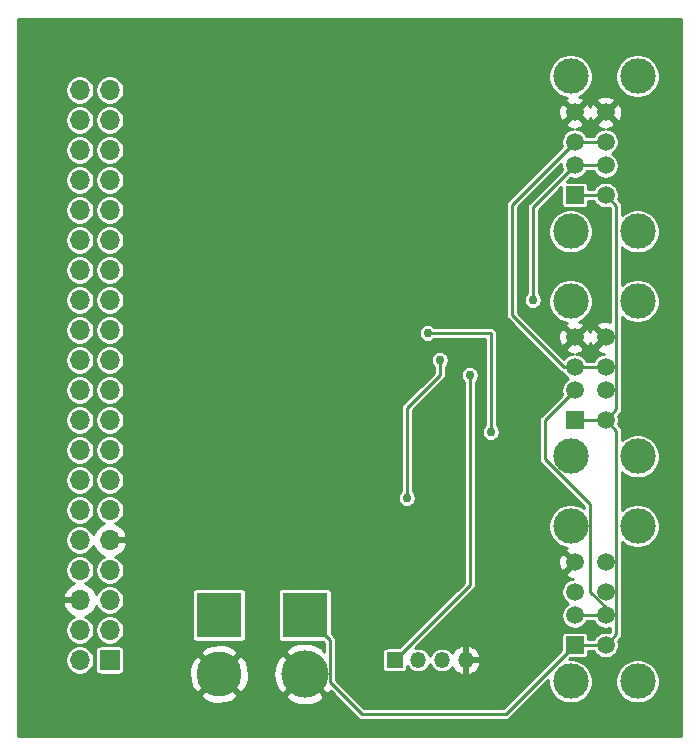
<source format=gbl>
%TF.GenerationSoftware,KiCad,Pcbnew,5.1.9*%
%TF.CreationDate,2021-11-11T19:59:09-07:00*%
%TF.ProjectId,pirate-board,70697261-7465-42d6-926f-6172642e6b69,v1.1*%
%TF.SameCoordinates,Original*%
%TF.FileFunction,Copper,L2,Bot*%
%TF.FilePolarity,Positive*%
%FSLAX46Y46*%
G04 Gerber Fmt 4.6, Leading zero omitted, Abs format (unit mm)*
G04 Created by KiCad (PCBNEW 5.1.9) date 2021-11-11 19:59:09*
%MOMM*%
%LPD*%
G01*
G04 APERTURE LIST*
%TA.AperFunction,ComponentPad*%
%ADD10C,1.500000*%
%TD*%
%TA.AperFunction,ComponentPad*%
%ADD11C,3.000000*%
%TD*%
%TA.AperFunction,ComponentPad*%
%ADD12R,1.500000X1.500000*%
%TD*%
%TA.AperFunction,ComponentPad*%
%ADD13C,3.800000*%
%TD*%
%TA.AperFunction,ComponentPad*%
%ADD14R,3.800000X3.800000*%
%TD*%
%TA.AperFunction,ComponentPad*%
%ADD15C,4.000000*%
%TD*%
%TA.AperFunction,ComponentPad*%
%ADD16R,1.350000X1.350000*%
%TD*%
%TA.AperFunction,ComponentPad*%
%ADD17O,1.350000X1.350000*%
%TD*%
%TA.AperFunction,ComponentPad*%
%ADD18R,1.700000X1.700000*%
%TD*%
%TA.AperFunction,ComponentPad*%
%ADD19O,1.700000X1.700000*%
%TD*%
%TA.AperFunction,ViaPad*%
%ADD20C,0.762000*%
%TD*%
%TA.AperFunction,Conductor*%
%ADD21C,0.254000*%
%TD*%
%TA.AperFunction,Conductor*%
%ADD22C,0.100000*%
%TD*%
G04 APERTURE END LIST*
D10*
%TO.P,J6,8*%
%TO.N,GND*%
X176610000Y-74280000D03*
%TO.P,J6,7*%
%TO.N,Net-(J1-Pad3)*%
X176610000Y-76780000D03*
%TO.P,J6,6*%
%TO.N,Net-(J1-Pad2)*%
X176610000Y-78780000D03*
%TO.P,J6,5*%
%TO.N,VCC*%
X176610000Y-81280000D03*
D11*
%TO.P,J6,9*%
%TO.N,Net-(J6-Pad9)*%
X179320000Y-71210000D03*
X179320000Y-84350000D03*
D10*
%TO.P,J6,4*%
%TO.N,GND*%
X173990000Y-74280000D03*
%TO.P,J6,3*%
%TO.N,Net-(J1-Pad3)*%
X173990000Y-76780000D03*
%TO.P,J6,2*%
%TO.N,Net-(J1-Pad2)*%
X173990000Y-78780000D03*
D12*
%TO.P,J6,1*%
%TO.N,VCC*%
X173990000Y-81280000D03*
D11*
%TO.P,J6,9*%
%TO.N,Net-(J6-Pad9)*%
X173640000Y-84350000D03*
X173640000Y-71210000D03*
%TD*%
D13*
%TO.P,J3,2*%
%TO.N,GND*%
X143880000Y-121840000D03*
D14*
%TO.P,J3,1*%
%TO.N,VCC*%
X143880000Y-116840000D03*
%TD*%
D15*
%TO.P,J2,2*%
%TO.N,GND*%
X151130000Y-121840000D03*
D14*
%TO.P,J2,1*%
%TO.N,VCC*%
X151130000Y-116840000D03*
%TD*%
D10*
%TO.P,J1,8*%
%TO.N,GND*%
X176610000Y-93330000D03*
%TO.P,J1,7*%
%TO.N,Net-(J1-Pad3)*%
X176610000Y-95830000D03*
%TO.P,J1,6*%
%TO.N,Net-(J1-Pad2)*%
X176610000Y-97830000D03*
%TO.P,J1,5*%
%TO.N,VCC*%
X176610000Y-100330000D03*
D11*
%TO.P,J1,9*%
%TO.N,Net-(J1-Pad9)*%
X179320000Y-90260000D03*
X179320000Y-103400000D03*
D10*
%TO.P,J1,4*%
%TO.N,GND*%
X173990000Y-93330000D03*
%TO.P,J1,3*%
%TO.N,Net-(J1-Pad3)*%
X173990000Y-95830000D03*
%TO.P,J1,2*%
%TO.N,Net-(J1-Pad2)*%
X173990000Y-97830000D03*
D12*
%TO.P,J1,1*%
%TO.N,VCC*%
X173990000Y-100330000D03*
D11*
%TO.P,J1,9*%
%TO.N,Net-(J1-Pad9)*%
X173640000Y-103400000D03*
X173640000Y-90260000D03*
%TD*%
%TO.P,J4,9*%
%TO.N,Net-(J4-Pad9)*%
X173640000Y-109310000D03*
X173640000Y-122450000D03*
D12*
%TO.P,J4,1*%
%TO.N,VCC*%
X173990000Y-119380000D03*
D10*
%TO.P,J4,2*%
%TO.N,Net-(J1-Pad2)*%
X173990000Y-116880000D03*
%TO.P,J4,3*%
%TO.N,Net-(J1-Pad3)*%
X173990000Y-114880000D03*
%TO.P,J4,4*%
%TO.N,GND*%
X173990000Y-112380000D03*
D11*
%TO.P,J4,9*%
%TO.N,Net-(J4-Pad9)*%
X179320000Y-122450000D03*
X179320000Y-109310000D03*
D10*
%TO.P,J4,5*%
%TO.N,VCC*%
X176610000Y-119380000D03*
%TO.P,J4,6*%
%TO.N,Net-(J1-Pad2)*%
X176610000Y-116880000D03*
%TO.P,J4,7*%
%TO.N,Net-(J1-Pad3)*%
X176610000Y-114880000D03*
%TO.P,J4,8*%
%TO.N,GND*%
X176610000Y-112380000D03*
%TD*%
D16*
%TO.P,J5,1*%
%TO.N,Net-(J5-Pad1)*%
X158750000Y-120650000D03*
D17*
%TO.P,J5,2*%
%TO.N,Net-(J5-Pad2)*%
X160750000Y-120650000D03*
%TO.P,J5,3*%
%TO.N,Net-(J5-Pad3)*%
X162750000Y-120650000D03*
%TO.P,J5,4*%
%TO.N,GND*%
X164750000Y-120650000D03*
%TD*%
D18*
%TO.P,J7,1*%
%TO.N,Net-(J5-Pad3)*%
X134620000Y-120650000D03*
D19*
%TO.P,J7,2*%
%TO.N,VCC*%
X132080000Y-120650000D03*
%TO.P,J7,3*%
%TO.N,Net-(J7-Pad3)*%
X134620000Y-118110000D03*
%TO.P,J7,4*%
%TO.N,VCC*%
X132080000Y-118110000D03*
%TO.P,J7,5*%
%TO.N,Net-(J7-Pad5)*%
X134620000Y-115570000D03*
%TO.P,J7,6*%
%TO.N,GND*%
X132080000Y-115570000D03*
%TO.P,J7,7*%
%TO.N,Net-(J7-Pad7)*%
X134620000Y-113030000D03*
%TO.P,J7,8*%
%TO.N,Net-(J7-Pad8)*%
X132080000Y-113030000D03*
%TO.P,J7,9*%
%TO.N,GND*%
X134620000Y-110490000D03*
%TO.P,J7,10*%
%TO.N,Net-(J7-Pad10)*%
X132080000Y-110490000D03*
%TO.P,J7,11*%
%TO.N,Net-(D2-Pad2)*%
X134620000Y-107950000D03*
%TO.P,J7,12*%
%TO.N,Net-(J7-Pad12)*%
X132080000Y-107950000D03*
%TO.P,J7,13*%
%TO.N,Net-(J7-Pad13)*%
X134620000Y-105410000D03*
%TO.P,J7,14*%
%TO.N,Net-(J7-Pad14)*%
X132080000Y-105410000D03*
%TO.P,J7,15*%
%TO.N,Net-(J7-Pad15)*%
X134620000Y-102870000D03*
%TO.P,J7,16*%
%TO.N,Net-(J7-Pad16)*%
X132080000Y-102870000D03*
%TO.P,J7,17*%
%TO.N,Net-(J7-Pad17)*%
X134620000Y-100330000D03*
%TO.P,J7,18*%
%TO.N,Net-(J7-Pad18)*%
X132080000Y-100330000D03*
%TO.P,J7,19*%
%TO.N,Net-(J7-Pad19)*%
X134620000Y-97790000D03*
%TO.P,J7,20*%
%TO.N,Net-(J7-Pad20)*%
X132080000Y-97790000D03*
%TO.P,J7,21*%
%TO.N,Net-(J7-Pad21)*%
X134620000Y-95250000D03*
%TO.P,J7,22*%
%TO.N,Net-(J7-Pad22)*%
X132080000Y-95250000D03*
%TO.P,J7,23*%
%TO.N,Net-(J7-Pad23)*%
X134620000Y-92710000D03*
%TO.P,J7,24*%
%TO.N,Net-(J7-Pad24)*%
X132080000Y-92710000D03*
%TO.P,J7,25*%
%TO.N,Net-(J7-Pad25)*%
X134620000Y-90170000D03*
%TO.P,J7,26*%
%TO.N,Net-(J7-Pad26)*%
X132080000Y-90170000D03*
%TO.P,J7,27*%
%TO.N,Net-(J7-Pad27)*%
X134620000Y-87630000D03*
%TO.P,J7,28*%
%TO.N,Net-(J7-Pad28)*%
X132080000Y-87630000D03*
%TO.P,J7,29*%
%TO.N,Net-(J7-Pad29)*%
X134620000Y-85090000D03*
%TO.P,J7,30*%
%TO.N,Net-(J7-Pad30)*%
X132080000Y-85090000D03*
%TO.P,J7,31*%
%TO.N,Net-(J7-Pad31)*%
X134620000Y-82550000D03*
%TO.P,J7,32*%
%TO.N,Net-(J7-Pad32)*%
X132080000Y-82550000D03*
%TO.P,J7,33*%
%TO.N,Net-(J7-Pad33)*%
X134620000Y-80010000D03*
%TO.P,J7,34*%
%TO.N,Net-(J7-Pad34)*%
X132080000Y-80010000D03*
%TO.P,J7,35*%
%TO.N,Net-(J7-Pad35)*%
X134620000Y-77470000D03*
%TO.P,J7,36*%
%TO.N,Net-(J7-Pad36)*%
X132080000Y-77470000D03*
%TO.P,J7,37*%
%TO.N,Net-(J7-Pad37)*%
X134620000Y-74930000D03*
%TO.P,J7,38*%
%TO.N,Net-(J7-Pad38)*%
X132080000Y-74930000D03*
%TO.P,J7,39*%
%TO.N,Net-(J7-Pad39)*%
X134620000Y-72390000D03*
%TO.P,J7,40*%
%TO.N,Net-(J7-Pad40)*%
X132080000Y-72390000D03*
%TD*%
D20*
%TO.N,Net-(J1-Pad2)*%
X170434000Y-90170000D03*
%TO.N,Net-(J5-Pad3)*%
X166878000Y-101346000D03*
X161544000Y-92964000D03*
%TO.N,Net-(J5-Pad1)*%
X165100000Y-96520000D03*
%TO.N,Net-(J5-Pad2)*%
X162560000Y-95250000D03*
X159774079Y-106925921D03*
%TD*%
D21*
%TO.N,Net-(J1-Pad2)*%
X170434000Y-82336000D02*
X173990000Y-78780000D01*
X170434000Y-90170000D02*
X170434000Y-82336000D01*
X173990000Y-78780000D02*
X176610000Y-78780000D01*
X173990000Y-116880000D02*
X176610000Y-116880000D01*
X175284781Y-107479058D02*
X171450000Y-103644277D01*
X175284781Y-114879058D02*
X175284781Y-107479058D01*
X176610000Y-116204277D02*
X175284781Y-114879058D01*
X176610000Y-116880000D02*
X176610000Y-116204277D01*
X171450000Y-100370000D02*
X173990000Y-97830000D01*
X171450000Y-103644277D02*
X171450000Y-100370000D01*
%TO.N,Net-(J1-Pad3)*%
X173990000Y-76780000D02*
X176610000Y-76780000D01*
X173046000Y-95830000D02*
X173990000Y-95830000D01*
X168656000Y-91440000D02*
X173046000Y-95830000D01*
X168656000Y-82114000D02*
X168656000Y-91440000D01*
X173990000Y-76780000D02*
X168656000Y-82114000D01*
X173990000Y-95830000D02*
X176610000Y-95830000D01*
%TO.N,VCC*%
X171900219Y-121469781D02*
X173990000Y-119380000D01*
X173990000Y-119380000D02*
X176610000Y-119380000D01*
X177504781Y-101224781D02*
X176610000Y-100330000D01*
X177504781Y-118485219D02*
X177504781Y-101224781D01*
X176610000Y-119380000D02*
X177504781Y-118485219D01*
X176610000Y-100330000D02*
X173990000Y-100330000D01*
X177504781Y-82174781D02*
X176610000Y-81280000D01*
X177504781Y-99435219D02*
X177504781Y-82174781D01*
X176610000Y-100330000D02*
X177504781Y-99435219D01*
X176610000Y-81280000D02*
X173990000Y-81280000D01*
X153274781Y-118984781D02*
X153274781Y-122540781D01*
X151130000Y-116840000D02*
X153274781Y-118984781D01*
X153274781Y-122540781D02*
X155956000Y-125222000D01*
X168148000Y-125222000D02*
X171900219Y-121469781D01*
X155956000Y-125222000D02*
X168148000Y-125222000D01*
%TO.N,Net-(J5-Pad3)*%
X162750000Y-120650000D02*
X162814000Y-120650000D01*
X166878000Y-101346000D02*
X166878000Y-92964000D01*
X166878000Y-92964000D02*
X161544000Y-92964000D01*
%TO.N,Net-(J5-Pad1)*%
X165100000Y-114300000D02*
X158750000Y-120650000D01*
X165100000Y-96520000D02*
X165100000Y-114300000D01*
%TO.N,Net-(J5-Pad2)*%
X159774079Y-106925921D02*
X159774079Y-100575921D01*
X159774079Y-100575921D02*
X159774079Y-99305921D01*
X159774079Y-99305921D02*
X161290000Y-97790000D01*
X161290000Y-97790000D02*
X161290000Y-97790000D01*
X161290000Y-97790000D02*
X162560000Y-96520000D01*
X162560000Y-96520000D02*
X162560000Y-95250000D01*
%TD*%
%TO.N,GND*%
X183007000Y-127127000D02*
X126873000Y-127127000D01*
X126873000Y-123616349D01*
X142283256Y-123616349D01*
X142487362Y-123972867D01*
X142930223Y-124203575D01*
X143409583Y-124343452D01*
X143907021Y-124387123D01*
X144403422Y-124332909D01*
X144879707Y-124182894D01*
X145272638Y-123972867D01*
X145436010Y-123687499D01*
X149462106Y-123687499D01*
X149678228Y-124054258D01*
X150138105Y-124294938D01*
X150636098Y-124441275D01*
X151153071Y-124487648D01*
X151669159Y-124432273D01*
X152164526Y-124277279D01*
X152581772Y-124054258D01*
X152797894Y-123687499D01*
X151130000Y-122019605D01*
X149462106Y-123687499D01*
X145436010Y-123687499D01*
X145476744Y-123616349D01*
X143880000Y-122019605D01*
X142283256Y-123616349D01*
X126873000Y-123616349D01*
X126873000Y-120528757D01*
X130849000Y-120528757D01*
X130849000Y-120771243D01*
X130896307Y-121009069D01*
X130989102Y-121233097D01*
X131123820Y-121434717D01*
X131295283Y-121606180D01*
X131496903Y-121740898D01*
X131720931Y-121833693D01*
X131958757Y-121881000D01*
X132201243Y-121881000D01*
X132439069Y-121833693D01*
X132663097Y-121740898D01*
X132864717Y-121606180D01*
X133036180Y-121434717D01*
X133170898Y-121233097D01*
X133263693Y-121009069D01*
X133311000Y-120771243D01*
X133311000Y-120528757D01*
X133263693Y-120290931D01*
X133170898Y-120066903D01*
X133036180Y-119865283D01*
X132970897Y-119800000D01*
X133387157Y-119800000D01*
X133387157Y-121500000D01*
X133394513Y-121574689D01*
X133416299Y-121646508D01*
X133451678Y-121712696D01*
X133499289Y-121770711D01*
X133557304Y-121818322D01*
X133623492Y-121853701D01*
X133695311Y-121875487D01*
X133770000Y-121882843D01*
X135470000Y-121882843D01*
X135544689Y-121875487D01*
X135572597Y-121867021D01*
X141332877Y-121867021D01*
X141387091Y-122363422D01*
X141537106Y-122839707D01*
X141747133Y-123232638D01*
X142103651Y-123436744D01*
X143700395Y-121840000D01*
X144059605Y-121840000D01*
X145656349Y-123436744D01*
X146012867Y-123232638D01*
X146243575Y-122789777D01*
X146383452Y-122310417D01*
X146422725Y-121863071D01*
X148482352Y-121863071D01*
X148537727Y-122379159D01*
X148692721Y-122874526D01*
X148915742Y-123291772D01*
X149282501Y-123507894D01*
X150950395Y-121840000D01*
X149282501Y-120172106D01*
X148915742Y-120388228D01*
X148675062Y-120848105D01*
X148528725Y-121346098D01*
X148482352Y-121863071D01*
X146422725Y-121863071D01*
X146427123Y-121812979D01*
X146372909Y-121316578D01*
X146222894Y-120840293D01*
X146012867Y-120447362D01*
X145656349Y-120243256D01*
X144059605Y-121840000D01*
X143700395Y-121840000D01*
X142103651Y-120243256D01*
X141747133Y-120447362D01*
X141516425Y-120890223D01*
X141376548Y-121369583D01*
X141332877Y-121867021D01*
X135572597Y-121867021D01*
X135616508Y-121853701D01*
X135682696Y-121818322D01*
X135740711Y-121770711D01*
X135788322Y-121712696D01*
X135823701Y-121646508D01*
X135845487Y-121574689D01*
X135852843Y-121500000D01*
X135852843Y-120063651D01*
X142283256Y-120063651D01*
X143880000Y-121660395D01*
X145476744Y-120063651D01*
X145272638Y-119707133D01*
X144829777Y-119476425D01*
X144350417Y-119336548D01*
X143852979Y-119292877D01*
X143356578Y-119347091D01*
X142880293Y-119497106D01*
X142487362Y-119707133D01*
X142283256Y-120063651D01*
X135852843Y-120063651D01*
X135852843Y-119800000D01*
X135845487Y-119725311D01*
X135823701Y-119653492D01*
X135788322Y-119587304D01*
X135740711Y-119529289D01*
X135682696Y-119481678D01*
X135616508Y-119446299D01*
X135544689Y-119424513D01*
X135470000Y-119417157D01*
X133770000Y-119417157D01*
X133695311Y-119424513D01*
X133623492Y-119446299D01*
X133557304Y-119481678D01*
X133499289Y-119529289D01*
X133451678Y-119587304D01*
X133416299Y-119653492D01*
X133394513Y-119725311D01*
X133387157Y-119800000D01*
X132970897Y-119800000D01*
X132864717Y-119693820D01*
X132663097Y-119559102D01*
X132439069Y-119466307D01*
X132201243Y-119419000D01*
X131958757Y-119419000D01*
X131720931Y-119466307D01*
X131496903Y-119559102D01*
X131295283Y-119693820D01*
X131123820Y-119865283D01*
X130989102Y-120066903D01*
X130896307Y-120290931D01*
X130849000Y-120528757D01*
X126873000Y-120528757D01*
X126873000Y-115213110D01*
X130638524Y-115213110D01*
X130759845Y-115443000D01*
X131953000Y-115443000D01*
X131953000Y-115423000D01*
X132207000Y-115423000D01*
X132207000Y-115443000D01*
X132227000Y-115443000D01*
X132227000Y-115697000D01*
X132207000Y-115697000D01*
X132207000Y-115717000D01*
X131953000Y-115717000D01*
X131953000Y-115697000D01*
X130759845Y-115697000D01*
X130638524Y-115926890D01*
X130683175Y-116074099D01*
X130808359Y-116336920D01*
X130982412Y-116570269D01*
X131198645Y-116765178D01*
X131448748Y-116914157D01*
X131611168Y-116971772D01*
X131496903Y-117019102D01*
X131295283Y-117153820D01*
X131123820Y-117325283D01*
X130989102Y-117526903D01*
X130896307Y-117750931D01*
X130849000Y-117988757D01*
X130849000Y-118231243D01*
X130896307Y-118469069D01*
X130989102Y-118693097D01*
X131123820Y-118894717D01*
X131295283Y-119066180D01*
X131496903Y-119200898D01*
X131720931Y-119293693D01*
X131958757Y-119341000D01*
X132201243Y-119341000D01*
X132439069Y-119293693D01*
X132663097Y-119200898D01*
X132864717Y-119066180D01*
X133036180Y-118894717D01*
X133170898Y-118693097D01*
X133263693Y-118469069D01*
X133311000Y-118231243D01*
X133311000Y-117988757D01*
X133389000Y-117988757D01*
X133389000Y-118231243D01*
X133436307Y-118469069D01*
X133529102Y-118693097D01*
X133663820Y-118894717D01*
X133835283Y-119066180D01*
X134036903Y-119200898D01*
X134260931Y-119293693D01*
X134498757Y-119341000D01*
X134741243Y-119341000D01*
X134979069Y-119293693D01*
X135203097Y-119200898D01*
X135404717Y-119066180D01*
X135576180Y-118894717D01*
X135710898Y-118693097D01*
X135803693Y-118469069D01*
X135851000Y-118231243D01*
X135851000Y-117988757D01*
X135803693Y-117750931D01*
X135710898Y-117526903D01*
X135576180Y-117325283D01*
X135404717Y-117153820D01*
X135203097Y-117019102D01*
X134979069Y-116926307D01*
X134741243Y-116879000D01*
X134498757Y-116879000D01*
X134260931Y-116926307D01*
X134036903Y-117019102D01*
X133835283Y-117153820D01*
X133663820Y-117325283D01*
X133529102Y-117526903D01*
X133436307Y-117750931D01*
X133389000Y-117988757D01*
X133311000Y-117988757D01*
X133263693Y-117750931D01*
X133170898Y-117526903D01*
X133036180Y-117325283D01*
X132864717Y-117153820D01*
X132663097Y-117019102D01*
X132548832Y-116971772D01*
X132711252Y-116914157D01*
X132961355Y-116765178D01*
X133177588Y-116570269D01*
X133351641Y-116336920D01*
X133476825Y-116074099D01*
X133485091Y-116046846D01*
X133529102Y-116153097D01*
X133663820Y-116354717D01*
X133835283Y-116526180D01*
X134036903Y-116660898D01*
X134260931Y-116753693D01*
X134498757Y-116801000D01*
X134741243Y-116801000D01*
X134979069Y-116753693D01*
X135203097Y-116660898D01*
X135404717Y-116526180D01*
X135576180Y-116354717D01*
X135710898Y-116153097D01*
X135803693Y-115929069D01*
X135851000Y-115691243D01*
X135851000Y-115448757D01*
X135803693Y-115210931D01*
X135710898Y-114986903D01*
X135679559Y-114940000D01*
X141597157Y-114940000D01*
X141597157Y-118740000D01*
X141604513Y-118814689D01*
X141626299Y-118886508D01*
X141661678Y-118952696D01*
X141709289Y-119010711D01*
X141767304Y-119058322D01*
X141833492Y-119093701D01*
X141905311Y-119115487D01*
X141980000Y-119122843D01*
X145780000Y-119122843D01*
X145854689Y-119115487D01*
X145926508Y-119093701D01*
X145992696Y-119058322D01*
X146050711Y-119010711D01*
X146098322Y-118952696D01*
X146133701Y-118886508D01*
X146155487Y-118814689D01*
X146162843Y-118740000D01*
X146162843Y-114940000D01*
X148847157Y-114940000D01*
X148847157Y-118740000D01*
X148854513Y-118814689D01*
X148876299Y-118886508D01*
X148911678Y-118952696D01*
X148959289Y-119010711D01*
X149017304Y-119058322D01*
X149083492Y-119093701D01*
X149155311Y-119115487D01*
X149230000Y-119122843D01*
X152694422Y-119122843D01*
X152766781Y-119195202D01*
X152766781Y-119939703D01*
X152581772Y-119625742D01*
X152121895Y-119385062D01*
X151623902Y-119238725D01*
X151106929Y-119192352D01*
X150590841Y-119247727D01*
X150095474Y-119402721D01*
X149678228Y-119625742D01*
X149462106Y-119992501D01*
X151130000Y-121660395D01*
X151144143Y-121646253D01*
X151323748Y-121825858D01*
X151309605Y-121840000D01*
X152977499Y-123507894D01*
X153321036Y-123305456D01*
X155579150Y-125563571D01*
X155595052Y-125582948D01*
X155614429Y-125598850D01*
X155672404Y-125646429D01*
X155760655Y-125693600D01*
X155760657Y-125693601D01*
X155856415Y-125722649D01*
X155931053Y-125730000D01*
X155931055Y-125730000D01*
X155955999Y-125732457D01*
X155980943Y-125730000D01*
X168123056Y-125730000D01*
X168148000Y-125732457D01*
X168172944Y-125730000D01*
X168172947Y-125730000D01*
X168247585Y-125722649D01*
X168343343Y-125693601D01*
X168431595Y-125646429D01*
X168508948Y-125582948D01*
X168524855Y-125563565D01*
X171759000Y-122329421D01*
X171759000Y-122635262D01*
X171831286Y-122998667D01*
X171973080Y-123340987D01*
X172178932Y-123649067D01*
X172440933Y-123911068D01*
X172749013Y-124116920D01*
X173091333Y-124258714D01*
X173454738Y-124331000D01*
X173825262Y-124331000D01*
X174188667Y-124258714D01*
X174530987Y-124116920D01*
X174839067Y-123911068D01*
X175101068Y-123649067D01*
X175306920Y-123340987D01*
X175448714Y-122998667D01*
X175521000Y-122635262D01*
X175521000Y-122264738D01*
X177439000Y-122264738D01*
X177439000Y-122635262D01*
X177511286Y-122998667D01*
X177653080Y-123340987D01*
X177858932Y-123649067D01*
X178120933Y-123911068D01*
X178429013Y-124116920D01*
X178771333Y-124258714D01*
X179134738Y-124331000D01*
X179505262Y-124331000D01*
X179868667Y-124258714D01*
X180210987Y-124116920D01*
X180519067Y-123911068D01*
X180781068Y-123649067D01*
X180986920Y-123340987D01*
X181128714Y-122998667D01*
X181201000Y-122635262D01*
X181201000Y-122264738D01*
X181128714Y-121901333D01*
X180986920Y-121559013D01*
X180781068Y-121250933D01*
X180519067Y-120988932D01*
X180210987Y-120783080D01*
X179868667Y-120641286D01*
X179505262Y-120569000D01*
X179134738Y-120569000D01*
X178771333Y-120641286D01*
X178429013Y-120783080D01*
X178120933Y-120988932D01*
X177858932Y-121250933D01*
X177653080Y-121559013D01*
X177511286Y-121901333D01*
X177439000Y-122264738D01*
X175521000Y-122264738D01*
X175448714Y-121901333D01*
X175306920Y-121559013D01*
X175101068Y-121250933D01*
X174839067Y-120988932D01*
X174530987Y-120783080D01*
X174188667Y-120641286D01*
X173825262Y-120569000D01*
X173519420Y-120569000D01*
X173575577Y-120512843D01*
X174740000Y-120512843D01*
X174814689Y-120505487D01*
X174886508Y-120483701D01*
X174952696Y-120448322D01*
X175010711Y-120400711D01*
X175058322Y-120342696D01*
X175093701Y-120276508D01*
X175115487Y-120204689D01*
X175122843Y-120130000D01*
X175122843Y-119888000D01*
X175596235Y-119888000D01*
X175607721Y-119915729D01*
X175731495Y-120100970D01*
X175889030Y-120258505D01*
X176074271Y-120382279D01*
X176280100Y-120467536D01*
X176498606Y-120511000D01*
X176721394Y-120511000D01*
X176939900Y-120467536D01*
X177145729Y-120382279D01*
X177330970Y-120258505D01*
X177488505Y-120100970D01*
X177612279Y-119915729D01*
X177697536Y-119709900D01*
X177741000Y-119491394D01*
X177741000Y-119268606D01*
X177697536Y-119050100D01*
X177686050Y-119022371D01*
X177846352Y-118862069D01*
X177865729Y-118846167D01*
X177912285Y-118789438D01*
X177929210Y-118768815D01*
X177976381Y-118680564D01*
X177976382Y-118680561D01*
X178005430Y-118584804D01*
X178012781Y-118510166D01*
X178012781Y-118510164D01*
X178015238Y-118485220D01*
X178012781Y-118460276D01*
X178012781Y-110662916D01*
X178120933Y-110771068D01*
X178429013Y-110976920D01*
X178771333Y-111118714D01*
X179134738Y-111191000D01*
X179505262Y-111191000D01*
X179868667Y-111118714D01*
X180210987Y-110976920D01*
X180519067Y-110771068D01*
X180781068Y-110509067D01*
X180986920Y-110200987D01*
X181128714Y-109858667D01*
X181201000Y-109495262D01*
X181201000Y-109124738D01*
X181128714Y-108761333D01*
X180986920Y-108419013D01*
X180781068Y-108110933D01*
X180519067Y-107848932D01*
X180210987Y-107643080D01*
X179868667Y-107501286D01*
X179505262Y-107429000D01*
X179134738Y-107429000D01*
X178771333Y-107501286D01*
X178429013Y-107643080D01*
X178120933Y-107848932D01*
X178012781Y-107957084D01*
X178012781Y-104752916D01*
X178120933Y-104861068D01*
X178429013Y-105066920D01*
X178771333Y-105208714D01*
X179134738Y-105281000D01*
X179505262Y-105281000D01*
X179868667Y-105208714D01*
X180210987Y-105066920D01*
X180519067Y-104861068D01*
X180781068Y-104599067D01*
X180986920Y-104290987D01*
X181128714Y-103948667D01*
X181201000Y-103585262D01*
X181201000Y-103214738D01*
X181128714Y-102851333D01*
X180986920Y-102509013D01*
X180781068Y-102200933D01*
X180519067Y-101938932D01*
X180210987Y-101733080D01*
X179868667Y-101591286D01*
X179505262Y-101519000D01*
X179134738Y-101519000D01*
X178771333Y-101591286D01*
X178429013Y-101733080D01*
X178120933Y-101938932D01*
X178012781Y-102047084D01*
X178012781Y-101249724D01*
X178015238Y-101224780D01*
X178012781Y-101199834D01*
X178005430Y-101125196D01*
X177976382Y-101029438D01*
X177960834Y-101000350D01*
X177929210Y-100941185D01*
X177881631Y-100883210D01*
X177865729Y-100863833D01*
X177846352Y-100847931D01*
X177686050Y-100687629D01*
X177697536Y-100659900D01*
X177741000Y-100441394D01*
X177741000Y-100218606D01*
X177697536Y-100000100D01*
X177686050Y-99972371D01*
X177846352Y-99812069D01*
X177865729Y-99796167D01*
X177884405Y-99773409D01*
X177929210Y-99718815D01*
X177976381Y-99630564D01*
X177976382Y-99630561D01*
X178005430Y-99534804D01*
X178012781Y-99460166D01*
X178012781Y-99460164D01*
X178015238Y-99435220D01*
X178012781Y-99410276D01*
X178012781Y-91612916D01*
X178120933Y-91721068D01*
X178429013Y-91926920D01*
X178771333Y-92068714D01*
X179134738Y-92141000D01*
X179505262Y-92141000D01*
X179868667Y-92068714D01*
X180210987Y-91926920D01*
X180519067Y-91721068D01*
X180781068Y-91459067D01*
X180986920Y-91150987D01*
X181128714Y-90808667D01*
X181201000Y-90445262D01*
X181201000Y-90074738D01*
X181128714Y-89711333D01*
X180986920Y-89369013D01*
X180781068Y-89060933D01*
X180519067Y-88798932D01*
X180210987Y-88593080D01*
X179868667Y-88451286D01*
X179505262Y-88379000D01*
X179134738Y-88379000D01*
X178771333Y-88451286D01*
X178429013Y-88593080D01*
X178120933Y-88798932D01*
X178012781Y-88907084D01*
X178012781Y-85702916D01*
X178120933Y-85811068D01*
X178429013Y-86016920D01*
X178771333Y-86158714D01*
X179134738Y-86231000D01*
X179505262Y-86231000D01*
X179868667Y-86158714D01*
X180210987Y-86016920D01*
X180519067Y-85811068D01*
X180781068Y-85549067D01*
X180986920Y-85240987D01*
X181128714Y-84898667D01*
X181201000Y-84535262D01*
X181201000Y-84164738D01*
X181128714Y-83801333D01*
X180986920Y-83459013D01*
X180781068Y-83150933D01*
X180519067Y-82888932D01*
X180210987Y-82683080D01*
X179868667Y-82541286D01*
X179505262Y-82469000D01*
X179134738Y-82469000D01*
X178771333Y-82541286D01*
X178429013Y-82683080D01*
X178120933Y-82888932D01*
X178012781Y-82997084D01*
X178012781Y-82199724D01*
X178015238Y-82174780D01*
X178011877Y-82140657D01*
X178005430Y-82075196D01*
X177976382Y-81979438D01*
X177969682Y-81966903D01*
X177929210Y-81891185D01*
X177881631Y-81833210D01*
X177865729Y-81813833D01*
X177846352Y-81797931D01*
X177686050Y-81637629D01*
X177697536Y-81609900D01*
X177741000Y-81391394D01*
X177741000Y-81168606D01*
X177697536Y-80950100D01*
X177612279Y-80744271D01*
X177488505Y-80559030D01*
X177330970Y-80401495D01*
X177145729Y-80277721D01*
X176939900Y-80192464D01*
X176721394Y-80149000D01*
X176498606Y-80149000D01*
X176280100Y-80192464D01*
X176074271Y-80277721D01*
X175889030Y-80401495D01*
X175731495Y-80559030D01*
X175607721Y-80744271D01*
X175596235Y-80772000D01*
X175122843Y-80772000D01*
X175122843Y-80530000D01*
X175115487Y-80455311D01*
X175093701Y-80383492D01*
X175058322Y-80317304D01*
X175010711Y-80259289D01*
X174952696Y-80211678D01*
X174886508Y-80176299D01*
X174814689Y-80154513D01*
X174740000Y-80147157D01*
X173341264Y-80147157D01*
X173632371Y-79856050D01*
X173660100Y-79867536D01*
X173878606Y-79911000D01*
X174101394Y-79911000D01*
X174319900Y-79867536D01*
X174525729Y-79782279D01*
X174710970Y-79658505D01*
X174868505Y-79500970D01*
X174992279Y-79315729D01*
X175003765Y-79288000D01*
X175596235Y-79288000D01*
X175607721Y-79315729D01*
X175731495Y-79500970D01*
X175889030Y-79658505D01*
X176074271Y-79782279D01*
X176280100Y-79867536D01*
X176498606Y-79911000D01*
X176721394Y-79911000D01*
X176939900Y-79867536D01*
X177145729Y-79782279D01*
X177330970Y-79658505D01*
X177488505Y-79500970D01*
X177612279Y-79315729D01*
X177697536Y-79109900D01*
X177741000Y-78891394D01*
X177741000Y-78668606D01*
X177697536Y-78450100D01*
X177612279Y-78244271D01*
X177488505Y-78059030D01*
X177330970Y-77901495D01*
X177149140Y-77780000D01*
X177330970Y-77658505D01*
X177488505Y-77500970D01*
X177612279Y-77315729D01*
X177697536Y-77109900D01*
X177741000Y-76891394D01*
X177741000Y-76668606D01*
X177697536Y-76450100D01*
X177612279Y-76244271D01*
X177488505Y-76059030D01*
X177330970Y-75901495D01*
X177145729Y-75777721D01*
X176939900Y-75692464D01*
X176763984Y-75657472D01*
X176952238Y-75628965D01*
X177208832Y-75536277D01*
X177321863Y-75475860D01*
X177387388Y-75236993D01*
X176610000Y-74459605D01*
X175832612Y-75236993D01*
X175898137Y-75475860D01*
X176145116Y-75591760D01*
X176409960Y-75657250D01*
X176448257Y-75659015D01*
X176280100Y-75692464D01*
X176074271Y-75777721D01*
X175889030Y-75901495D01*
X175731495Y-76059030D01*
X175607721Y-76244271D01*
X175596235Y-76272000D01*
X175003765Y-76272000D01*
X174992279Y-76244271D01*
X174868505Y-76059030D01*
X174710970Y-75901495D01*
X174525729Y-75777721D01*
X174319900Y-75692464D01*
X174143984Y-75657472D01*
X174332238Y-75628965D01*
X174588832Y-75536277D01*
X174701863Y-75475860D01*
X174767388Y-75236993D01*
X173990000Y-74459605D01*
X173212612Y-75236993D01*
X173278137Y-75475860D01*
X173525116Y-75591760D01*
X173789960Y-75657250D01*
X173828257Y-75659015D01*
X173660100Y-75692464D01*
X173454271Y-75777721D01*
X173269030Y-75901495D01*
X173111495Y-76059030D01*
X172987721Y-76244271D01*
X172902464Y-76450100D01*
X172859000Y-76668606D01*
X172859000Y-76891394D01*
X172902464Y-77109900D01*
X172913950Y-77137629D01*
X168314435Y-81737145D01*
X168295052Y-81753052D01*
X168231571Y-81830405D01*
X168184399Y-81918658D01*
X168155351Y-82014416D01*
X168151610Y-82052405D01*
X168145543Y-82114000D01*
X168148000Y-82138944D01*
X168148001Y-91415046D01*
X168145543Y-91440000D01*
X168155352Y-91539584D01*
X168184400Y-91635343D01*
X168231571Y-91723595D01*
X168279150Y-91781570D01*
X168295053Y-91800948D01*
X168314430Y-91816850D01*
X172669145Y-96171565D01*
X172685052Y-96190948D01*
X172762405Y-96254429D01*
X172850657Y-96301601D01*
X172946415Y-96330649D01*
X172974329Y-96333398D01*
X172987721Y-96365729D01*
X173111495Y-96550970D01*
X173269030Y-96708505D01*
X173450860Y-96830000D01*
X173269030Y-96951495D01*
X173111495Y-97109030D01*
X172987721Y-97294271D01*
X172902464Y-97500100D01*
X172859000Y-97718606D01*
X172859000Y-97941394D01*
X172902464Y-98159900D01*
X172913950Y-98187629D01*
X171108430Y-99993150D01*
X171089053Y-100009052D01*
X171073151Y-100028429D01*
X171073150Y-100028430D01*
X171025571Y-100086405D01*
X170978400Y-100174657D01*
X170949352Y-100270416D01*
X170939543Y-100370000D01*
X170942001Y-100394954D01*
X170942000Y-103619333D01*
X170939543Y-103644277D01*
X170942000Y-103669221D01*
X170942000Y-103669223D01*
X170949351Y-103743861D01*
X170978399Y-103839619D01*
X171025571Y-103927872D01*
X171089052Y-104005225D01*
X171108435Y-104021132D01*
X174776782Y-107689480D01*
X174776782Y-107807315D01*
X174530987Y-107643080D01*
X174188667Y-107501286D01*
X173825262Y-107429000D01*
X173454738Y-107429000D01*
X173091333Y-107501286D01*
X172749013Y-107643080D01*
X172440933Y-107848932D01*
X172178932Y-108110933D01*
X171973080Y-108419013D01*
X171831286Y-108761333D01*
X171759000Y-109124738D01*
X171759000Y-109495262D01*
X171831286Y-109858667D01*
X171973080Y-110200987D01*
X172178932Y-110509067D01*
X172440933Y-110771068D01*
X172749013Y-110976920D01*
X173091333Y-111118714D01*
X173316680Y-111163538D01*
X173278137Y-111184140D01*
X173212612Y-111423007D01*
X173990000Y-112200395D01*
X174004143Y-112186253D01*
X174183748Y-112365858D01*
X174169605Y-112380000D01*
X174183748Y-112394143D01*
X174004143Y-112573748D01*
X173990000Y-112559605D01*
X173212612Y-113336993D01*
X173278137Y-113575860D01*
X173525116Y-113691760D01*
X173789960Y-113757250D01*
X173828257Y-113759015D01*
X173660100Y-113792464D01*
X173454271Y-113877721D01*
X173269030Y-114001495D01*
X173111495Y-114159030D01*
X172987721Y-114344271D01*
X172902464Y-114550100D01*
X172859000Y-114768606D01*
X172859000Y-114991394D01*
X172902464Y-115209900D01*
X172987721Y-115415729D01*
X173111495Y-115600970D01*
X173269030Y-115758505D01*
X173450860Y-115880000D01*
X173269030Y-116001495D01*
X173111495Y-116159030D01*
X172987721Y-116344271D01*
X172902464Y-116550100D01*
X172859000Y-116768606D01*
X172859000Y-116991394D01*
X172902464Y-117209900D01*
X172987721Y-117415729D01*
X173111495Y-117600970D01*
X173269030Y-117758505D01*
X173454271Y-117882279D01*
X173660100Y-117967536D01*
X173878606Y-118011000D01*
X174101394Y-118011000D01*
X174319900Y-117967536D01*
X174525729Y-117882279D01*
X174710970Y-117758505D01*
X174868505Y-117600970D01*
X174992279Y-117415729D01*
X175003765Y-117388000D01*
X175596235Y-117388000D01*
X175607721Y-117415729D01*
X175731495Y-117600970D01*
X175889030Y-117758505D01*
X176074271Y-117882279D01*
X176280100Y-117967536D01*
X176498606Y-118011000D01*
X176721394Y-118011000D01*
X176939900Y-117967536D01*
X176996781Y-117943975D01*
X176996781Y-118274798D01*
X176967629Y-118303950D01*
X176939900Y-118292464D01*
X176721394Y-118249000D01*
X176498606Y-118249000D01*
X176280100Y-118292464D01*
X176074271Y-118377721D01*
X175889030Y-118501495D01*
X175731495Y-118659030D01*
X175607721Y-118844271D01*
X175596235Y-118872000D01*
X175122843Y-118872000D01*
X175122843Y-118630000D01*
X175115487Y-118555311D01*
X175093701Y-118483492D01*
X175058322Y-118417304D01*
X175010711Y-118359289D01*
X174952696Y-118311678D01*
X174886508Y-118276299D01*
X174814689Y-118254513D01*
X174740000Y-118247157D01*
X173240000Y-118247157D01*
X173165311Y-118254513D01*
X173093492Y-118276299D01*
X173027304Y-118311678D01*
X172969289Y-118359289D01*
X172921678Y-118417304D01*
X172886299Y-118483492D01*
X172864513Y-118555311D01*
X172857157Y-118630000D01*
X172857157Y-119794423D01*
X171558654Y-121092926D01*
X171558648Y-121092931D01*
X167937580Y-124714000D01*
X156166421Y-124714000D01*
X153782781Y-122330361D01*
X153782781Y-119975000D01*
X157692157Y-119975000D01*
X157692157Y-121325000D01*
X157699513Y-121399689D01*
X157721299Y-121471508D01*
X157756678Y-121537696D01*
X157804289Y-121595711D01*
X157862304Y-121643322D01*
X157928492Y-121678701D01*
X158000311Y-121700487D01*
X158075000Y-121707843D01*
X159425000Y-121707843D01*
X159499689Y-121700487D01*
X159571508Y-121678701D01*
X159637696Y-121643322D01*
X159695711Y-121595711D01*
X159743322Y-121537696D01*
X159778701Y-121471508D01*
X159800487Y-121399689D01*
X159807843Y-121325000D01*
X159807843Y-121134893D01*
X159814185Y-121150204D01*
X159929751Y-121323161D01*
X160076839Y-121470249D01*
X160249796Y-121585815D01*
X160441976Y-121665419D01*
X160645993Y-121706000D01*
X160854007Y-121706000D01*
X161058024Y-121665419D01*
X161250204Y-121585815D01*
X161423161Y-121470249D01*
X161570249Y-121323161D01*
X161685815Y-121150204D01*
X161750000Y-120995249D01*
X161814185Y-121150204D01*
X161929751Y-121323161D01*
X162076839Y-121470249D01*
X162249796Y-121585815D01*
X162441976Y-121665419D01*
X162645993Y-121706000D01*
X162854007Y-121706000D01*
X163058024Y-121665419D01*
X163250204Y-121585815D01*
X163423161Y-121470249D01*
X163570249Y-121323161D01*
X163603286Y-121273717D01*
X163704656Y-121439537D01*
X163878773Y-121628303D01*
X164086371Y-121779473D01*
X164319472Y-121887238D01*
X164420600Y-121917910D01*
X164623000Y-121794224D01*
X164623000Y-120777000D01*
X164877000Y-120777000D01*
X164877000Y-121794224D01*
X165079400Y-121917910D01*
X165180528Y-121887238D01*
X165413629Y-121779473D01*
X165621227Y-121628303D01*
X165795344Y-121439537D01*
X165929289Y-121220430D01*
X166017915Y-120979401D01*
X165895085Y-120777000D01*
X164877000Y-120777000D01*
X164623000Y-120777000D01*
X164603000Y-120777000D01*
X164603000Y-120523000D01*
X164623000Y-120523000D01*
X164623000Y-119505776D01*
X164877000Y-119505776D01*
X164877000Y-120523000D01*
X165895085Y-120523000D01*
X166017915Y-120320599D01*
X165929289Y-120079570D01*
X165795344Y-119860463D01*
X165621227Y-119671697D01*
X165413629Y-119520527D01*
X165180528Y-119412762D01*
X165079400Y-119382090D01*
X164877000Y-119505776D01*
X164623000Y-119505776D01*
X164420600Y-119382090D01*
X164319472Y-119412762D01*
X164086371Y-119520527D01*
X163878773Y-119671697D01*
X163704656Y-119860463D01*
X163603286Y-120026283D01*
X163570249Y-119976839D01*
X163423161Y-119829751D01*
X163250204Y-119714185D01*
X163058024Y-119634581D01*
X162854007Y-119594000D01*
X162645993Y-119594000D01*
X162441976Y-119634581D01*
X162249796Y-119714185D01*
X162076839Y-119829751D01*
X161929751Y-119976839D01*
X161814185Y-120149796D01*
X161750000Y-120304751D01*
X161685815Y-120149796D01*
X161570249Y-119976839D01*
X161423161Y-119829751D01*
X161250204Y-119714185D01*
X161058024Y-119634581D01*
X160854007Y-119594000D01*
X160645993Y-119594000D01*
X160494234Y-119624186D01*
X165441571Y-114676850D01*
X165460948Y-114660948D01*
X165493176Y-114621678D01*
X165524429Y-114583596D01*
X165559431Y-114518111D01*
X165571601Y-114495343D01*
X165600649Y-114399585D01*
X165608000Y-114324947D01*
X165608000Y-114324945D01*
X165610457Y-114300001D01*
X165608000Y-114275057D01*
X165608000Y-112452492D01*
X172600188Y-112452492D01*
X172641035Y-112722238D01*
X172733723Y-112978832D01*
X172794140Y-113091863D01*
X173033007Y-113157388D01*
X173810395Y-112380000D01*
X173033007Y-111602612D01*
X172794140Y-111668137D01*
X172678240Y-111915116D01*
X172612750Y-112179960D01*
X172600188Y-112452492D01*
X165608000Y-112452492D01*
X165608000Y-97089631D01*
X165691884Y-97005747D01*
X165775276Y-96880942D01*
X165832717Y-96742267D01*
X165862000Y-96595050D01*
X165862000Y-96444950D01*
X165832717Y-96297733D01*
X165775276Y-96159058D01*
X165691884Y-96034253D01*
X165585747Y-95928116D01*
X165460942Y-95844724D01*
X165322267Y-95787283D01*
X165175050Y-95758000D01*
X165024950Y-95758000D01*
X164877733Y-95787283D01*
X164739058Y-95844724D01*
X164614253Y-95928116D01*
X164508116Y-96034253D01*
X164424724Y-96159058D01*
X164367283Y-96297733D01*
X164338000Y-96444950D01*
X164338000Y-96595050D01*
X164367283Y-96742267D01*
X164424724Y-96880942D01*
X164508116Y-97005747D01*
X164592000Y-97089631D01*
X164592001Y-114089578D01*
X159089423Y-119592157D01*
X158075000Y-119592157D01*
X158000311Y-119599513D01*
X157928492Y-119621299D01*
X157862304Y-119656678D01*
X157804289Y-119704289D01*
X157756678Y-119762304D01*
X157721299Y-119828492D01*
X157699513Y-119900311D01*
X157692157Y-119975000D01*
X153782781Y-119975000D01*
X153782781Y-119009724D01*
X153785238Y-118984780D01*
X153777715Y-118908400D01*
X153775430Y-118885196D01*
X153746382Y-118789438D01*
X153719957Y-118740000D01*
X153699210Y-118701185D01*
X153651631Y-118643210D01*
X153635729Y-118623833D01*
X153616352Y-118607931D01*
X153412843Y-118404422D01*
X153412843Y-114940000D01*
X153405487Y-114865311D01*
X153383701Y-114793492D01*
X153348322Y-114727304D01*
X153300711Y-114669289D01*
X153242696Y-114621678D01*
X153176508Y-114586299D01*
X153104689Y-114564513D01*
X153030000Y-114557157D01*
X149230000Y-114557157D01*
X149155311Y-114564513D01*
X149083492Y-114586299D01*
X149017304Y-114621678D01*
X148959289Y-114669289D01*
X148911678Y-114727304D01*
X148876299Y-114793492D01*
X148854513Y-114865311D01*
X148847157Y-114940000D01*
X146162843Y-114940000D01*
X146155487Y-114865311D01*
X146133701Y-114793492D01*
X146098322Y-114727304D01*
X146050711Y-114669289D01*
X145992696Y-114621678D01*
X145926508Y-114586299D01*
X145854689Y-114564513D01*
X145780000Y-114557157D01*
X141980000Y-114557157D01*
X141905311Y-114564513D01*
X141833492Y-114586299D01*
X141767304Y-114621678D01*
X141709289Y-114669289D01*
X141661678Y-114727304D01*
X141626299Y-114793492D01*
X141604513Y-114865311D01*
X141597157Y-114940000D01*
X135679559Y-114940000D01*
X135576180Y-114785283D01*
X135404717Y-114613820D01*
X135203097Y-114479102D01*
X134979069Y-114386307D01*
X134741243Y-114339000D01*
X134498757Y-114339000D01*
X134260931Y-114386307D01*
X134036903Y-114479102D01*
X133835283Y-114613820D01*
X133663820Y-114785283D01*
X133529102Y-114986903D01*
X133485091Y-115093154D01*
X133476825Y-115065901D01*
X133351641Y-114803080D01*
X133177588Y-114569731D01*
X132961355Y-114374822D01*
X132711252Y-114225843D01*
X132548832Y-114168228D01*
X132663097Y-114120898D01*
X132864717Y-113986180D01*
X133036180Y-113814717D01*
X133170898Y-113613097D01*
X133263693Y-113389069D01*
X133311000Y-113151243D01*
X133311000Y-112908757D01*
X133263693Y-112670931D01*
X133170898Y-112446903D01*
X133036180Y-112245283D01*
X132864717Y-112073820D01*
X132663097Y-111939102D01*
X132439069Y-111846307D01*
X132201243Y-111799000D01*
X131958757Y-111799000D01*
X131720931Y-111846307D01*
X131496903Y-111939102D01*
X131295283Y-112073820D01*
X131123820Y-112245283D01*
X130989102Y-112446903D01*
X130896307Y-112670931D01*
X130849000Y-112908757D01*
X130849000Y-113151243D01*
X130896307Y-113389069D01*
X130989102Y-113613097D01*
X131123820Y-113814717D01*
X131295283Y-113986180D01*
X131496903Y-114120898D01*
X131611168Y-114168228D01*
X131448748Y-114225843D01*
X131198645Y-114374822D01*
X130982412Y-114569731D01*
X130808359Y-114803080D01*
X130683175Y-115065901D01*
X130638524Y-115213110D01*
X126873000Y-115213110D01*
X126873000Y-110368757D01*
X130849000Y-110368757D01*
X130849000Y-110611243D01*
X130896307Y-110849069D01*
X130989102Y-111073097D01*
X131123820Y-111274717D01*
X131295283Y-111446180D01*
X131496903Y-111580898D01*
X131720931Y-111673693D01*
X131958757Y-111721000D01*
X132201243Y-111721000D01*
X132439069Y-111673693D01*
X132663097Y-111580898D01*
X132864717Y-111446180D01*
X133036180Y-111274717D01*
X133170898Y-111073097D01*
X133214909Y-110966846D01*
X133223175Y-110994099D01*
X133348359Y-111256920D01*
X133522412Y-111490269D01*
X133738645Y-111685178D01*
X133988748Y-111834157D01*
X134151168Y-111891772D01*
X134036903Y-111939102D01*
X133835283Y-112073820D01*
X133663820Y-112245283D01*
X133529102Y-112446903D01*
X133436307Y-112670931D01*
X133389000Y-112908757D01*
X133389000Y-113151243D01*
X133436307Y-113389069D01*
X133529102Y-113613097D01*
X133663820Y-113814717D01*
X133835283Y-113986180D01*
X134036903Y-114120898D01*
X134260931Y-114213693D01*
X134498757Y-114261000D01*
X134741243Y-114261000D01*
X134979069Y-114213693D01*
X135203097Y-114120898D01*
X135404717Y-113986180D01*
X135576180Y-113814717D01*
X135710898Y-113613097D01*
X135803693Y-113389069D01*
X135851000Y-113151243D01*
X135851000Y-112908757D01*
X135803693Y-112670931D01*
X135710898Y-112446903D01*
X135576180Y-112245283D01*
X135404717Y-112073820D01*
X135203097Y-111939102D01*
X135088832Y-111891772D01*
X135251252Y-111834157D01*
X135501355Y-111685178D01*
X135717588Y-111490269D01*
X135891641Y-111256920D01*
X136016825Y-110994099D01*
X136061476Y-110846890D01*
X135940155Y-110617000D01*
X134747000Y-110617000D01*
X134747000Y-110637000D01*
X134493000Y-110637000D01*
X134493000Y-110617000D01*
X134473000Y-110617000D01*
X134473000Y-110363000D01*
X134493000Y-110363000D01*
X134493000Y-110343000D01*
X134747000Y-110343000D01*
X134747000Y-110363000D01*
X135940155Y-110363000D01*
X136061476Y-110133110D01*
X136016825Y-109985901D01*
X135891641Y-109723080D01*
X135717588Y-109489731D01*
X135501355Y-109294822D01*
X135251252Y-109145843D01*
X135088832Y-109088228D01*
X135203097Y-109040898D01*
X135404717Y-108906180D01*
X135576180Y-108734717D01*
X135710898Y-108533097D01*
X135803693Y-108309069D01*
X135851000Y-108071243D01*
X135851000Y-107828757D01*
X135803693Y-107590931D01*
X135710898Y-107366903D01*
X135576180Y-107165283D01*
X135404717Y-106993820D01*
X135203097Y-106859102D01*
X135183226Y-106850871D01*
X159012079Y-106850871D01*
X159012079Y-107000971D01*
X159041362Y-107148188D01*
X159098803Y-107286863D01*
X159182195Y-107411668D01*
X159288332Y-107517805D01*
X159413137Y-107601197D01*
X159551812Y-107658638D01*
X159699029Y-107687921D01*
X159849129Y-107687921D01*
X159996346Y-107658638D01*
X160135021Y-107601197D01*
X160259826Y-107517805D01*
X160365963Y-107411668D01*
X160449355Y-107286863D01*
X160506796Y-107148188D01*
X160536079Y-107000971D01*
X160536079Y-106850871D01*
X160506796Y-106703654D01*
X160449355Y-106564979D01*
X160365963Y-106440174D01*
X160282079Y-106356290D01*
X160282079Y-99516341D01*
X161631571Y-98166850D01*
X161650948Y-98150948D01*
X161666855Y-98131565D01*
X162901571Y-96896850D01*
X162920948Y-96880948D01*
X162939624Y-96858190D01*
X162984429Y-96803596D01*
X163031600Y-96715345D01*
X163033675Y-96708505D01*
X163060649Y-96619585D01*
X163068000Y-96544947D01*
X163068000Y-96544945D01*
X163070457Y-96520001D01*
X163068000Y-96495053D01*
X163068000Y-95819631D01*
X163151884Y-95735747D01*
X163235276Y-95610942D01*
X163292717Y-95472267D01*
X163322000Y-95325050D01*
X163322000Y-95174950D01*
X163292717Y-95027733D01*
X163235276Y-94889058D01*
X163151884Y-94764253D01*
X163045747Y-94658116D01*
X162920942Y-94574724D01*
X162782267Y-94517283D01*
X162635050Y-94488000D01*
X162484950Y-94488000D01*
X162337733Y-94517283D01*
X162199058Y-94574724D01*
X162074253Y-94658116D01*
X161968116Y-94764253D01*
X161884724Y-94889058D01*
X161827283Y-95027733D01*
X161798000Y-95174950D01*
X161798000Y-95325050D01*
X161827283Y-95472267D01*
X161884724Y-95610942D01*
X161968116Y-95735747D01*
X162052001Y-95819632D01*
X162052000Y-96309579D01*
X160948435Y-97413145D01*
X160929052Y-97429052D01*
X160913150Y-97448429D01*
X159432509Y-98929071D01*
X159413132Y-98944973D01*
X159397230Y-98964350D01*
X159397229Y-98964351D01*
X159349650Y-99022326D01*
X159302479Y-99110578D01*
X159275657Y-99199000D01*
X159273431Y-99206337D01*
X159263622Y-99305921D01*
X159266080Y-99330875D01*
X159266079Y-100600867D01*
X159266080Y-100600877D01*
X159266079Y-106356290D01*
X159182195Y-106440174D01*
X159098803Y-106564979D01*
X159041362Y-106703654D01*
X159012079Y-106850871D01*
X135183226Y-106850871D01*
X134979069Y-106766307D01*
X134741243Y-106719000D01*
X134498757Y-106719000D01*
X134260931Y-106766307D01*
X134036903Y-106859102D01*
X133835283Y-106993820D01*
X133663820Y-107165283D01*
X133529102Y-107366903D01*
X133436307Y-107590931D01*
X133389000Y-107828757D01*
X133389000Y-108071243D01*
X133436307Y-108309069D01*
X133529102Y-108533097D01*
X133663820Y-108734717D01*
X133835283Y-108906180D01*
X134036903Y-109040898D01*
X134151168Y-109088228D01*
X133988748Y-109145843D01*
X133738645Y-109294822D01*
X133522412Y-109489731D01*
X133348359Y-109723080D01*
X133223175Y-109985901D01*
X133214909Y-110013154D01*
X133170898Y-109906903D01*
X133036180Y-109705283D01*
X132864717Y-109533820D01*
X132663097Y-109399102D01*
X132439069Y-109306307D01*
X132201243Y-109259000D01*
X131958757Y-109259000D01*
X131720931Y-109306307D01*
X131496903Y-109399102D01*
X131295283Y-109533820D01*
X131123820Y-109705283D01*
X130989102Y-109906903D01*
X130896307Y-110130931D01*
X130849000Y-110368757D01*
X126873000Y-110368757D01*
X126873000Y-107828757D01*
X130849000Y-107828757D01*
X130849000Y-108071243D01*
X130896307Y-108309069D01*
X130989102Y-108533097D01*
X131123820Y-108734717D01*
X131295283Y-108906180D01*
X131496903Y-109040898D01*
X131720931Y-109133693D01*
X131958757Y-109181000D01*
X132201243Y-109181000D01*
X132439069Y-109133693D01*
X132663097Y-109040898D01*
X132864717Y-108906180D01*
X133036180Y-108734717D01*
X133170898Y-108533097D01*
X133263693Y-108309069D01*
X133311000Y-108071243D01*
X133311000Y-107828757D01*
X133263693Y-107590931D01*
X133170898Y-107366903D01*
X133036180Y-107165283D01*
X132864717Y-106993820D01*
X132663097Y-106859102D01*
X132439069Y-106766307D01*
X132201243Y-106719000D01*
X131958757Y-106719000D01*
X131720931Y-106766307D01*
X131496903Y-106859102D01*
X131295283Y-106993820D01*
X131123820Y-107165283D01*
X130989102Y-107366903D01*
X130896307Y-107590931D01*
X130849000Y-107828757D01*
X126873000Y-107828757D01*
X126873000Y-105288757D01*
X130849000Y-105288757D01*
X130849000Y-105531243D01*
X130896307Y-105769069D01*
X130989102Y-105993097D01*
X131123820Y-106194717D01*
X131295283Y-106366180D01*
X131496903Y-106500898D01*
X131720931Y-106593693D01*
X131958757Y-106641000D01*
X132201243Y-106641000D01*
X132439069Y-106593693D01*
X132663097Y-106500898D01*
X132864717Y-106366180D01*
X133036180Y-106194717D01*
X133170898Y-105993097D01*
X133263693Y-105769069D01*
X133311000Y-105531243D01*
X133311000Y-105288757D01*
X133389000Y-105288757D01*
X133389000Y-105531243D01*
X133436307Y-105769069D01*
X133529102Y-105993097D01*
X133663820Y-106194717D01*
X133835283Y-106366180D01*
X134036903Y-106500898D01*
X134260931Y-106593693D01*
X134498757Y-106641000D01*
X134741243Y-106641000D01*
X134979069Y-106593693D01*
X135203097Y-106500898D01*
X135404717Y-106366180D01*
X135576180Y-106194717D01*
X135710898Y-105993097D01*
X135803693Y-105769069D01*
X135851000Y-105531243D01*
X135851000Y-105288757D01*
X135803693Y-105050931D01*
X135710898Y-104826903D01*
X135576180Y-104625283D01*
X135404717Y-104453820D01*
X135203097Y-104319102D01*
X134979069Y-104226307D01*
X134741243Y-104179000D01*
X134498757Y-104179000D01*
X134260931Y-104226307D01*
X134036903Y-104319102D01*
X133835283Y-104453820D01*
X133663820Y-104625283D01*
X133529102Y-104826903D01*
X133436307Y-105050931D01*
X133389000Y-105288757D01*
X133311000Y-105288757D01*
X133263693Y-105050931D01*
X133170898Y-104826903D01*
X133036180Y-104625283D01*
X132864717Y-104453820D01*
X132663097Y-104319102D01*
X132439069Y-104226307D01*
X132201243Y-104179000D01*
X131958757Y-104179000D01*
X131720931Y-104226307D01*
X131496903Y-104319102D01*
X131295283Y-104453820D01*
X131123820Y-104625283D01*
X130989102Y-104826903D01*
X130896307Y-105050931D01*
X130849000Y-105288757D01*
X126873000Y-105288757D01*
X126873000Y-102748757D01*
X130849000Y-102748757D01*
X130849000Y-102991243D01*
X130896307Y-103229069D01*
X130989102Y-103453097D01*
X131123820Y-103654717D01*
X131295283Y-103826180D01*
X131496903Y-103960898D01*
X131720931Y-104053693D01*
X131958757Y-104101000D01*
X132201243Y-104101000D01*
X132439069Y-104053693D01*
X132663097Y-103960898D01*
X132864717Y-103826180D01*
X133036180Y-103654717D01*
X133170898Y-103453097D01*
X133263693Y-103229069D01*
X133311000Y-102991243D01*
X133311000Y-102748757D01*
X133389000Y-102748757D01*
X133389000Y-102991243D01*
X133436307Y-103229069D01*
X133529102Y-103453097D01*
X133663820Y-103654717D01*
X133835283Y-103826180D01*
X134036903Y-103960898D01*
X134260931Y-104053693D01*
X134498757Y-104101000D01*
X134741243Y-104101000D01*
X134979069Y-104053693D01*
X135203097Y-103960898D01*
X135404717Y-103826180D01*
X135576180Y-103654717D01*
X135710898Y-103453097D01*
X135803693Y-103229069D01*
X135851000Y-102991243D01*
X135851000Y-102748757D01*
X135803693Y-102510931D01*
X135710898Y-102286903D01*
X135576180Y-102085283D01*
X135404717Y-101913820D01*
X135203097Y-101779102D01*
X134979069Y-101686307D01*
X134741243Y-101639000D01*
X134498757Y-101639000D01*
X134260931Y-101686307D01*
X134036903Y-101779102D01*
X133835283Y-101913820D01*
X133663820Y-102085283D01*
X133529102Y-102286903D01*
X133436307Y-102510931D01*
X133389000Y-102748757D01*
X133311000Y-102748757D01*
X133263693Y-102510931D01*
X133170898Y-102286903D01*
X133036180Y-102085283D01*
X132864717Y-101913820D01*
X132663097Y-101779102D01*
X132439069Y-101686307D01*
X132201243Y-101639000D01*
X131958757Y-101639000D01*
X131720931Y-101686307D01*
X131496903Y-101779102D01*
X131295283Y-101913820D01*
X131123820Y-102085283D01*
X130989102Y-102286903D01*
X130896307Y-102510931D01*
X130849000Y-102748757D01*
X126873000Y-102748757D01*
X126873000Y-100208757D01*
X130849000Y-100208757D01*
X130849000Y-100451243D01*
X130896307Y-100689069D01*
X130989102Y-100913097D01*
X131123820Y-101114717D01*
X131295283Y-101286180D01*
X131496903Y-101420898D01*
X131720931Y-101513693D01*
X131958757Y-101561000D01*
X132201243Y-101561000D01*
X132439069Y-101513693D01*
X132663097Y-101420898D01*
X132864717Y-101286180D01*
X133036180Y-101114717D01*
X133170898Y-100913097D01*
X133263693Y-100689069D01*
X133311000Y-100451243D01*
X133311000Y-100208757D01*
X133389000Y-100208757D01*
X133389000Y-100451243D01*
X133436307Y-100689069D01*
X133529102Y-100913097D01*
X133663820Y-101114717D01*
X133835283Y-101286180D01*
X134036903Y-101420898D01*
X134260931Y-101513693D01*
X134498757Y-101561000D01*
X134741243Y-101561000D01*
X134979069Y-101513693D01*
X135203097Y-101420898D01*
X135404717Y-101286180D01*
X135576180Y-101114717D01*
X135710898Y-100913097D01*
X135803693Y-100689069D01*
X135851000Y-100451243D01*
X135851000Y-100208757D01*
X135803693Y-99970931D01*
X135710898Y-99746903D01*
X135576180Y-99545283D01*
X135404717Y-99373820D01*
X135203097Y-99239102D01*
X134979069Y-99146307D01*
X134741243Y-99099000D01*
X134498757Y-99099000D01*
X134260931Y-99146307D01*
X134036903Y-99239102D01*
X133835283Y-99373820D01*
X133663820Y-99545283D01*
X133529102Y-99746903D01*
X133436307Y-99970931D01*
X133389000Y-100208757D01*
X133311000Y-100208757D01*
X133263693Y-99970931D01*
X133170898Y-99746903D01*
X133036180Y-99545283D01*
X132864717Y-99373820D01*
X132663097Y-99239102D01*
X132439069Y-99146307D01*
X132201243Y-99099000D01*
X131958757Y-99099000D01*
X131720931Y-99146307D01*
X131496903Y-99239102D01*
X131295283Y-99373820D01*
X131123820Y-99545283D01*
X130989102Y-99746903D01*
X130896307Y-99970931D01*
X130849000Y-100208757D01*
X126873000Y-100208757D01*
X126873000Y-97668757D01*
X130849000Y-97668757D01*
X130849000Y-97911243D01*
X130896307Y-98149069D01*
X130989102Y-98373097D01*
X131123820Y-98574717D01*
X131295283Y-98746180D01*
X131496903Y-98880898D01*
X131720931Y-98973693D01*
X131958757Y-99021000D01*
X132201243Y-99021000D01*
X132439069Y-98973693D01*
X132663097Y-98880898D01*
X132864717Y-98746180D01*
X133036180Y-98574717D01*
X133170898Y-98373097D01*
X133263693Y-98149069D01*
X133311000Y-97911243D01*
X133311000Y-97668757D01*
X133389000Y-97668757D01*
X133389000Y-97911243D01*
X133436307Y-98149069D01*
X133529102Y-98373097D01*
X133663820Y-98574717D01*
X133835283Y-98746180D01*
X134036903Y-98880898D01*
X134260931Y-98973693D01*
X134498757Y-99021000D01*
X134741243Y-99021000D01*
X134979069Y-98973693D01*
X135203097Y-98880898D01*
X135404717Y-98746180D01*
X135576180Y-98574717D01*
X135710898Y-98373097D01*
X135803693Y-98149069D01*
X135851000Y-97911243D01*
X135851000Y-97668757D01*
X135803693Y-97430931D01*
X135710898Y-97206903D01*
X135576180Y-97005283D01*
X135404717Y-96833820D01*
X135203097Y-96699102D01*
X134979069Y-96606307D01*
X134741243Y-96559000D01*
X134498757Y-96559000D01*
X134260931Y-96606307D01*
X134036903Y-96699102D01*
X133835283Y-96833820D01*
X133663820Y-97005283D01*
X133529102Y-97206903D01*
X133436307Y-97430931D01*
X133389000Y-97668757D01*
X133311000Y-97668757D01*
X133263693Y-97430931D01*
X133170898Y-97206903D01*
X133036180Y-97005283D01*
X132864717Y-96833820D01*
X132663097Y-96699102D01*
X132439069Y-96606307D01*
X132201243Y-96559000D01*
X131958757Y-96559000D01*
X131720931Y-96606307D01*
X131496903Y-96699102D01*
X131295283Y-96833820D01*
X131123820Y-97005283D01*
X130989102Y-97206903D01*
X130896307Y-97430931D01*
X130849000Y-97668757D01*
X126873000Y-97668757D01*
X126873000Y-95128757D01*
X130849000Y-95128757D01*
X130849000Y-95371243D01*
X130896307Y-95609069D01*
X130989102Y-95833097D01*
X131123820Y-96034717D01*
X131295283Y-96206180D01*
X131496903Y-96340898D01*
X131720931Y-96433693D01*
X131958757Y-96481000D01*
X132201243Y-96481000D01*
X132439069Y-96433693D01*
X132663097Y-96340898D01*
X132864717Y-96206180D01*
X133036180Y-96034717D01*
X133170898Y-95833097D01*
X133263693Y-95609069D01*
X133311000Y-95371243D01*
X133311000Y-95128757D01*
X133389000Y-95128757D01*
X133389000Y-95371243D01*
X133436307Y-95609069D01*
X133529102Y-95833097D01*
X133663820Y-96034717D01*
X133835283Y-96206180D01*
X134036903Y-96340898D01*
X134260931Y-96433693D01*
X134498757Y-96481000D01*
X134741243Y-96481000D01*
X134979069Y-96433693D01*
X135203097Y-96340898D01*
X135404717Y-96206180D01*
X135576180Y-96034717D01*
X135710898Y-95833097D01*
X135803693Y-95609069D01*
X135851000Y-95371243D01*
X135851000Y-95128757D01*
X135803693Y-94890931D01*
X135710898Y-94666903D01*
X135576180Y-94465283D01*
X135404717Y-94293820D01*
X135203097Y-94159102D01*
X134979069Y-94066307D01*
X134741243Y-94019000D01*
X134498757Y-94019000D01*
X134260931Y-94066307D01*
X134036903Y-94159102D01*
X133835283Y-94293820D01*
X133663820Y-94465283D01*
X133529102Y-94666903D01*
X133436307Y-94890931D01*
X133389000Y-95128757D01*
X133311000Y-95128757D01*
X133263693Y-94890931D01*
X133170898Y-94666903D01*
X133036180Y-94465283D01*
X132864717Y-94293820D01*
X132663097Y-94159102D01*
X132439069Y-94066307D01*
X132201243Y-94019000D01*
X131958757Y-94019000D01*
X131720931Y-94066307D01*
X131496903Y-94159102D01*
X131295283Y-94293820D01*
X131123820Y-94465283D01*
X130989102Y-94666903D01*
X130896307Y-94890931D01*
X130849000Y-95128757D01*
X126873000Y-95128757D01*
X126873000Y-92588757D01*
X130849000Y-92588757D01*
X130849000Y-92831243D01*
X130896307Y-93069069D01*
X130989102Y-93293097D01*
X131123820Y-93494717D01*
X131295283Y-93666180D01*
X131496903Y-93800898D01*
X131720931Y-93893693D01*
X131958757Y-93941000D01*
X132201243Y-93941000D01*
X132439069Y-93893693D01*
X132663097Y-93800898D01*
X132864717Y-93666180D01*
X133036180Y-93494717D01*
X133170898Y-93293097D01*
X133263693Y-93069069D01*
X133311000Y-92831243D01*
X133311000Y-92588757D01*
X133389000Y-92588757D01*
X133389000Y-92831243D01*
X133436307Y-93069069D01*
X133529102Y-93293097D01*
X133663820Y-93494717D01*
X133835283Y-93666180D01*
X134036903Y-93800898D01*
X134260931Y-93893693D01*
X134498757Y-93941000D01*
X134741243Y-93941000D01*
X134979069Y-93893693D01*
X135203097Y-93800898D01*
X135404717Y-93666180D01*
X135576180Y-93494717D01*
X135710898Y-93293097D01*
X135803693Y-93069069D01*
X135839521Y-92888950D01*
X160782000Y-92888950D01*
X160782000Y-93039050D01*
X160811283Y-93186267D01*
X160868724Y-93324942D01*
X160952116Y-93449747D01*
X161058253Y-93555884D01*
X161183058Y-93639276D01*
X161321733Y-93696717D01*
X161468950Y-93726000D01*
X161619050Y-93726000D01*
X161766267Y-93696717D01*
X161904942Y-93639276D01*
X162029747Y-93555884D01*
X162113631Y-93472000D01*
X166370001Y-93472000D01*
X166370000Y-100776369D01*
X166286116Y-100860253D01*
X166202724Y-100985058D01*
X166145283Y-101123733D01*
X166116000Y-101270950D01*
X166116000Y-101421050D01*
X166145283Y-101568267D01*
X166202724Y-101706942D01*
X166286116Y-101831747D01*
X166392253Y-101937884D01*
X166517058Y-102021276D01*
X166655733Y-102078717D01*
X166802950Y-102108000D01*
X166953050Y-102108000D01*
X167100267Y-102078717D01*
X167238942Y-102021276D01*
X167363747Y-101937884D01*
X167469884Y-101831747D01*
X167553276Y-101706942D01*
X167610717Y-101568267D01*
X167640000Y-101421050D01*
X167640000Y-101270950D01*
X167610717Y-101123733D01*
X167553276Y-100985058D01*
X167469884Y-100860253D01*
X167386000Y-100776369D01*
X167386000Y-92988947D01*
X167388457Y-92964000D01*
X167378649Y-92864415D01*
X167349601Y-92768657D01*
X167302429Y-92680405D01*
X167238948Y-92603052D01*
X167161595Y-92539571D01*
X167073343Y-92492399D01*
X166977585Y-92463351D01*
X166902947Y-92456000D01*
X166878000Y-92453543D01*
X166853053Y-92456000D01*
X162113631Y-92456000D01*
X162029747Y-92372116D01*
X161904942Y-92288724D01*
X161766267Y-92231283D01*
X161619050Y-92202000D01*
X161468950Y-92202000D01*
X161321733Y-92231283D01*
X161183058Y-92288724D01*
X161058253Y-92372116D01*
X160952116Y-92478253D01*
X160868724Y-92603058D01*
X160811283Y-92741733D01*
X160782000Y-92888950D01*
X135839521Y-92888950D01*
X135851000Y-92831243D01*
X135851000Y-92588757D01*
X135803693Y-92350931D01*
X135710898Y-92126903D01*
X135576180Y-91925283D01*
X135404717Y-91753820D01*
X135203097Y-91619102D01*
X134979069Y-91526307D01*
X134741243Y-91479000D01*
X134498757Y-91479000D01*
X134260931Y-91526307D01*
X134036903Y-91619102D01*
X133835283Y-91753820D01*
X133663820Y-91925283D01*
X133529102Y-92126903D01*
X133436307Y-92350931D01*
X133389000Y-92588757D01*
X133311000Y-92588757D01*
X133263693Y-92350931D01*
X133170898Y-92126903D01*
X133036180Y-91925283D01*
X132864717Y-91753820D01*
X132663097Y-91619102D01*
X132439069Y-91526307D01*
X132201243Y-91479000D01*
X131958757Y-91479000D01*
X131720931Y-91526307D01*
X131496903Y-91619102D01*
X131295283Y-91753820D01*
X131123820Y-91925283D01*
X130989102Y-92126903D01*
X130896307Y-92350931D01*
X130849000Y-92588757D01*
X126873000Y-92588757D01*
X126873000Y-90048757D01*
X130849000Y-90048757D01*
X130849000Y-90291243D01*
X130896307Y-90529069D01*
X130989102Y-90753097D01*
X131123820Y-90954717D01*
X131295283Y-91126180D01*
X131496903Y-91260898D01*
X131720931Y-91353693D01*
X131958757Y-91401000D01*
X132201243Y-91401000D01*
X132439069Y-91353693D01*
X132663097Y-91260898D01*
X132864717Y-91126180D01*
X133036180Y-90954717D01*
X133170898Y-90753097D01*
X133263693Y-90529069D01*
X133311000Y-90291243D01*
X133311000Y-90048757D01*
X133389000Y-90048757D01*
X133389000Y-90291243D01*
X133436307Y-90529069D01*
X133529102Y-90753097D01*
X133663820Y-90954717D01*
X133835283Y-91126180D01*
X134036903Y-91260898D01*
X134260931Y-91353693D01*
X134498757Y-91401000D01*
X134741243Y-91401000D01*
X134979069Y-91353693D01*
X135203097Y-91260898D01*
X135404717Y-91126180D01*
X135576180Y-90954717D01*
X135710898Y-90753097D01*
X135803693Y-90529069D01*
X135851000Y-90291243D01*
X135851000Y-90048757D01*
X135803693Y-89810931D01*
X135710898Y-89586903D01*
X135576180Y-89385283D01*
X135404717Y-89213820D01*
X135203097Y-89079102D01*
X134979069Y-88986307D01*
X134741243Y-88939000D01*
X134498757Y-88939000D01*
X134260931Y-88986307D01*
X134036903Y-89079102D01*
X133835283Y-89213820D01*
X133663820Y-89385283D01*
X133529102Y-89586903D01*
X133436307Y-89810931D01*
X133389000Y-90048757D01*
X133311000Y-90048757D01*
X133263693Y-89810931D01*
X133170898Y-89586903D01*
X133036180Y-89385283D01*
X132864717Y-89213820D01*
X132663097Y-89079102D01*
X132439069Y-88986307D01*
X132201243Y-88939000D01*
X131958757Y-88939000D01*
X131720931Y-88986307D01*
X131496903Y-89079102D01*
X131295283Y-89213820D01*
X131123820Y-89385283D01*
X130989102Y-89586903D01*
X130896307Y-89810931D01*
X130849000Y-90048757D01*
X126873000Y-90048757D01*
X126873000Y-87508757D01*
X130849000Y-87508757D01*
X130849000Y-87751243D01*
X130896307Y-87989069D01*
X130989102Y-88213097D01*
X131123820Y-88414717D01*
X131295283Y-88586180D01*
X131496903Y-88720898D01*
X131720931Y-88813693D01*
X131958757Y-88861000D01*
X132201243Y-88861000D01*
X132439069Y-88813693D01*
X132663097Y-88720898D01*
X132864717Y-88586180D01*
X133036180Y-88414717D01*
X133170898Y-88213097D01*
X133263693Y-87989069D01*
X133311000Y-87751243D01*
X133311000Y-87508757D01*
X133389000Y-87508757D01*
X133389000Y-87751243D01*
X133436307Y-87989069D01*
X133529102Y-88213097D01*
X133663820Y-88414717D01*
X133835283Y-88586180D01*
X134036903Y-88720898D01*
X134260931Y-88813693D01*
X134498757Y-88861000D01*
X134741243Y-88861000D01*
X134979069Y-88813693D01*
X135203097Y-88720898D01*
X135404717Y-88586180D01*
X135576180Y-88414717D01*
X135710898Y-88213097D01*
X135803693Y-87989069D01*
X135851000Y-87751243D01*
X135851000Y-87508757D01*
X135803693Y-87270931D01*
X135710898Y-87046903D01*
X135576180Y-86845283D01*
X135404717Y-86673820D01*
X135203097Y-86539102D01*
X134979069Y-86446307D01*
X134741243Y-86399000D01*
X134498757Y-86399000D01*
X134260931Y-86446307D01*
X134036903Y-86539102D01*
X133835283Y-86673820D01*
X133663820Y-86845283D01*
X133529102Y-87046903D01*
X133436307Y-87270931D01*
X133389000Y-87508757D01*
X133311000Y-87508757D01*
X133263693Y-87270931D01*
X133170898Y-87046903D01*
X133036180Y-86845283D01*
X132864717Y-86673820D01*
X132663097Y-86539102D01*
X132439069Y-86446307D01*
X132201243Y-86399000D01*
X131958757Y-86399000D01*
X131720931Y-86446307D01*
X131496903Y-86539102D01*
X131295283Y-86673820D01*
X131123820Y-86845283D01*
X130989102Y-87046903D01*
X130896307Y-87270931D01*
X130849000Y-87508757D01*
X126873000Y-87508757D01*
X126873000Y-84968757D01*
X130849000Y-84968757D01*
X130849000Y-85211243D01*
X130896307Y-85449069D01*
X130989102Y-85673097D01*
X131123820Y-85874717D01*
X131295283Y-86046180D01*
X131496903Y-86180898D01*
X131720931Y-86273693D01*
X131958757Y-86321000D01*
X132201243Y-86321000D01*
X132439069Y-86273693D01*
X132663097Y-86180898D01*
X132864717Y-86046180D01*
X133036180Y-85874717D01*
X133170898Y-85673097D01*
X133263693Y-85449069D01*
X133311000Y-85211243D01*
X133311000Y-84968757D01*
X133389000Y-84968757D01*
X133389000Y-85211243D01*
X133436307Y-85449069D01*
X133529102Y-85673097D01*
X133663820Y-85874717D01*
X133835283Y-86046180D01*
X134036903Y-86180898D01*
X134260931Y-86273693D01*
X134498757Y-86321000D01*
X134741243Y-86321000D01*
X134979069Y-86273693D01*
X135203097Y-86180898D01*
X135404717Y-86046180D01*
X135576180Y-85874717D01*
X135710898Y-85673097D01*
X135803693Y-85449069D01*
X135851000Y-85211243D01*
X135851000Y-84968757D01*
X135803693Y-84730931D01*
X135710898Y-84506903D01*
X135576180Y-84305283D01*
X135404717Y-84133820D01*
X135203097Y-83999102D01*
X134979069Y-83906307D01*
X134741243Y-83859000D01*
X134498757Y-83859000D01*
X134260931Y-83906307D01*
X134036903Y-83999102D01*
X133835283Y-84133820D01*
X133663820Y-84305283D01*
X133529102Y-84506903D01*
X133436307Y-84730931D01*
X133389000Y-84968757D01*
X133311000Y-84968757D01*
X133263693Y-84730931D01*
X133170898Y-84506903D01*
X133036180Y-84305283D01*
X132864717Y-84133820D01*
X132663097Y-83999102D01*
X132439069Y-83906307D01*
X132201243Y-83859000D01*
X131958757Y-83859000D01*
X131720931Y-83906307D01*
X131496903Y-83999102D01*
X131295283Y-84133820D01*
X131123820Y-84305283D01*
X130989102Y-84506903D01*
X130896307Y-84730931D01*
X130849000Y-84968757D01*
X126873000Y-84968757D01*
X126873000Y-82428757D01*
X130849000Y-82428757D01*
X130849000Y-82671243D01*
X130896307Y-82909069D01*
X130989102Y-83133097D01*
X131123820Y-83334717D01*
X131295283Y-83506180D01*
X131496903Y-83640898D01*
X131720931Y-83733693D01*
X131958757Y-83781000D01*
X132201243Y-83781000D01*
X132439069Y-83733693D01*
X132663097Y-83640898D01*
X132864717Y-83506180D01*
X133036180Y-83334717D01*
X133170898Y-83133097D01*
X133263693Y-82909069D01*
X133311000Y-82671243D01*
X133311000Y-82428757D01*
X133389000Y-82428757D01*
X133389000Y-82671243D01*
X133436307Y-82909069D01*
X133529102Y-83133097D01*
X133663820Y-83334717D01*
X133835283Y-83506180D01*
X134036903Y-83640898D01*
X134260931Y-83733693D01*
X134498757Y-83781000D01*
X134741243Y-83781000D01*
X134979069Y-83733693D01*
X135203097Y-83640898D01*
X135404717Y-83506180D01*
X135576180Y-83334717D01*
X135710898Y-83133097D01*
X135803693Y-82909069D01*
X135851000Y-82671243D01*
X135851000Y-82428757D01*
X135803693Y-82190931D01*
X135710898Y-81966903D01*
X135576180Y-81765283D01*
X135404717Y-81593820D01*
X135203097Y-81459102D01*
X134979069Y-81366307D01*
X134741243Y-81319000D01*
X134498757Y-81319000D01*
X134260931Y-81366307D01*
X134036903Y-81459102D01*
X133835283Y-81593820D01*
X133663820Y-81765283D01*
X133529102Y-81966903D01*
X133436307Y-82190931D01*
X133389000Y-82428757D01*
X133311000Y-82428757D01*
X133263693Y-82190931D01*
X133170898Y-81966903D01*
X133036180Y-81765283D01*
X132864717Y-81593820D01*
X132663097Y-81459102D01*
X132439069Y-81366307D01*
X132201243Y-81319000D01*
X131958757Y-81319000D01*
X131720931Y-81366307D01*
X131496903Y-81459102D01*
X131295283Y-81593820D01*
X131123820Y-81765283D01*
X130989102Y-81966903D01*
X130896307Y-82190931D01*
X130849000Y-82428757D01*
X126873000Y-82428757D01*
X126873000Y-79888757D01*
X130849000Y-79888757D01*
X130849000Y-80131243D01*
X130896307Y-80369069D01*
X130989102Y-80593097D01*
X131123820Y-80794717D01*
X131295283Y-80966180D01*
X131496903Y-81100898D01*
X131720931Y-81193693D01*
X131958757Y-81241000D01*
X132201243Y-81241000D01*
X132439069Y-81193693D01*
X132663097Y-81100898D01*
X132864717Y-80966180D01*
X133036180Y-80794717D01*
X133170898Y-80593097D01*
X133263693Y-80369069D01*
X133311000Y-80131243D01*
X133311000Y-79888757D01*
X133389000Y-79888757D01*
X133389000Y-80131243D01*
X133436307Y-80369069D01*
X133529102Y-80593097D01*
X133663820Y-80794717D01*
X133835283Y-80966180D01*
X134036903Y-81100898D01*
X134260931Y-81193693D01*
X134498757Y-81241000D01*
X134741243Y-81241000D01*
X134979069Y-81193693D01*
X135203097Y-81100898D01*
X135404717Y-80966180D01*
X135576180Y-80794717D01*
X135710898Y-80593097D01*
X135803693Y-80369069D01*
X135851000Y-80131243D01*
X135851000Y-79888757D01*
X135803693Y-79650931D01*
X135710898Y-79426903D01*
X135576180Y-79225283D01*
X135404717Y-79053820D01*
X135203097Y-78919102D01*
X134979069Y-78826307D01*
X134741243Y-78779000D01*
X134498757Y-78779000D01*
X134260931Y-78826307D01*
X134036903Y-78919102D01*
X133835283Y-79053820D01*
X133663820Y-79225283D01*
X133529102Y-79426903D01*
X133436307Y-79650931D01*
X133389000Y-79888757D01*
X133311000Y-79888757D01*
X133263693Y-79650931D01*
X133170898Y-79426903D01*
X133036180Y-79225283D01*
X132864717Y-79053820D01*
X132663097Y-78919102D01*
X132439069Y-78826307D01*
X132201243Y-78779000D01*
X131958757Y-78779000D01*
X131720931Y-78826307D01*
X131496903Y-78919102D01*
X131295283Y-79053820D01*
X131123820Y-79225283D01*
X130989102Y-79426903D01*
X130896307Y-79650931D01*
X130849000Y-79888757D01*
X126873000Y-79888757D01*
X126873000Y-77348757D01*
X130849000Y-77348757D01*
X130849000Y-77591243D01*
X130896307Y-77829069D01*
X130989102Y-78053097D01*
X131123820Y-78254717D01*
X131295283Y-78426180D01*
X131496903Y-78560898D01*
X131720931Y-78653693D01*
X131958757Y-78701000D01*
X132201243Y-78701000D01*
X132439069Y-78653693D01*
X132663097Y-78560898D01*
X132864717Y-78426180D01*
X133036180Y-78254717D01*
X133170898Y-78053097D01*
X133263693Y-77829069D01*
X133311000Y-77591243D01*
X133311000Y-77348757D01*
X133389000Y-77348757D01*
X133389000Y-77591243D01*
X133436307Y-77829069D01*
X133529102Y-78053097D01*
X133663820Y-78254717D01*
X133835283Y-78426180D01*
X134036903Y-78560898D01*
X134260931Y-78653693D01*
X134498757Y-78701000D01*
X134741243Y-78701000D01*
X134979069Y-78653693D01*
X135203097Y-78560898D01*
X135404717Y-78426180D01*
X135576180Y-78254717D01*
X135710898Y-78053097D01*
X135803693Y-77829069D01*
X135851000Y-77591243D01*
X135851000Y-77348757D01*
X135803693Y-77110931D01*
X135710898Y-76886903D01*
X135576180Y-76685283D01*
X135404717Y-76513820D01*
X135203097Y-76379102D01*
X134979069Y-76286307D01*
X134741243Y-76239000D01*
X134498757Y-76239000D01*
X134260931Y-76286307D01*
X134036903Y-76379102D01*
X133835283Y-76513820D01*
X133663820Y-76685283D01*
X133529102Y-76886903D01*
X133436307Y-77110931D01*
X133389000Y-77348757D01*
X133311000Y-77348757D01*
X133263693Y-77110931D01*
X133170898Y-76886903D01*
X133036180Y-76685283D01*
X132864717Y-76513820D01*
X132663097Y-76379102D01*
X132439069Y-76286307D01*
X132201243Y-76239000D01*
X131958757Y-76239000D01*
X131720931Y-76286307D01*
X131496903Y-76379102D01*
X131295283Y-76513820D01*
X131123820Y-76685283D01*
X130989102Y-76886903D01*
X130896307Y-77110931D01*
X130849000Y-77348757D01*
X126873000Y-77348757D01*
X126873000Y-74808757D01*
X130849000Y-74808757D01*
X130849000Y-75051243D01*
X130896307Y-75289069D01*
X130989102Y-75513097D01*
X131123820Y-75714717D01*
X131295283Y-75886180D01*
X131496903Y-76020898D01*
X131720931Y-76113693D01*
X131958757Y-76161000D01*
X132201243Y-76161000D01*
X132439069Y-76113693D01*
X132663097Y-76020898D01*
X132864717Y-75886180D01*
X133036180Y-75714717D01*
X133170898Y-75513097D01*
X133263693Y-75289069D01*
X133311000Y-75051243D01*
X133311000Y-74808757D01*
X133389000Y-74808757D01*
X133389000Y-75051243D01*
X133436307Y-75289069D01*
X133529102Y-75513097D01*
X133663820Y-75714717D01*
X133835283Y-75886180D01*
X134036903Y-76020898D01*
X134260931Y-76113693D01*
X134498757Y-76161000D01*
X134741243Y-76161000D01*
X134979069Y-76113693D01*
X135203097Y-76020898D01*
X135404717Y-75886180D01*
X135576180Y-75714717D01*
X135710898Y-75513097D01*
X135803693Y-75289069D01*
X135851000Y-75051243D01*
X135851000Y-74808757D01*
X135803693Y-74570931D01*
X135713214Y-74352492D01*
X172600188Y-74352492D01*
X172641035Y-74622238D01*
X172733723Y-74878832D01*
X172794140Y-74991863D01*
X173033007Y-75057388D01*
X173810395Y-74280000D01*
X174169605Y-74280000D01*
X174946993Y-75057388D01*
X175185860Y-74991863D01*
X175301760Y-74744884D01*
X175303214Y-74739004D01*
X175353723Y-74878832D01*
X175414140Y-74991863D01*
X175653007Y-75057388D01*
X176430395Y-74280000D01*
X176789605Y-74280000D01*
X177566993Y-75057388D01*
X177805860Y-74991863D01*
X177921760Y-74744884D01*
X177987250Y-74480040D01*
X177999812Y-74207508D01*
X177958965Y-73937762D01*
X177866277Y-73681168D01*
X177805860Y-73568137D01*
X177566993Y-73502612D01*
X176789605Y-74280000D01*
X176430395Y-74280000D01*
X175653007Y-73502612D01*
X175414140Y-73568137D01*
X175298240Y-73815116D01*
X175296786Y-73820996D01*
X175246277Y-73681168D01*
X175185860Y-73568137D01*
X174946993Y-73502612D01*
X174169605Y-74280000D01*
X173810395Y-74280000D01*
X173033007Y-73502612D01*
X172794140Y-73568137D01*
X172678240Y-73815116D01*
X172612750Y-74079960D01*
X172600188Y-74352492D01*
X135713214Y-74352492D01*
X135710898Y-74346903D01*
X135576180Y-74145283D01*
X135404717Y-73973820D01*
X135203097Y-73839102D01*
X134979069Y-73746307D01*
X134741243Y-73699000D01*
X134498757Y-73699000D01*
X134260931Y-73746307D01*
X134036903Y-73839102D01*
X133835283Y-73973820D01*
X133663820Y-74145283D01*
X133529102Y-74346903D01*
X133436307Y-74570931D01*
X133389000Y-74808757D01*
X133311000Y-74808757D01*
X133263693Y-74570931D01*
X133170898Y-74346903D01*
X133036180Y-74145283D01*
X132864717Y-73973820D01*
X132663097Y-73839102D01*
X132439069Y-73746307D01*
X132201243Y-73699000D01*
X131958757Y-73699000D01*
X131720931Y-73746307D01*
X131496903Y-73839102D01*
X131295283Y-73973820D01*
X131123820Y-74145283D01*
X130989102Y-74346903D01*
X130896307Y-74570931D01*
X130849000Y-74808757D01*
X126873000Y-74808757D01*
X126873000Y-72268757D01*
X130849000Y-72268757D01*
X130849000Y-72511243D01*
X130896307Y-72749069D01*
X130989102Y-72973097D01*
X131123820Y-73174717D01*
X131295283Y-73346180D01*
X131496903Y-73480898D01*
X131720931Y-73573693D01*
X131958757Y-73621000D01*
X132201243Y-73621000D01*
X132439069Y-73573693D01*
X132663097Y-73480898D01*
X132864717Y-73346180D01*
X133036180Y-73174717D01*
X133170898Y-72973097D01*
X133263693Y-72749069D01*
X133311000Y-72511243D01*
X133311000Y-72268757D01*
X133389000Y-72268757D01*
X133389000Y-72511243D01*
X133436307Y-72749069D01*
X133529102Y-72973097D01*
X133663820Y-73174717D01*
X133835283Y-73346180D01*
X134036903Y-73480898D01*
X134260931Y-73573693D01*
X134498757Y-73621000D01*
X134741243Y-73621000D01*
X134979069Y-73573693D01*
X135203097Y-73480898D01*
X135404717Y-73346180D01*
X135576180Y-73174717D01*
X135710898Y-72973097D01*
X135803693Y-72749069D01*
X135851000Y-72511243D01*
X135851000Y-72268757D01*
X135803693Y-72030931D01*
X135710898Y-71806903D01*
X135576180Y-71605283D01*
X135404717Y-71433820D01*
X135203097Y-71299102D01*
X134979069Y-71206307D01*
X134741243Y-71159000D01*
X134498757Y-71159000D01*
X134260931Y-71206307D01*
X134036903Y-71299102D01*
X133835283Y-71433820D01*
X133663820Y-71605283D01*
X133529102Y-71806903D01*
X133436307Y-72030931D01*
X133389000Y-72268757D01*
X133311000Y-72268757D01*
X133263693Y-72030931D01*
X133170898Y-71806903D01*
X133036180Y-71605283D01*
X132864717Y-71433820D01*
X132663097Y-71299102D01*
X132439069Y-71206307D01*
X132201243Y-71159000D01*
X131958757Y-71159000D01*
X131720931Y-71206307D01*
X131496903Y-71299102D01*
X131295283Y-71433820D01*
X131123820Y-71605283D01*
X130989102Y-71806903D01*
X130896307Y-72030931D01*
X130849000Y-72268757D01*
X126873000Y-72268757D01*
X126873000Y-71024738D01*
X171759000Y-71024738D01*
X171759000Y-71395262D01*
X171831286Y-71758667D01*
X171973080Y-72100987D01*
X172178932Y-72409067D01*
X172440933Y-72671068D01*
X172749013Y-72876920D01*
X173091333Y-73018714D01*
X173316680Y-73063538D01*
X173278137Y-73084140D01*
X173212612Y-73323007D01*
X173990000Y-74100395D01*
X174767388Y-73323007D01*
X175832612Y-73323007D01*
X176610000Y-74100395D01*
X177387388Y-73323007D01*
X177321863Y-73084140D01*
X177074884Y-72968240D01*
X176810040Y-72902750D01*
X176537508Y-72890188D01*
X176267762Y-72931035D01*
X176011168Y-73023723D01*
X175898137Y-73084140D01*
X175832612Y-73323007D01*
X174767388Y-73323007D01*
X174701863Y-73084140D01*
X174454884Y-72968240D01*
X174364487Y-72945887D01*
X174530987Y-72876920D01*
X174839067Y-72671068D01*
X175101068Y-72409067D01*
X175306920Y-72100987D01*
X175448714Y-71758667D01*
X175521000Y-71395262D01*
X175521000Y-71024738D01*
X177439000Y-71024738D01*
X177439000Y-71395262D01*
X177511286Y-71758667D01*
X177653080Y-72100987D01*
X177858932Y-72409067D01*
X178120933Y-72671068D01*
X178429013Y-72876920D01*
X178771333Y-73018714D01*
X179134738Y-73091000D01*
X179505262Y-73091000D01*
X179868667Y-73018714D01*
X180210987Y-72876920D01*
X180519067Y-72671068D01*
X180781068Y-72409067D01*
X180986920Y-72100987D01*
X181128714Y-71758667D01*
X181201000Y-71395262D01*
X181201000Y-71024738D01*
X181128714Y-70661333D01*
X180986920Y-70319013D01*
X180781068Y-70010933D01*
X180519067Y-69748932D01*
X180210987Y-69543080D01*
X179868667Y-69401286D01*
X179505262Y-69329000D01*
X179134738Y-69329000D01*
X178771333Y-69401286D01*
X178429013Y-69543080D01*
X178120933Y-69748932D01*
X177858932Y-70010933D01*
X177653080Y-70319013D01*
X177511286Y-70661333D01*
X177439000Y-71024738D01*
X175521000Y-71024738D01*
X175448714Y-70661333D01*
X175306920Y-70319013D01*
X175101068Y-70010933D01*
X174839067Y-69748932D01*
X174530987Y-69543080D01*
X174188667Y-69401286D01*
X173825262Y-69329000D01*
X173454738Y-69329000D01*
X173091333Y-69401286D01*
X172749013Y-69543080D01*
X172440933Y-69748932D01*
X172178932Y-70010933D01*
X171973080Y-70319013D01*
X171831286Y-70661333D01*
X171759000Y-71024738D01*
X126873000Y-71024738D01*
X126873000Y-66421000D01*
X183007000Y-66421000D01*
X183007000Y-127127000D01*
%TA.AperFunction,Conductor*%
D22*
G36*
X183007000Y-127127000D02*
G01*
X126873000Y-127127000D01*
X126873000Y-123616349D01*
X142283256Y-123616349D01*
X142487362Y-123972867D01*
X142930223Y-124203575D01*
X143409583Y-124343452D01*
X143907021Y-124387123D01*
X144403422Y-124332909D01*
X144879707Y-124182894D01*
X145272638Y-123972867D01*
X145436010Y-123687499D01*
X149462106Y-123687499D01*
X149678228Y-124054258D01*
X150138105Y-124294938D01*
X150636098Y-124441275D01*
X151153071Y-124487648D01*
X151669159Y-124432273D01*
X152164526Y-124277279D01*
X152581772Y-124054258D01*
X152797894Y-123687499D01*
X151130000Y-122019605D01*
X149462106Y-123687499D01*
X145436010Y-123687499D01*
X145476744Y-123616349D01*
X143880000Y-122019605D01*
X142283256Y-123616349D01*
X126873000Y-123616349D01*
X126873000Y-120528757D01*
X130849000Y-120528757D01*
X130849000Y-120771243D01*
X130896307Y-121009069D01*
X130989102Y-121233097D01*
X131123820Y-121434717D01*
X131295283Y-121606180D01*
X131496903Y-121740898D01*
X131720931Y-121833693D01*
X131958757Y-121881000D01*
X132201243Y-121881000D01*
X132439069Y-121833693D01*
X132663097Y-121740898D01*
X132864717Y-121606180D01*
X133036180Y-121434717D01*
X133170898Y-121233097D01*
X133263693Y-121009069D01*
X133311000Y-120771243D01*
X133311000Y-120528757D01*
X133263693Y-120290931D01*
X133170898Y-120066903D01*
X133036180Y-119865283D01*
X132970897Y-119800000D01*
X133387157Y-119800000D01*
X133387157Y-121500000D01*
X133394513Y-121574689D01*
X133416299Y-121646508D01*
X133451678Y-121712696D01*
X133499289Y-121770711D01*
X133557304Y-121818322D01*
X133623492Y-121853701D01*
X133695311Y-121875487D01*
X133770000Y-121882843D01*
X135470000Y-121882843D01*
X135544689Y-121875487D01*
X135572597Y-121867021D01*
X141332877Y-121867021D01*
X141387091Y-122363422D01*
X141537106Y-122839707D01*
X141747133Y-123232638D01*
X142103651Y-123436744D01*
X143700395Y-121840000D01*
X144059605Y-121840000D01*
X145656349Y-123436744D01*
X146012867Y-123232638D01*
X146243575Y-122789777D01*
X146383452Y-122310417D01*
X146422725Y-121863071D01*
X148482352Y-121863071D01*
X148537727Y-122379159D01*
X148692721Y-122874526D01*
X148915742Y-123291772D01*
X149282501Y-123507894D01*
X150950395Y-121840000D01*
X149282501Y-120172106D01*
X148915742Y-120388228D01*
X148675062Y-120848105D01*
X148528725Y-121346098D01*
X148482352Y-121863071D01*
X146422725Y-121863071D01*
X146427123Y-121812979D01*
X146372909Y-121316578D01*
X146222894Y-120840293D01*
X146012867Y-120447362D01*
X145656349Y-120243256D01*
X144059605Y-121840000D01*
X143700395Y-121840000D01*
X142103651Y-120243256D01*
X141747133Y-120447362D01*
X141516425Y-120890223D01*
X141376548Y-121369583D01*
X141332877Y-121867021D01*
X135572597Y-121867021D01*
X135616508Y-121853701D01*
X135682696Y-121818322D01*
X135740711Y-121770711D01*
X135788322Y-121712696D01*
X135823701Y-121646508D01*
X135845487Y-121574689D01*
X135852843Y-121500000D01*
X135852843Y-120063651D01*
X142283256Y-120063651D01*
X143880000Y-121660395D01*
X145476744Y-120063651D01*
X145272638Y-119707133D01*
X144829777Y-119476425D01*
X144350417Y-119336548D01*
X143852979Y-119292877D01*
X143356578Y-119347091D01*
X142880293Y-119497106D01*
X142487362Y-119707133D01*
X142283256Y-120063651D01*
X135852843Y-120063651D01*
X135852843Y-119800000D01*
X135845487Y-119725311D01*
X135823701Y-119653492D01*
X135788322Y-119587304D01*
X135740711Y-119529289D01*
X135682696Y-119481678D01*
X135616508Y-119446299D01*
X135544689Y-119424513D01*
X135470000Y-119417157D01*
X133770000Y-119417157D01*
X133695311Y-119424513D01*
X133623492Y-119446299D01*
X133557304Y-119481678D01*
X133499289Y-119529289D01*
X133451678Y-119587304D01*
X133416299Y-119653492D01*
X133394513Y-119725311D01*
X133387157Y-119800000D01*
X132970897Y-119800000D01*
X132864717Y-119693820D01*
X132663097Y-119559102D01*
X132439069Y-119466307D01*
X132201243Y-119419000D01*
X131958757Y-119419000D01*
X131720931Y-119466307D01*
X131496903Y-119559102D01*
X131295283Y-119693820D01*
X131123820Y-119865283D01*
X130989102Y-120066903D01*
X130896307Y-120290931D01*
X130849000Y-120528757D01*
X126873000Y-120528757D01*
X126873000Y-115213110D01*
X130638524Y-115213110D01*
X130759845Y-115443000D01*
X131953000Y-115443000D01*
X131953000Y-115423000D01*
X132207000Y-115423000D01*
X132207000Y-115443000D01*
X132227000Y-115443000D01*
X132227000Y-115697000D01*
X132207000Y-115697000D01*
X132207000Y-115717000D01*
X131953000Y-115717000D01*
X131953000Y-115697000D01*
X130759845Y-115697000D01*
X130638524Y-115926890D01*
X130683175Y-116074099D01*
X130808359Y-116336920D01*
X130982412Y-116570269D01*
X131198645Y-116765178D01*
X131448748Y-116914157D01*
X131611168Y-116971772D01*
X131496903Y-117019102D01*
X131295283Y-117153820D01*
X131123820Y-117325283D01*
X130989102Y-117526903D01*
X130896307Y-117750931D01*
X130849000Y-117988757D01*
X130849000Y-118231243D01*
X130896307Y-118469069D01*
X130989102Y-118693097D01*
X131123820Y-118894717D01*
X131295283Y-119066180D01*
X131496903Y-119200898D01*
X131720931Y-119293693D01*
X131958757Y-119341000D01*
X132201243Y-119341000D01*
X132439069Y-119293693D01*
X132663097Y-119200898D01*
X132864717Y-119066180D01*
X133036180Y-118894717D01*
X133170898Y-118693097D01*
X133263693Y-118469069D01*
X133311000Y-118231243D01*
X133311000Y-117988757D01*
X133389000Y-117988757D01*
X133389000Y-118231243D01*
X133436307Y-118469069D01*
X133529102Y-118693097D01*
X133663820Y-118894717D01*
X133835283Y-119066180D01*
X134036903Y-119200898D01*
X134260931Y-119293693D01*
X134498757Y-119341000D01*
X134741243Y-119341000D01*
X134979069Y-119293693D01*
X135203097Y-119200898D01*
X135404717Y-119066180D01*
X135576180Y-118894717D01*
X135710898Y-118693097D01*
X135803693Y-118469069D01*
X135851000Y-118231243D01*
X135851000Y-117988757D01*
X135803693Y-117750931D01*
X135710898Y-117526903D01*
X135576180Y-117325283D01*
X135404717Y-117153820D01*
X135203097Y-117019102D01*
X134979069Y-116926307D01*
X134741243Y-116879000D01*
X134498757Y-116879000D01*
X134260931Y-116926307D01*
X134036903Y-117019102D01*
X133835283Y-117153820D01*
X133663820Y-117325283D01*
X133529102Y-117526903D01*
X133436307Y-117750931D01*
X133389000Y-117988757D01*
X133311000Y-117988757D01*
X133263693Y-117750931D01*
X133170898Y-117526903D01*
X133036180Y-117325283D01*
X132864717Y-117153820D01*
X132663097Y-117019102D01*
X132548832Y-116971772D01*
X132711252Y-116914157D01*
X132961355Y-116765178D01*
X133177588Y-116570269D01*
X133351641Y-116336920D01*
X133476825Y-116074099D01*
X133485091Y-116046846D01*
X133529102Y-116153097D01*
X133663820Y-116354717D01*
X133835283Y-116526180D01*
X134036903Y-116660898D01*
X134260931Y-116753693D01*
X134498757Y-116801000D01*
X134741243Y-116801000D01*
X134979069Y-116753693D01*
X135203097Y-116660898D01*
X135404717Y-116526180D01*
X135576180Y-116354717D01*
X135710898Y-116153097D01*
X135803693Y-115929069D01*
X135851000Y-115691243D01*
X135851000Y-115448757D01*
X135803693Y-115210931D01*
X135710898Y-114986903D01*
X135679559Y-114940000D01*
X141597157Y-114940000D01*
X141597157Y-118740000D01*
X141604513Y-118814689D01*
X141626299Y-118886508D01*
X141661678Y-118952696D01*
X141709289Y-119010711D01*
X141767304Y-119058322D01*
X141833492Y-119093701D01*
X141905311Y-119115487D01*
X141980000Y-119122843D01*
X145780000Y-119122843D01*
X145854689Y-119115487D01*
X145926508Y-119093701D01*
X145992696Y-119058322D01*
X146050711Y-119010711D01*
X146098322Y-118952696D01*
X146133701Y-118886508D01*
X146155487Y-118814689D01*
X146162843Y-118740000D01*
X146162843Y-114940000D01*
X148847157Y-114940000D01*
X148847157Y-118740000D01*
X148854513Y-118814689D01*
X148876299Y-118886508D01*
X148911678Y-118952696D01*
X148959289Y-119010711D01*
X149017304Y-119058322D01*
X149083492Y-119093701D01*
X149155311Y-119115487D01*
X149230000Y-119122843D01*
X152694422Y-119122843D01*
X152766781Y-119195202D01*
X152766781Y-119939703D01*
X152581772Y-119625742D01*
X152121895Y-119385062D01*
X151623902Y-119238725D01*
X151106929Y-119192352D01*
X150590841Y-119247727D01*
X150095474Y-119402721D01*
X149678228Y-119625742D01*
X149462106Y-119992501D01*
X151130000Y-121660395D01*
X151144143Y-121646253D01*
X151323748Y-121825858D01*
X151309605Y-121840000D01*
X152977499Y-123507894D01*
X153321036Y-123305456D01*
X155579150Y-125563571D01*
X155595052Y-125582948D01*
X155614429Y-125598850D01*
X155672404Y-125646429D01*
X155760655Y-125693600D01*
X155760657Y-125693601D01*
X155856415Y-125722649D01*
X155931053Y-125730000D01*
X155931055Y-125730000D01*
X155955999Y-125732457D01*
X155980943Y-125730000D01*
X168123056Y-125730000D01*
X168148000Y-125732457D01*
X168172944Y-125730000D01*
X168172947Y-125730000D01*
X168247585Y-125722649D01*
X168343343Y-125693601D01*
X168431595Y-125646429D01*
X168508948Y-125582948D01*
X168524855Y-125563565D01*
X171759000Y-122329421D01*
X171759000Y-122635262D01*
X171831286Y-122998667D01*
X171973080Y-123340987D01*
X172178932Y-123649067D01*
X172440933Y-123911068D01*
X172749013Y-124116920D01*
X173091333Y-124258714D01*
X173454738Y-124331000D01*
X173825262Y-124331000D01*
X174188667Y-124258714D01*
X174530987Y-124116920D01*
X174839067Y-123911068D01*
X175101068Y-123649067D01*
X175306920Y-123340987D01*
X175448714Y-122998667D01*
X175521000Y-122635262D01*
X175521000Y-122264738D01*
X177439000Y-122264738D01*
X177439000Y-122635262D01*
X177511286Y-122998667D01*
X177653080Y-123340987D01*
X177858932Y-123649067D01*
X178120933Y-123911068D01*
X178429013Y-124116920D01*
X178771333Y-124258714D01*
X179134738Y-124331000D01*
X179505262Y-124331000D01*
X179868667Y-124258714D01*
X180210987Y-124116920D01*
X180519067Y-123911068D01*
X180781068Y-123649067D01*
X180986920Y-123340987D01*
X181128714Y-122998667D01*
X181201000Y-122635262D01*
X181201000Y-122264738D01*
X181128714Y-121901333D01*
X180986920Y-121559013D01*
X180781068Y-121250933D01*
X180519067Y-120988932D01*
X180210987Y-120783080D01*
X179868667Y-120641286D01*
X179505262Y-120569000D01*
X179134738Y-120569000D01*
X178771333Y-120641286D01*
X178429013Y-120783080D01*
X178120933Y-120988932D01*
X177858932Y-121250933D01*
X177653080Y-121559013D01*
X177511286Y-121901333D01*
X177439000Y-122264738D01*
X175521000Y-122264738D01*
X175448714Y-121901333D01*
X175306920Y-121559013D01*
X175101068Y-121250933D01*
X174839067Y-120988932D01*
X174530987Y-120783080D01*
X174188667Y-120641286D01*
X173825262Y-120569000D01*
X173519420Y-120569000D01*
X173575577Y-120512843D01*
X174740000Y-120512843D01*
X174814689Y-120505487D01*
X174886508Y-120483701D01*
X174952696Y-120448322D01*
X175010711Y-120400711D01*
X175058322Y-120342696D01*
X175093701Y-120276508D01*
X175115487Y-120204689D01*
X175122843Y-120130000D01*
X175122843Y-119888000D01*
X175596235Y-119888000D01*
X175607721Y-119915729D01*
X175731495Y-120100970D01*
X175889030Y-120258505D01*
X176074271Y-120382279D01*
X176280100Y-120467536D01*
X176498606Y-120511000D01*
X176721394Y-120511000D01*
X176939900Y-120467536D01*
X177145729Y-120382279D01*
X177330970Y-120258505D01*
X177488505Y-120100970D01*
X177612279Y-119915729D01*
X177697536Y-119709900D01*
X177741000Y-119491394D01*
X177741000Y-119268606D01*
X177697536Y-119050100D01*
X177686050Y-119022371D01*
X177846352Y-118862069D01*
X177865729Y-118846167D01*
X177912285Y-118789438D01*
X177929210Y-118768815D01*
X177976381Y-118680564D01*
X177976382Y-118680561D01*
X178005430Y-118584804D01*
X178012781Y-118510166D01*
X178012781Y-118510164D01*
X178015238Y-118485220D01*
X178012781Y-118460276D01*
X178012781Y-110662916D01*
X178120933Y-110771068D01*
X178429013Y-110976920D01*
X178771333Y-111118714D01*
X179134738Y-111191000D01*
X179505262Y-111191000D01*
X179868667Y-111118714D01*
X180210987Y-110976920D01*
X180519067Y-110771068D01*
X180781068Y-110509067D01*
X180986920Y-110200987D01*
X181128714Y-109858667D01*
X181201000Y-109495262D01*
X181201000Y-109124738D01*
X181128714Y-108761333D01*
X180986920Y-108419013D01*
X180781068Y-108110933D01*
X180519067Y-107848932D01*
X180210987Y-107643080D01*
X179868667Y-107501286D01*
X179505262Y-107429000D01*
X179134738Y-107429000D01*
X178771333Y-107501286D01*
X178429013Y-107643080D01*
X178120933Y-107848932D01*
X178012781Y-107957084D01*
X178012781Y-104752916D01*
X178120933Y-104861068D01*
X178429013Y-105066920D01*
X178771333Y-105208714D01*
X179134738Y-105281000D01*
X179505262Y-105281000D01*
X179868667Y-105208714D01*
X180210987Y-105066920D01*
X180519067Y-104861068D01*
X180781068Y-104599067D01*
X180986920Y-104290987D01*
X181128714Y-103948667D01*
X181201000Y-103585262D01*
X181201000Y-103214738D01*
X181128714Y-102851333D01*
X180986920Y-102509013D01*
X180781068Y-102200933D01*
X180519067Y-101938932D01*
X180210987Y-101733080D01*
X179868667Y-101591286D01*
X179505262Y-101519000D01*
X179134738Y-101519000D01*
X178771333Y-101591286D01*
X178429013Y-101733080D01*
X178120933Y-101938932D01*
X178012781Y-102047084D01*
X178012781Y-101249724D01*
X178015238Y-101224780D01*
X178012781Y-101199834D01*
X178005430Y-101125196D01*
X177976382Y-101029438D01*
X177960834Y-101000350D01*
X177929210Y-100941185D01*
X177881631Y-100883210D01*
X177865729Y-100863833D01*
X177846352Y-100847931D01*
X177686050Y-100687629D01*
X177697536Y-100659900D01*
X177741000Y-100441394D01*
X177741000Y-100218606D01*
X177697536Y-100000100D01*
X177686050Y-99972371D01*
X177846352Y-99812069D01*
X177865729Y-99796167D01*
X177884405Y-99773409D01*
X177929210Y-99718815D01*
X177976381Y-99630564D01*
X177976382Y-99630561D01*
X178005430Y-99534804D01*
X178012781Y-99460166D01*
X178012781Y-99460164D01*
X178015238Y-99435220D01*
X178012781Y-99410276D01*
X178012781Y-91612916D01*
X178120933Y-91721068D01*
X178429013Y-91926920D01*
X178771333Y-92068714D01*
X179134738Y-92141000D01*
X179505262Y-92141000D01*
X179868667Y-92068714D01*
X180210987Y-91926920D01*
X180519067Y-91721068D01*
X180781068Y-91459067D01*
X180986920Y-91150987D01*
X181128714Y-90808667D01*
X181201000Y-90445262D01*
X181201000Y-90074738D01*
X181128714Y-89711333D01*
X180986920Y-89369013D01*
X180781068Y-89060933D01*
X180519067Y-88798932D01*
X180210987Y-88593080D01*
X179868667Y-88451286D01*
X179505262Y-88379000D01*
X179134738Y-88379000D01*
X178771333Y-88451286D01*
X178429013Y-88593080D01*
X178120933Y-88798932D01*
X178012781Y-88907084D01*
X178012781Y-85702916D01*
X178120933Y-85811068D01*
X178429013Y-86016920D01*
X178771333Y-86158714D01*
X179134738Y-86231000D01*
X179505262Y-86231000D01*
X179868667Y-86158714D01*
X180210987Y-86016920D01*
X180519067Y-85811068D01*
X180781068Y-85549067D01*
X180986920Y-85240987D01*
X181128714Y-84898667D01*
X181201000Y-84535262D01*
X181201000Y-84164738D01*
X181128714Y-83801333D01*
X180986920Y-83459013D01*
X180781068Y-83150933D01*
X180519067Y-82888932D01*
X180210987Y-82683080D01*
X179868667Y-82541286D01*
X179505262Y-82469000D01*
X179134738Y-82469000D01*
X178771333Y-82541286D01*
X178429013Y-82683080D01*
X178120933Y-82888932D01*
X178012781Y-82997084D01*
X178012781Y-82199724D01*
X178015238Y-82174780D01*
X178011877Y-82140657D01*
X178005430Y-82075196D01*
X177976382Y-81979438D01*
X177969682Y-81966903D01*
X177929210Y-81891185D01*
X177881631Y-81833210D01*
X177865729Y-81813833D01*
X177846352Y-81797931D01*
X177686050Y-81637629D01*
X177697536Y-81609900D01*
X177741000Y-81391394D01*
X177741000Y-81168606D01*
X177697536Y-80950100D01*
X177612279Y-80744271D01*
X177488505Y-80559030D01*
X177330970Y-80401495D01*
X177145729Y-80277721D01*
X176939900Y-80192464D01*
X176721394Y-80149000D01*
X176498606Y-80149000D01*
X176280100Y-80192464D01*
X176074271Y-80277721D01*
X175889030Y-80401495D01*
X175731495Y-80559030D01*
X175607721Y-80744271D01*
X175596235Y-80772000D01*
X175122843Y-80772000D01*
X175122843Y-80530000D01*
X175115487Y-80455311D01*
X175093701Y-80383492D01*
X175058322Y-80317304D01*
X175010711Y-80259289D01*
X174952696Y-80211678D01*
X174886508Y-80176299D01*
X174814689Y-80154513D01*
X174740000Y-80147157D01*
X173341264Y-80147157D01*
X173632371Y-79856050D01*
X173660100Y-79867536D01*
X173878606Y-79911000D01*
X174101394Y-79911000D01*
X174319900Y-79867536D01*
X174525729Y-79782279D01*
X174710970Y-79658505D01*
X174868505Y-79500970D01*
X174992279Y-79315729D01*
X175003765Y-79288000D01*
X175596235Y-79288000D01*
X175607721Y-79315729D01*
X175731495Y-79500970D01*
X175889030Y-79658505D01*
X176074271Y-79782279D01*
X176280100Y-79867536D01*
X176498606Y-79911000D01*
X176721394Y-79911000D01*
X176939900Y-79867536D01*
X177145729Y-79782279D01*
X177330970Y-79658505D01*
X177488505Y-79500970D01*
X177612279Y-79315729D01*
X177697536Y-79109900D01*
X177741000Y-78891394D01*
X177741000Y-78668606D01*
X177697536Y-78450100D01*
X177612279Y-78244271D01*
X177488505Y-78059030D01*
X177330970Y-77901495D01*
X177149140Y-77780000D01*
X177330970Y-77658505D01*
X177488505Y-77500970D01*
X177612279Y-77315729D01*
X177697536Y-77109900D01*
X177741000Y-76891394D01*
X177741000Y-76668606D01*
X177697536Y-76450100D01*
X177612279Y-76244271D01*
X177488505Y-76059030D01*
X177330970Y-75901495D01*
X177145729Y-75777721D01*
X176939900Y-75692464D01*
X176763984Y-75657472D01*
X176952238Y-75628965D01*
X177208832Y-75536277D01*
X177321863Y-75475860D01*
X177387388Y-75236993D01*
X176610000Y-74459605D01*
X175832612Y-75236993D01*
X175898137Y-75475860D01*
X176145116Y-75591760D01*
X176409960Y-75657250D01*
X176448257Y-75659015D01*
X176280100Y-75692464D01*
X176074271Y-75777721D01*
X175889030Y-75901495D01*
X175731495Y-76059030D01*
X175607721Y-76244271D01*
X175596235Y-76272000D01*
X175003765Y-76272000D01*
X174992279Y-76244271D01*
X174868505Y-76059030D01*
X174710970Y-75901495D01*
X174525729Y-75777721D01*
X174319900Y-75692464D01*
X174143984Y-75657472D01*
X174332238Y-75628965D01*
X174588832Y-75536277D01*
X174701863Y-75475860D01*
X174767388Y-75236993D01*
X173990000Y-74459605D01*
X173212612Y-75236993D01*
X173278137Y-75475860D01*
X173525116Y-75591760D01*
X173789960Y-75657250D01*
X173828257Y-75659015D01*
X173660100Y-75692464D01*
X173454271Y-75777721D01*
X173269030Y-75901495D01*
X173111495Y-76059030D01*
X172987721Y-76244271D01*
X172902464Y-76450100D01*
X172859000Y-76668606D01*
X172859000Y-76891394D01*
X172902464Y-77109900D01*
X172913950Y-77137629D01*
X168314435Y-81737145D01*
X168295052Y-81753052D01*
X168231571Y-81830405D01*
X168184399Y-81918658D01*
X168155351Y-82014416D01*
X168151610Y-82052405D01*
X168145543Y-82114000D01*
X168148000Y-82138944D01*
X168148001Y-91415046D01*
X168145543Y-91440000D01*
X168155352Y-91539584D01*
X168184400Y-91635343D01*
X168231571Y-91723595D01*
X168279150Y-91781570D01*
X168295053Y-91800948D01*
X168314430Y-91816850D01*
X172669145Y-96171565D01*
X172685052Y-96190948D01*
X172762405Y-96254429D01*
X172850657Y-96301601D01*
X172946415Y-96330649D01*
X172974329Y-96333398D01*
X172987721Y-96365729D01*
X173111495Y-96550970D01*
X173269030Y-96708505D01*
X173450860Y-96830000D01*
X173269030Y-96951495D01*
X173111495Y-97109030D01*
X172987721Y-97294271D01*
X172902464Y-97500100D01*
X172859000Y-97718606D01*
X172859000Y-97941394D01*
X172902464Y-98159900D01*
X172913950Y-98187629D01*
X171108430Y-99993150D01*
X171089053Y-100009052D01*
X171073151Y-100028429D01*
X171073150Y-100028430D01*
X171025571Y-100086405D01*
X170978400Y-100174657D01*
X170949352Y-100270416D01*
X170939543Y-100370000D01*
X170942001Y-100394954D01*
X170942000Y-103619333D01*
X170939543Y-103644277D01*
X170942000Y-103669221D01*
X170942000Y-103669223D01*
X170949351Y-103743861D01*
X170978399Y-103839619D01*
X171025571Y-103927872D01*
X171089052Y-104005225D01*
X171108435Y-104021132D01*
X174776782Y-107689480D01*
X174776782Y-107807315D01*
X174530987Y-107643080D01*
X174188667Y-107501286D01*
X173825262Y-107429000D01*
X173454738Y-107429000D01*
X173091333Y-107501286D01*
X172749013Y-107643080D01*
X172440933Y-107848932D01*
X172178932Y-108110933D01*
X171973080Y-108419013D01*
X171831286Y-108761333D01*
X171759000Y-109124738D01*
X171759000Y-109495262D01*
X171831286Y-109858667D01*
X171973080Y-110200987D01*
X172178932Y-110509067D01*
X172440933Y-110771068D01*
X172749013Y-110976920D01*
X173091333Y-111118714D01*
X173316680Y-111163538D01*
X173278137Y-111184140D01*
X173212612Y-111423007D01*
X173990000Y-112200395D01*
X174004143Y-112186253D01*
X174183748Y-112365858D01*
X174169605Y-112380000D01*
X174183748Y-112394143D01*
X174004143Y-112573748D01*
X173990000Y-112559605D01*
X173212612Y-113336993D01*
X173278137Y-113575860D01*
X173525116Y-113691760D01*
X173789960Y-113757250D01*
X173828257Y-113759015D01*
X173660100Y-113792464D01*
X173454271Y-113877721D01*
X173269030Y-114001495D01*
X173111495Y-114159030D01*
X172987721Y-114344271D01*
X172902464Y-114550100D01*
X172859000Y-114768606D01*
X172859000Y-114991394D01*
X172902464Y-115209900D01*
X172987721Y-115415729D01*
X173111495Y-115600970D01*
X173269030Y-115758505D01*
X173450860Y-115880000D01*
X173269030Y-116001495D01*
X173111495Y-116159030D01*
X172987721Y-116344271D01*
X172902464Y-116550100D01*
X172859000Y-116768606D01*
X172859000Y-116991394D01*
X172902464Y-117209900D01*
X172987721Y-117415729D01*
X173111495Y-117600970D01*
X173269030Y-117758505D01*
X173454271Y-117882279D01*
X173660100Y-117967536D01*
X173878606Y-118011000D01*
X174101394Y-118011000D01*
X174319900Y-117967536D01*
X174525729Y-117882279D01*
X174710970Y-117758505D01*
X174868505Y-117600970D01*
X174992279Y-117415729D01*
X175003765Y-117388000D01*
X175596235Y-117388000D01*
X175607721Y-117415729D01*
X175731495Y-117600970D01*
X175889030Y-117758505D01*
X176074271Y-117882279D01*
X176280100Y-117967536D01*
X176498606Y-118011000D01*
X176721394Y-118011000D01*
X176939900Y-117967536D01*
X176996781Y-117943975D01*
X176996781Y-118274798D01*
X176967629Y-118303950D01*
X176939900Y-118292464D01*
X176721394Y-118249000D01*
X176498606Y-118249000D01*
X176280100Y-118292464D01*
X176074271Y-118377721D01*
X175889030Y-118501495D01*
X175731495Y-118659030D01*
X175607721Y-118844271D01*
X175596235Y-118872000D01*
X175122843Y-118872000D01*
X175122843Y-118630000D01*
X175115487Y-118555311D01*
X175093701Y-118483492D01*
X175058322Y-118417304D01*
X175010711Y-118359289D01*
X174952696Y-118311678D01*
X174886508Y-118276299D01*
X174814689Y-118254513D01*
X174740000Y-118247157D01*
X173240000Y-118247157D01*
X173165311Y-118254513D01*
X173093492Y-118276299D01*
X173027304Y-118311678D01*
X172969289Y-118359289D01*
X172921678Y-118417304D01*
X172886299Y-118483492D01*
X172864513Y-118555311D01*
X172857157Y-118630000D01*
X172857157Y-119794423D01*
X171558654Y-121092926D01*
X171558648Y-121092931D01*
X167937580Y-124714000D01*
X156166421Y-124714000D01*
X153782781Y-122330361D01*
X153782781Y-119975000D01*
X157692157Y-119975000D01*
X157692157Y-121325000D01*
X157699513Y-121399689D01*
X157721299Y-121471508D01*
X157756678Y-121537696D01*
X157804289Y-121595711D01*
X157862304Y-121643322D01*
X157928492Y-121678701D01*
X158000311Y-121700487D01*
X158075000Y-121707843D01*
X159425000Y-121707843D01*
X159499689Y-121700487D01*
X159571508Y-121678701D01*
X159637696Y-121643322D01*
X159695711Y-121595711D01*
X159743322Y-121537696D01*
X159778701Y-121471508D01*
X159800487Y-121399689D01*
X159807843Y-121325000D01*
X159807843Y-121134893D01*
X159814185Y-121150204D01*
X159929751Y-121323161D01*
X160076839Y-121470249D01*
X160249796Y-121585815D01*
X160441976Y-121665419D01*
X160645993Y-121706000D01*
X160854007Y-121706000D01*
X161058024Y-121665419D01*
X161250204Y-121585815D01*
X161423161Y-121470249D01*
X161570249Y-121323161D01*
X161685815Y-121150204D01*
X161750000Y-120995249D01*
X161814185Y-121150204D01*
X161929751Y-121323161D01*
X162076839Y-121470249D01*
X162249796Y-121585815D01*
X162441976Y-121665419D01*
X162645993Y-121706000D01*
X162854007Y-121706000D01*
X163058024Y-121665419D01*
X163250204Y-121585815D01*
X163423161Y-121470249D01*
X163570249Y-121323161D01*
X163603286Y-121273717D01*
X163704656Y-121439537D01*
X163878773Y-121628303D01*
X164086371Y-121779473D01*
X164319472Y-121887238D01*
X164420600Y-121917910D01*
X164623000Y-121794224D01*
X164623000Y-120777000D01*
X164877000Y-120777000D01*
X164877000Y-121794224D01*
X165079400Y-121917910D01*
X165180528Y-121887238D01*
X165413629Y-121779473D01*
X165621227Y-121628303D01*
X165795344Y-121439537D01*
X165929289Y-121220430D01*
X166017915Y-120979401D01*
X165895085Y-120777000D01*
X164877000Y-120777000D01*
X164623000Y-120777000D01*
X164603000Y-120777000D01*
X164603000Y-120523000D01*
X164623000Y-120523000D01*
X164623000Y-119505776D01*
X164877000Y-119505776D01*
X164877000Y-120523000D01*
X165895085Y-120523000D01*
X166017915Y-120320599D01*
X165929289Y-120079570D01*
X165795344Y-119860463D01*
X165621227Y-119671697D01*
X165413629Y-119520527D01*
X165180528Y-119412762D01*
X165079400Y-119382090D01*
X164877000Y-119505776D01*
X164623000Y-119505776D01*
X164420600Y-119382090D01*
X164319472Y-119412762D01*
X164086371Y-119520527D01*
X163878773Y-119671697D01*
X163704656Y-119860463D01*
X163603286Y-120026283D01*
X163570249Y-119976839D01*
X163423161Y-119829751D01*
X163250204Y-119714185D01*
X163058024Y-119634581D01*
X162854007Y-119594000D01*
X162645993Y-119594000D01*
X162441976Y-119634581D01*
X162249796Y-119714185D01*
X162076839Y-119829751D01*
X161929751Y-119976839D01*
X161814185Y-120149796D01*
X161750000Y-120304751D01*
X161685815Y-120149796D01*
X161570249Y-119976839D01*
X161423161Y-119829751D01*
X161250204Y-119714185D01*
X161058024Y-119634581D01*
X160854007Y-119594000D01*
X160645993Y-119594000D01*
X160494234Y-119624186D01*
X165441571Y-114676850D01*
X165460948Y-114660948D01*
X165493176Y-114621678D01*
X165524429Y-114583596D01*
X165559431Y-114518111D01*
X165571601Y-114495343D01*
X165600649Y-114399585D01*
X165608000Y-114324947D01*
X165608000Y-114324945D01*
X165610457Y-114300001D01*
X165608000Y-114275057D01*
X165608000Y-112452492D01*
X172600188Y-112452492D01*
X172641035Y-112722238D01*
X172733723Y-112978832D01*
X172794140Y-113091863D01*
X173033007Y-113157388D01*
X173810395Y-112380000D01*
X173033007Y-111602612D01*
X172794140Y-111668137D01*
X172678240Y-111915116D01*
X172612750Y-112179960D01*
X172600188Y-112452492D01*
X165608000Y-112452492D01*
X165608000Y-97089631D01*
X165691884Y-97005747D01*
X165775276Y-96880942D01*
X165832717Y-96742267D01*
X165862000Y-96595050D01*
X165862000Y-96444950D01*
X165832717Y-96297733D01*
X165775276Y-96159058D01*
X165691884Y-96034253D01*
X165585747Y-95928116D01*
X165460942Y-95844724D01*
X165322267Y-95787283D01*
X165175050Y-95758000D01*
X165024950Y-95758000D01*
X164877733Y-95787283D01*
X164739058Y-95844724D01*
X164614253Y-95928116D01*
X164508116Y-96034253D01*
X164424724Y-96159058D01*
X164367283Y-96297733D01*
X164338000Y-96444950D01*
X164338000Y-96595050D01*
X164367283Y-96742267D01*
X164424724Y-96880942D01*
X164508116Y-97005747D01*
X164592000Y-97089631D01*
X164592001Y-114089578D01*
X159089423Y-119592157D01*
X158075000Y-119592157D01*
X158000311Y-119599513D01*
X157928492Y-119621299D01*
X157862304Y-119656678D01*
X157804289Y-119704289D01*
X157756678Y-119762304D01*
X157721299Y-119828492D01*
X157699513Y-119900311D01*
X157692157Y-119975000D01*
X153782781Y-119975000D01*
X153782781Y-119009724D01*
X153785238Y-118984780D01*
X153777715Y-118908400D01*
X153775430Y-118885196D01*
X153746382Y-118789438D01*
X153719957Y-118740000D01*
X153699210Y-118701185D01*
X153651631Y-118643210D01*
X153635729Y-118623833D01*
X153616352Y-118607931D01*
X153412843Y-118404422D01*
X153412843Y-114940000D01*
X153405487Y-114865311D01*
X153383701Y-114793492D01*
X153348322Y-114727304D01*
X153300711Y-114669289D01*
X153242696Y-114621678D01*
X153176508Y-114586299D01*
X153104689Y-114564513D01*
X153030000Y-114557157D01*
X149230000Y-114557157D01*
X149155311Y-114564513D01*
X149083492Y-114586299D01*
X149017304Y-114621678D01*
X148959289Y-114669289D01*
X148911678Y-114727304D01*
X148876299Y-114793492D01*
X148854513Y-114865311D01*
X148847157Y-114940000D01*
X146162843Y-114940000D01*
X146155487Y-114865311D01*
X146133701Y-114793492D01*
X146098322Y-114727304D01*
X146050711Y-114669289D01*
X145992696Y-114621678D01*
X145926508Y-114586299D01*
X145854689Y-114564513D01*
X145780000Y-114557157D01*
X141980000Y-114557157D01*
X141905311Y-114564513D01*
X141833492Y-114586299D01*
X141767304Y-114621678D01*
X141709289Y-114669289D01*
X141661678Y-114727304D01*
X141626299Y-114793492D01*
X141604513Y-114865311D01*
X141597157Y-114940000D01*
X135679559Y-114940000D01*
X135576180Y-114785283D01*
X135404717Y-114613820D01*
X135203097Y-114479102D01*
X134979069Y-114386307D01*
X134741243Y-114339000D01*
X134498757Y-114339000D01*
X134260931Y-114386307D01*
X134036903Y-114479102D01*
X133835283Y-114613820D01*
X133663820Y-114785283D01*
X133529102Y-114986903D01*
X133485091Y-115093154D01*
X133476825Y-115065901D01*
X133351641Y-114803080D01*
X133177588Y-114569731D01*
X132961355Y-114374822D01*
X132711252Y-114225843D01*
X132548832Y-114168228D01*
X132663097Y-114120898D01*
X132864717Y-113986180D01*
X133036180Y-113814717D01*
X133170898Y-113613097D01*
X133263693Y-113389069D01*
X133311000Y-113151243D01*
X133311000Y-112908757D01*
X133263693Y-112670931D01*
X133170898Y-112446903D01*
X133036180Y-112245283D01*
X132864717Y-112073820D01*
X132663097Y-111939102D01*
X132439069Y-111846307D01*
X132201243Y-111799000D01*
X131958757Y-111799000D01*
X131720931Y-111846307D01*
X131496903Y-111939102D01*
X131295283Y-112073820D01*
X131123820Y-112245283D01*
X130989102Y-112446903D01*
X130896307Y-112670931D01*
X130849000Y-112908757D01*
X130849000Y-113151243D01*
X130896307Y-113389069D01*
X130989102Y-113613097D01*
X131123820Y-113814717D01*
X131295283Y-113986180D01*
X131496903Y-114120898D01*
X131611168Y-114168228D01*
X131448748Y-114225843D01*
X131198645Y-114374822D01*
X130982412Y-114569731D01*
X130808359Y-114803080D01*
X130683175Y-115065901D01*
X130638524Y-115213110D01*
X126873000Y-115213110D01*
X126873000Y-110368757D01*
X130849000Y-110368757D01*
X130849000Y-110611243D01*
X130896307Y-110849069D01*
X130989102Y-111073097D01*
X131123820Y-111274717D01*
X131295283Y-111446180D01*
X131496903Y-111580898D01*
X131720931Y-111673693D01*
X131958757Y-111721000D01*
X132201243Y-111721000D01*
X132439069Y-111673693D01*
X132663097Y-111580898D01*
X132864717Y-111446180D01*
X133036180Y-111274717D01*
X133170898Y-111073097D01*
X133214909Y-110966846D01*
X133223175Y-110994099D01*
X133348359Y-111256920D01*
X133522412Y-111490269D01*
X133738645Y-111685178D01*
X133988748Y-111834157D01*
X134151168Y-111891772D01*
X134036903Y-111939102D01*
X133835283Y-112073820D01*
X133663820Y-112245283D01*
X133529102Y-112446903D01*
X133436307Y-112670931D01*
X133389000Y-112908757D01*
X133389000Y-113151243D01*
X133436307Y-113389069D01*
X133529102Y-113613097D01*
X133663820Y-113814717D01*
X133835283Y-113986180D01*
X134036903Y-114120898D01*
X134260931Y-114213693D01*
X134498757Y-114261000D01*
X134741243Y-114261000D01*
X134979069Y-114213693D01*
X135203097Y-114120898D01*
X135404717Y-113986180D01*
X135576180Y-113814717D01*
X135710898Y-113613097D01*
X135803693Y-113389069D01*
X135851000Y-113151243D01*
X135851000Y-112908757D01*
X135803693Y-112670931D01*
X135710898Y-112446903D01*
X135576180Y-112245283D01*
X135404717Y-112073820D01*
X135203097Y-111939102D01*
X135088832Y-111891772D01*
X135251252Y-111834157D01*
X135501355Y-111685178D01*
X135717588Y-111490269D01*
X135891641Y-111256920D01*
X136016825Y-110994099D01*
X136061476Y-110846890D01*
X135940155Y-110617000D01*
X134747000Y-110617000D01*
X134747000Y-110637000D01*
X134493000Y-110637000D01*
X134493000Y-110617000D01*
X134473000Y-110617000D01*
X134473000Y-110363000D01*
X134493000Y-110363000D01*
X134493000Y-110343000D01*
X134747000Y-110343000D01*
X134747000Y-110363000D01*
X135940155Y-110363000D01*
X136061476Y-110133110D01*
X136016825Y-109985901D01*
X135891641Y-109723080D01*
X135717588Y-109489731D01*
X135501355Y-109294822D01*
X135251252Y-109145843D01*
X135088832Y-109088228D01*
X135203097Y-109040898D01*
X135404717Y-108906180D01*
X135576180Y-108734717D01*
X135710898Y-108533097D01*
X135803693Y-108309069D01*
X135851000Y-108071243D01*
X135851000Y-107828757D01*
X135803693Y-107590931D01*
X135710898Y-107366903D01*
X135576180Y-107165283D01*
X135404717Y-106993820D01*
X135203097Y-106859102D01*
X135183226Y-106850871D01*
X159012079Y-106850871D01*
X159012079Y-107000971D01*
X159041362Y-107148188D01*
X159098803Y-107286863D01*
X159182195Y-107411668D01*
X159288332Y-107517805D01*
X159413137Y-107601197D01*
X159551812Y-107658638D01*
X159699029Y-107687921D01*
X159849129Y-107687921D01*
X159996346Y-107658638D01*
X160135021Y-107601197D01*
X160259826Y-107517805D01*
X160365963Y-107411668D01*
X160449355Y-107286863D01*
X160506796Y-107148188D01*
X160536079Y-107000971D01*
X160536079Y-106850871D01*
X160506796Y-106703654D01*
X160449355Y-106564979D01*
X160365963Y-106440174D01*
X160282079Y-106356290D01*
X160282079Y-99516341D01*
X161631571Y-98166850D01*
X161650948Y-98150948D01*
X161666855Y-98131565D01*
X162901571Y-96896850D01*
X162920948Y-96880948D01*
X162939624Y-96858190D01*
X162984429Y-96803596D01*
X163031600Y-96715345D01*
X163033675Y-96708505D01*
X163060649Y-96619585D01*
X163068000Y-96544947D01*
X163068000Y-96544945D01*
X163070457Y-96520001D01*
X163068000Y-96495053D01*
X163068000Y-95819631D01*
X163151884Y-95735747D01*
X163235276Y-95610942D01*
X163292717Y-95472267D01*
X163322000Y-95325050D01*
X163322000Y-95174950D01*
X163292717Y-95027733D01*
X163235276Y-94889058D01*
X163151884Y-94764253D01*
X163045747Y-94658116D01*
X162920942Y-94574724D01*
X162782267Y-94517283D01*
X162635050Y-94488000D01*
X162484950Y-94488000D01*
X162337733Y-94517283D01*
X162199058Y-94574724D01*
X162074253Y-94658116D01*
X161968116Y-94764253D01*
X161884724Y-94889058D01*
X161827283Y-95027733D01*
X161798000Y-95174950D01*
X161798000Y-95325050D01*
X161827283Y-95472267D01*
X161884724Y-95610942D01*
X161968116Y-95735747D01*
X162052001Y-95819632D01*
X162052000Y-96309579D01*
X160948435Y-97413145D01*
X160929052Y-97429052D01*
X160913150Y-97448429D01*
X159432509Y-98929071D01*
X159413132Y-98944973D01*
X159397230Y-98964350D01*
X159397229Y-98964351D01*
X159349650Y-99022326D01*
X159302479Y-99110578D01*
X159275657Y-99199000D01*
X159273431Y-99206337D01*
X159263622Y-99305921D01*
X159266080Y-99330875D01*
X159266079Y-100600867D01*
X159266080Y-100600877D01*
X159266079Y-106356290D01*
X159182195Y-106440174D01*
X159098803Y-106564979D01*
X159041362Y-106703654D01*
X159012079Y-106850871D01*
X135183226Y-106850871D01*
X134979069Y-106766307D01*
X134741243Y-106719000D01*
X134498757Y-106719000D01*
X134260931Y-106766307D01*
X134036903Y-106859102D01*
X133835283Y-106993820D01*
X133663820Y-107165283D01*
X133529102Y-107366903D01*
X133436307Y-107590931D01*
X133389000Y-107828757D01*
X133389000Y-108071243D01*
X133436307Y-108309069D01*
X133529102Y-108533097D01*
X133663820Y-108734717D01*
X133835283Y-108906180D01*
X134036903Y-109040898D01*
X134151168Y-109088228D01*
X133988748Y-109145843D01*
X133738645Y-109294822D01*
X133522412Y-109489731D01*
X133348359Y-109723080D01*
X133223175Y-109985901D01*
X133214909Y-110013154D01*
X133170898Y-109906903D01*
X133036180Y-109705283D01*
X132864717Y-109533820D01*
X132663097Y-109399102D01*
X132439069Y-109306307D01*
X132201243Y-109259000D01*
X131958757Y-109259000D01*
X131720931Y-109306307D01*
X131496903Y-109399102D01*
X131295283Y-109533820D01*
X131123820Y-109705283D01*
X130989102Y-109906903D01*
X130896307Y-110130931D01*
X130849000Y-110368757D01*
X126873000Y-110368757D01*
X126873000Y-107828757D01*
X130849000Y-107828757D01*
X130849000Y-108071243D01*
X130896307Y-108309069D01*
X130989102Y-108533097D01*
X131123820Y-108734717D01*
X131295283Y-108906180D01*
X131496903Y-109040898D01*
X131720931Y-109133693D01*
X131958757Y-109181000D01*
X132201243Y-109181000D01*
X132439069Y-109133693D01*
X132663097Y-109040898D01*
X132864717Y-108906180D01*
X133036180Y-108734717D01*
X133170898Y-108533097D01*
X133263693Y-108309069D01*
X133311000Y-108071243D01*
X133311000Y-107828757D01*
X133263693Y-107590931D01*
X133170898Y-107366903D01*
X133036180Y-107165283D01*
X132864717Y-106993820D01*
X132663097Y-106859102D01*
X132439069Y-106766307D01*
X132201243Y-106719000D01*
X131958757Y-106719000D01*
X131720931Y-106766307D01*
X131496903Y-106859102D01*
X131295283Y-106993820D01*
X131123820Y-107165283D01*
X130989102Y-107366903D01*
X130896307Y-107590931D01*
X130849000Y-107828757D01*
X126873000Y-107828757D01*
X126873000Y-105288757D01*
X130849000Y-105288757D01*
X130849000Y-105531243D01*
X130896307Y-105769069D01*
X130989102Y-105993097D01*
X131123820Y-106194717D01*
X131295283Y-106366180D01*
X131496903Y-106500898D01*
X131720931Y-106593693D01*
X131958757Y-106641000D01*
X132201243Y-106641000D01*
X132439069Y-106593693D01*
X132663097Y-106500898D01*
X132864717Y-106366180D01*
X133036180Y-106194717D01*
X133170898Y-105993097D01*
X133263693Y-105769069D01*
X133311000Y-105531243D01*
X133311000Y-105288757D01*
X133389000Y-105288757D01*
X133389000Y-105531243D01*
X133436307Y-105769069D01*
X133529102Y-105993097D01*
X133663820Y-106194717D01*
X133835283Y-106366180D01*
X134036903Y-106500898D01*
X134260931Y-106593693D01*
X134498757Y-106641000D01*
X134741243Y-106641000D01*
X134979069Y-106593693D01*
X135203097Y-106500898D01*
X135404717Y-106366180D01*
X135576180Y-106194717D01*
X135710898Y-105993097D01*
X135803693Y-105769069D01*
X135851000Y-105531243D01*
X135851000Y-105288757D01*
X135803693Y-105050931D01*
X135710898Y-104826903D01*
X135576180Y-104625283D01*
X135404717Y-104453820D01*
X135203097Y-104319102D01*
X134979069Y-104226307D01*
X134741243Y-104179000D01*
X134498757Y-104179000D01*
X134260931Y-104226307D01*
X134036903Y-104319102D01*
X133835283Y-104453820D01*
X133663820Y-104625283D01*
X133529102Y-104826903D01*
X133436307Y-105050931D01*
X133389000Y-105288757D01*
X133311000Y-105288757D01*
X133263693Y-105050931D01*
X133170898Y-104826903D01*
X133036180Y-104625283D01*
X132864717Y-104453820D01*
X132663097Y-104319102D01*
X132439069Y-104226307D01*
X132201243Y-104179000D01*
X131958757Y-104179000D01*
X131720931Y-104226307D01*
X131496903Y-104319102D01*
X131295283Y-104453820D01*
X131123820Y-104625283D01*
X130989102Y-104826903D01*
X130896307Y-105050931D01*
X130849000Y-105288757D01*
X126873000Y-105288757D01*
X126873000Y-102748757D01*
X130849000Y-102748757D01*
X130849000Y-102991243D01*
X130896307Y-103229069D01*
X130989102Y-103453097D01*
X131123820Y-103654717D01*
X131295283Y-103826180D01*
X131496903Y-103960898D01*
X131720931Y-104053693D01*
X131958757Y-104101000D01*
X132201243Y-104101000D01*
X132439069Y-104053693D01*
X132663097Y-103960898D01*
X132864717Y-103826180D01*
X133036180Y-103654717D01*
X133170898Y-103453097D01*
X133263693Y-103229069D01*
X133311000Y-102991243D01*
X133311000Y-102748757D01*
X133389000Y-102748757D01*
X133389000Y-102991243D01*
X133436307Y-103229069D01*
X133529102Y-103453097D01*
X133663820Y-103654717D01*
X133835283Y-103826180D01*
X134036903Y-103960898D01*
X134260931Y-104053693D01*
X134498757Y-104101000D01*
X134741243Y-104101000D01*
X134979069Y-104053693D01*
X135203097Y-103960898D01*
X135404717Y-103826180D01*
X135576180Y-103654717D01*
X135710898Y-103453097D01*
X135803693Y-103229069D01*
X135851000Y-102991243D01*
X135851000Y-102748757D01*
X135803693Y-102510931D01*
X135710898Y-102286903D01*
X135576180Y-102085283D01*
X135404717Y-101913820D01*
X135203097Y-101779102D01*
X134979069Y-101686307D01*
X134741243Y-101639000D01*
X134498757Y-101639000D01*
X134260931Y-101686307D01*
X134036903Y-101779102D01*
X133835283Y-101913820D01*
X133663820Y-102085283D01*
X133529102Y-102286903D01*
X133436307Y-102510931D01*
X133389000Y-102748757D01*
X133311000Y-102748757D01*
X133263693Y-102510931D01*
X133170898Y-102286903D01*
X133036180Y-102085283D01*
X132864717Y-101913820D01*
X132663097Y-101779102D01*
X132439069Y-101686307D01*
X132201243Y-101639000D01*
X131958757Y-101639000D01*
X131720931Y-101686307D01*
X131496903Y-101779102D01*
X131295283Y-101913820D01*
X131123820Y-102085283D01*
X130989102Y-102286903D01*
X130896307Y-102510931D01*
X130849000Y-102748757D01*
X126873000Y-102748757D01*
X126873000Y-100208757D01*
X130849000Y-100208757D01*
X130849000Y-100451243D01*
X130896307Y-100689069D01*
X130989102Y-100913097D01*
X131123820Y-101114717D01*
X131295283Y-101286180D01*
X131496903Y-101420898D01*
X131720931Y-101513693D01*
X131958757Y-101561000D01*
X132201243Y-101561000D01*
X132439069Y-101513693D01*
X132663097Y-101420898D01*
X132864717Y-101286180D01*
X133036180Y-101114717D01*
X133170898Y-100913097D01*
X133263693Y-100689069D01*
X133311000Y-100451243D01*
X133311000Y-100208757D01*
X133389000Y-100208757D01*
X133389000Y-100451243D01*
X133436307Y-100689069D01*
X133529102Y-100913097D01*
X133663820Y-101114717D01*
X133835283Y-101286180D01*
X134036903Y-101420898D01*
X134260931Y-101513693D01*
X134498757Y-101561000D01*
X134741243Y-101561000D01*
X134979069Y-101513693D01*
X135203097Y-101420898D01*
X135404717Y-101286180D01*
X135576180Y-101114717D01*
X135710898Y-100913097D01*
X135803693Y-100689069D01*
X135851000Y-100451243D01*
X135851000Y-100208757D01*
X135803693Y-99970931D01*
X135710898Y-99746903D01*
X135576180Y-99545283D01*
X135404717Y-99373820D01*
X135203097Y-99239102D01*
X134979069Y-99146307D01*
X134741243Y-99099000D01*
X134498757Y-99099000D01*
X134260931Y-99146307D01*
X134036903Y-99239102D01*
X133835283Y-99373820D01*
X133663820Y-99545283D01*
X133529102Y-99746903D01*
X133436307Y-99970931D01*
X133389000Y-100208757D01*
X133311000Y-100208757D01*
X133263693Y-99970931D01*
X133170898Y-99746903D01*
X133036180Y-99545283D01*
X132864717Y-99373820D01*
X132663097Y-99239102D01*
X132439069Y-99146307D01*
X132201243Y-99099000D01*
X131958757Y-99099000D01*
X131720931Y-99146307D01*
X131496903Y-99239102D01*
X131295283Y-99373820D01*
X131123820Y-99545283D01*
X130989102Y-99746903D01*
X130896307Y-99970931D01*
X130849000Y-100208757D01*
X126873000Y-100208757D01*
X126873000Y-97668757D01*
X130849000Y-97668757D01*
X130849000Y-97911243D01*
X130896307Y-98149069D01*
X130989102Y-98373097D01*
X131123820Y-98574717D01*
X131295283Y-98746180D01*
X131496903Y-98880898D01*
X131720931Y-98973693D01*
X131958757Y-99021000D01*
X132201243Y-99021000D01*
X132439069Y-98973693D01*
X132663097Y-98880898D01*
X132864717Y-98746180D01*
X133036180Y-98574717D01*
X133170898Y-98373097D01*
X133263693Y-98149069D01*
X133311000Y-97911243D01*
X133311000Y-97668757D01*
X133389000Y-97668757D01*
X133389000Y-97911243D01*
X133436307Y-98149069D01*
X133529102Y-98373097D01*
X133663820Y-98574717D01*
X133835283Y-98746180D01*
X134036903Y-98880898D01*
X134260931Y-98973693D01*
X134498757Y-99021000D01*
X134741243Y-99021000D01*
X134979069Y-98973693D01*
X135203097Y-98880898D01*
X135404717Y-98746180D01*
X135576180Y-98574717D01*
X135710898Y-98373097D01*
X135803693Y-98149069D01*
X135851000Y-97911243D01*
X135851000Y-97668757D01*
X135803693Y-97430931D01*
X135710898Y-97206903D01*
X135576180Y-97005283D01*
X135404717Y-96833820D01*
X135203097Y-96699102D01*
X134979069Y-96606307D01*
X134741243Y-96559000D01*
X134498757Y-96559000D01*
X134260931Y-96606307D01*
X134036903Y-96699102D01*
X133835283Y-96833820D01*
X133663820Y-97005283D01*
X133529102Y-97206903D01*
X133436307Y-97430931D01*
X133389000Y-97668757D01*
X133311000Y-97668757D01*
X133263693Y-97430931D01*
X133170898Y-97206903D01*
X133036180Y-97005283D01*
X132864717Y-96833820D01*
X132663097Y-96699102D01*
X132439069Y-96606307D01*
X132201243Y-96559000D01*
X131958757Y-96559000D01*
X131720931Y-96606307D01*
X131496903Y-96699102D01*
X131295283Y-96833820D01*
X131123820Y-97005283D01*
X130989102Y-97206903D01*
X130896307Y-97430931D01*
X130849000Y-97668757D01*
X126873000Y-97668757D01*
X126873000Y-95128757D01*
X130849000Y-95128757D01*
X130849000Y-95371243D01*
X130896307Y-95609069D01*
X130989102Y-95833097D01*
X131123820Y-96034717D01*
X131295283Y-96206180D01*
X131496903Y-96340898D01*
X131720931Y-96433693D01*
X131958757Y-96481000D01*
X132201243Y-96481000D01*
X132439069Y-96433693D01*
X132663097Y-96340898D01*
X132864717Y-96206180D01*
X133036180Y-96034717D01*
X133170898Y-95833097D01*
X133263693Y-95609069D01*
X133311000Y-95371243D01*
X133311000Y-95128757D01*
X133389000Y-95128757D01*
X133389000Y-95371243D01*
X133436307Y-95609069D01*
X133529102Y-95833097D01*
X133663820Y-96034717D01*
X133835283Y-96206180D01*
X134036903Y-96340898D01*
X134260931Y-96433693D01*
X134498757Y-96481000D01*
X134741243Y-96481000D01*
X134979069Y-96433693D01*
X135203097Y-96340898D01*
X135404717Y-96206180D01*
X135576180Y-96034717D01*
X135710898Y-95833097D01*
X135803693Y-95609069D01*
X135851000Y-95371243D01*
X135851000Y-95128757D01*
X135803693Y-94890931D01*
X135710898Y-94666903D01*
X135576180Y-94465283D01*
X135404717Y-94293820D01*
X135203097Y-94159102D01*
X134979069Y-94066307D01*
X134741243Y-94019000D01*
X134498757Y-94019000D01*
X134260931Y-94066307D01*
X134036903Y-94159102D01*
X133835283Y-94293820D01*
X133663820Y-94465283D01*
X133529102Y-94666903D01*
X133436307Y-94890931D01*
X133389000Y-95128757D01*
X133311000Y-95128757D01*
X133263693Y-94890931D01*
X133170898Y-94666903D01*
X133036180Y-94465283D01*
X132864717Y-94293820D01*
X132663097Y-94159102D01*
X132439069Y-94066307D01*
X132201243Y-94019000D01*
X131958757Y-94019000D01*
X131720931Y-94066307D01*
X131496903Y-94159102D01*
X131295283Y-94293820D01*
X131123820Y-94465283D01*
X130989102Y-94666903D01*
X130896307Y-94890931D01*
X130849000Y-95128757D01*
X126873000Y-95128757D01*
X126873000Y-92588757D01*
X130849000Y-92588757D01*
X130849000Y-92831243D01*
X130896307Y-93069069D01*
X130989102Y-93293097D01*
X131123820Y-93494717D01*
X131295283Y-93666180D01*
X131496903Y-93800898D01*
X131720931Y-93893693D01*
X131958757Y-93941000D01*
X132201243Y-93941000D01*
X132439069Y-93893693D01*
X132663097Y-93800898D01*
X132864717Y-93666180D01*
X133036180Y-93494717D01*
X133170898Y-93293097D01*
X133263693Y-93069069D01*
X133311000Y-92831243D01*
X133311000Y-92588757D01*
X133389000Y-92588757D01*
X133389000Y-92831243D01*
X133436307Y-93069069D01*
X133529102Y-93293097D01*
X133663820Y-93494717D01*
X133835283Y-93666180D01*
X134036903Y-93800898D01*
X134260931Y-93893693D01*
X134498757Y-93941000D01*
X134741243Y-93941000D01*
X134979069Y-93893693D01*
X135203097Y-93800898D01*
X135404717Y-93666180D01*
X135576180Y-93494717D01*
X135710898Y-93293097D01*
X135803693Y-93069069D01*
X135839521Y-92888950D01*
X160782000Y-92888950D01*
X160782000Y-93039050D01*
X160811283Y-93186267D01*
X160868724Y-93324942D01*
X160952116Y-93449747D01*
X161058253Y-93555884D01*
X161183058Y-93639276D01*
X161321733Y-93696717D01*
X161468950Y-93726000D01*
X161619050Y-93726000D01*
X161766267Y-93696717D01*
X161904942Y-93639276D01*
X162029747Y-93555884D01*
X162113631Y-93472000D01*
X166370001Y-93472000D01*
X166370000Y-100776369D01*
X166286116Y-100860253D01*
X166202724Y-100985058D01*
X166145283Y-101123733D01*
X166116000Y-101270950D01*
X166116000Y-101421050D01*
X166145283Y-101568267D01*
X166202724Y-101706942D01*
X166286116Y-101831747D01*
X166392253Y-101937884D01*
X166517058Y-102021276D01*
X166655733Y-102078717D01*
X166802950Y-102108000D01*
X166953050Y-102108000D01*
X167100267Y-102078717D01*
X167238942Y-102021276D01*
X167363747Y-101937884D01*
X167469884Y-101831747D01*
X167553276Y-101706942D01*
X167610717Y-101568267D01*
X167640000Y-101421050D01*
X167640000Y-101270950D01*
X167610717Y-101123733D01*
X167553276Y-100985058D01*
X167469884Y-100860253D01*
X167386000Y-100776369D01*
X167386000Y-92988947D01*
X167388457Y-92964000D01*
X167378649Y-92864415D01*
X167349601Y-92768657D01*
X167302429Y-92680405D01*
X167238948Y-92603052D01*
X167161595Y-92539571D01*
X167073343Y-92492399D01*
X166977585Y-92463351D01*
X166902947Y-92456000D01*
X166878000Y-92453543D01*
X166853053Y-92456000D01*
X162113631Y-92456000D01*
X162029747Y-92372116D01*
X161904942Y-92288724D01*
X161766267Y-92231283D01*
X161619050Y-92202000D01*
X161468950Y-92202000D01*
X161321733Y-92231283D01*
X161183058Y-92288724D01*
X161058253Y-92372116D01*
X160952116Y-92478253D01*
X160868724Y-92603058D01*
X160811283Y-92741733D01*
X160782000Y-92888950D01*
X135839521Y-92888950D01*
X135851000Y-92831243D01*
X135851000Y-92588757D01*
X135803693Y-92350931D01*
X135710898Y-92126903D01*
X135576180Y-91925283D01*
X135404717Y-91753820D01*
X135203097Y-91619102D01*
X134979069Y-91526307D01*
X134741243Y-91479000D01*
X134498757Y-91479000D01*
X134260931Y-91526307D01*
X134036903Y-91619102D01*
X133835283Y-91753820D01*
X133663820Y-91925283D01*
X133529102Y-92126903D01*
X133436307Y-92350931D01*
X133389000Y-92588757D01*
X133311000Y-92588757D01*
X133263693Y-92350931D01*
X133170898Y-92126903D01*
X133036180Y-91925283D01*
X132864717Y-91753820D01*
X132663097Y-91619102D01*
X132439069Y-91526307D01*
X132201243Y-91479000D01*
X131958757Y-91479000D01*
X131720931Y-91526307D01*
X131496903Y-91619102D01*
X131295283Y-91753820D01*
X131123820Y-91925283D01*
X130989102Y-92126903D01*
X130896307Y-92350931D01*
X130849000Y-92588757D01*
X126873000Y-92588757D01*
X126873000Y-90048757D01*
X130849000Y-90048757D01*
X130849000Y-90291243D01*
X130896307Y-90529069D01*
X130989102Y-90753097D01*
X131123820Y-90954717D01*
X131295283Y-91126180D01*
X131496903Y-91260898D01*
X131720931Y-91353693D01*
X131958757Y-91401000D01*
X132201243Y-91401000D01*
X132439069Y-91353693D01*
X132663097Y-91260898D01*
X132864717Y-91126180D01*
X133036180Y-90954717D01*
X133170898Y-90753097D01*
X133263693Y-90529069D01*
X133311000Y-90291243D01*
X133311000Y-90048757D01*
X133389000Y-90048757D01*
X133389000Y-90291243D01*
X133436307Y-90529069D01*
X133529102Y-90753097D01*
X133663820Y-90954717D01*
X133835283Y-91126180D01*
X134036903Y-91260898D01*
X134260931Y-91353693D01*
X134498757Y-91401000D01*
X134741243Y-91401000D01*
X134979069Y-91353693D01*
X135203097Y-91260898D01*
X135404717Y-91126180D01*
X135576180Y-90954717D01*
X135710898Y-90753097D01*
X135803693Y-90529069D01*
X135851000Y-90291243D01*
X135851000Y-90048757D01*
X135803693Y-89810931D01*
X135710898Y-89586903D01*
X135576180Y-89385283D01*
X135404717Y-89213820D01*
X135203097Y-89079102D01*
X134979069Y-88986307D01*
X134741243Y-88939000D01*
X134498757Y-88939000D01*
X134260931Y-88986307D01*
X134036903Y-89079102D01*
X133835283Y-89213820D01*
X133663820Y-89385283D01*
X133529102Y-89586903D01*
X133436307Y-89810931D01*
X133389000Y-90048757D01*
X133311000Y-90048757D01*
X133263693Y-89810931D01*
X133170898Y-89586903D01*
X133036180Y-89385283D01*
X132864717Y-89213820D01*
X132663097Y-89079102D01*
X132439069Y-88986307D01*
X132201243Y-88939000D01*
X131958757Y-88939000D01*
X131720931Y-88986307D01*
X131496903Y-89079102D01*
X131295283Y-89213820D01*
X131123820Y-89385283D01*
X130989102Y-89586903D01*
X130896307Y-89810931D01*
X130849000Y-90048757D01*
X126873000Y-90048757D01*
X126873000Y-87508757D01*
X130849000Y-87508757D01*
X130849000Y-87751243D01*
X130896307Y-87989069D01*
X130989102Y-88213097D01*
X131123820Y-88414717D01*
X131295283Y-88586180D01*
X131496903Y-88720898D01*
X131720931Y-88813693D01*
X131958757Y-88861000D01*
X132201243Y-88861000D01*
X132439069Y-88813693D01*
X132663097Y-88720898D01*
X132864717Y-88586180D01*
X133036180Y-88414717D01*
X133170898Y-88213097D01*
X133263693Y-87989069D01*
X133311000Y-87751243D01*
X133311000Y-87508757D01*
X133389000Y-87508757D01*
X133389000Y-87751243D01*
X133436307Y-87989069D01*
X133529102Y-88213097D01*
X133663820Y-88414717D01*
X133835283Y-88586180D01*
X134036903Y-88720898D01*
X134260931Y-88813693D01*
X134498757Y-88861000D01*
X134741243Y-88861000D01*
X134979069Y-88813693D01*
X135203097Y-88720898D01*
X135404717Y-88586180D01*
X135576180Y-88414717D01*
X135710898Y-88213097D01*
X135803693Y-87989069D01*
X135851000Y-87751243D01*
X135851000Y-87508757D01*
X135803693Y-87270931D01*
X135710898Y-87046903D01*
X135576180Y-86845283D01*
X135404717Y-86673820D01*
X135203097Y-86539102D01*
X134979069Y-86446307D01*
X134741243Y-86399000D01*
X134498757Y-86399000D01*
X134260931Y-86446307D01*
X134036903Y-86539102D01*
X133835283Y-86673820D01*
X133663820Y-86845283D01*
X133529102Y-87046903D01*
X133436307Y-87270931D01*
X133389000Y-87508757D01*
X133311000Y-87508757D01*
X133263693Y-87270931D01*
X133170898Y-87046903D01*
X133036180Y-86845283D01*
X132864717Y-86673820D01*
X132663097Y-86539102D01*
X132439069Y-86446307D01*
X132201243Y-86399000D01*
X131958757Y-86399000D01*
X131720931Y-86446307D01*
X131496903Y-86539102D01*
X131295283Y-86673820D01*
X131123820Y-86845283D01*
X130989102Y-87046903D01*
X130896307Y-87270931D01*
X130849000Y-87508757D01*
X126873000Y-87508757D01*
X126873000Y-84968757D01*
X130849000Y-84968757D01*
X130849000Y-85211243D01*
X130896307Y-85449069D01*
X130989102Y-85673097D01*
X131123820Y-85874717D01*
X131295283Y-86046180D01*
X131496903Y-86180898D01*
X131720931Y-86273693D01*
X131958757Y-86321000D01*
X132201243Y-86321000D01*
X132439069Y-86273693D01*
X132663097Y-86180898D01*
X132864717Y-86046180D01*
X133036180Y-85874717D01*
X133170898Y-85673097D01*
X133263693Y-85449069D01*
X133311000Y-85211243D01*
X133311000Y-84968757D01*
X133389000Y-84968757D01*
X133389000Y-85211243D01*
X133436307Y-85449069D01*
X133529102Y-85673097D01*
X133663820Y-85874717D01*
X133835283Y-86046180D01*
X134036903Y-86180898D01*
X134260931Y-86273693D01*
X134498757Y-86321000D01*
X134741243Y-86321000D01*
X134979069Y-86273693D01*
X135203097Y-86180898D01*
X135404717Y-86046180D01*
X135576180Y-85874717D01*
X135710898Y-85673097D01*
X135803693Y-85449069D01*
X135851000Y-85211243D01*
X135851000Y-84968757D01*
X135803693Y-84730931D01*
X135710898Y-84506903D01*
X135576180Y-84305283D01*
X135404717Y-84133820D01*
X135203097Y-83999102D01*
X134979069Y-83906307D01*
X134741243Y-83859000D01*
X134498757Y-83859000D01*
X134260931Y-83906307D01*
X134036903Y-83999102D01*
X133835283Y-84133820D01*
X133663820Y-84305283D01*
X133529102Y-84506903D01*
X133436307Y-84730931D01*
X133389000Y-84968757D01*
X133311000Y-84968757D01*
X133263693Y-84730931D01*
X133170898Y-84506903D01*
X133036180Y-84305283D01*
X132864717Y-84133820D01*
X132663097Y-83999102D01*
X132439069Y-83906307D01*
X132201243Y-83859000D01*
X131958757Y-83859000D01*
X131720931Y-83906307D01*
X131496903Y-83999102D01*
X131295283Y-84133820D01*
X131123820Y-84305283D01*
X130989102Y-84506903D01*
X130896307Y-84730931D01*
X130849000Y-84968757D01*
X126873000Y-84968757D01*
X126873000Y-82428757D01*
X130849000Y-82428757D01*
X130849000Y-82671243D01*
X130896307Y-82909069D01*
X130989102Y-83133097D01*
X131123820Y-83334717D01*
X131295283Y-83506180D01*
X131496903Y-83640898D01*
X131720931Y-83733693D01*
X131958757Y-83781000D01*
X132201243Y-83781000D01*
X132439069Y-83733693D01*
X132663097Y-83640898D01*
X132864717Y-83506180D01*
X133036180Y-83334717D01*
X133170898Y-83133097D01*
X133263693Y-82909069D01*
X133311000Y-82671243D01*
X133311000Y-82428757D01*
X133389000Y-82428757D01*
X133389000Y-82671243D01*
X133436307Y-82909069D01*
X133529102Y-83133097D01*
X133663820Y-83334717D01*
X133835283Y-83506180D01*
X134036903Y-83640898D01*
X134260931Y-83733693D01*
X134498757Y-83781000D01*
X134741243Y-83781000D01*
X134979069Y-83733693D01*
X135203097Y-83640898D01*
X135404717Y-83506180D01*
X135576180Y-83334717D01*
X135710898Y-83133097D01*
X135803693Y-82909069D01*
X135851000Y-82671243D01*
X135851000Y-82428757D01*
X135803693Y-82190931D01*
X135710898Y-81966903D01*
X135576180Y-81765283D01*
X135404717Y-81593820D01*
X135203097Y-81459102D01*
X134979069Y-81366307D01*
X134741243Y-81319000D01*
X134498757Y-81319000D01*
X134260931Y-81366307D01*
X134036903Y-81459102D01*
X133835283Y-81593820D01*
X133663820Y-81765283D01*
X133529102Y-81966903D01*
X133436307Y-82190931D01*
X133389000Y-82428757D01*
X133311000Y-82428757D01*
X133263693Y-82190931D01*
X133170898Y-81966903D01*
X133036180Y-81765283D01*
X132864717Y-81593820D01*
X132663097Y-81459102D01*
X132439069Y-81366307D01*
X132201243Y-81319000D01*
X131958757Y-81319000D01*
X131720931Y-81366307D01*
X131496903Y-81459102D01*
X131295283Y-81593820D01*
X131123820Y-81765283D01*
X130989102Y-81966903D01*
X130896307Y-82190931D01*
X130849000Y-82428757D01*
X126873000Y-82428757D01*
X126873000Y-79888757D01*
X130849000Y-79888757D01*
X130849000Y-80131243D01*
X130896307Y-80369069D01*
X130989102Y-80593097D01*
X131123820Y-80794717D01*
X131295283Y-80966180D01*
X131496903Y-81100898D01*
X131720931Y-81193693D01*
X131958757Y-81241000D01*
X132201243Y-81241000D01*
X132439069Y-81193693D01*
X132663097Y-81100898D01*
X132864717Y-80966180D01*
X133036180Y-80794717D01*
X133170898Y-80593097D01*
X133263693Y-80369069D01*
X133311000Y-80131243D01*
X133311000Y-79888757D01*
X133389000Y-79888757D01*
X133389000Y-80131243D01*
X133436307Y-80369069D01*
X133529102Y-80593097D01*
X133663820Y-80794717D01*
X133835283Y-80966180D01*
X134036903Y-81100898D01*
X134260931Y-81193693D01*
X134498757Y-81241000D01*
X134741243Y-81241000D01*
X134979069Y-81193693D01*
X135203097Y-81100898D01*
X135404717Y-80966180D01*
X135576180Y-80794717D01*
X135710898Y-80593097D01*
X135803693Y-80369069D01*
X135851000Y-80131243D01*
X135851000Y-79888757D01*
X135803693Y-79650931D01*
X135710898Y-79426903D01*
X135576180Y-79225283D01*
X135404717Y-79053820D01*
X135203097Y-78919102D01*
X134979069Y-78826307D01*
X134741243Y-78779000D01*
X134498757Y-78779000D01*
X134260931Y-78826307D01*
X134036903Y-78919102D01*
X133835283Y-79053820D01*
X133663820Y-79225283D01*
X133529102Y-79426903D01*
X133436307Y-79650931D01*
X133389000Y-79888757D01*
X133311000Y-79888757D01*
X133263693Y-79650931D01*
X133170898Y-79426903D01*
X133036180Y-79225283D01*
X132864717Y-79053820D01*
X132663097Y-78919102D01*
X132439069Y-78826307D01*
X132201243Y-78779000D01*
X131958757Y-78779000D01*
X131720931Y-78826307D01*
X131496903Y-78919102D01*
X131295283Y-79053820D01*
X131123820Y-79225283D01*
X130989102Y-79426903D01*
X130896307Y-79650931D01*
X130849000Y-79888757D01*
X126873000Y-79888757D01*
X126873000Y-77348757D01*
X130849000Y-77348757D01*
X130849000Y-77591243D01*
X130896307Y-77829069D01*
X130989102Y-78053097D01*
X131123820Y-78254717D01*
X131295283Y-78426180D01*
X131496903Y-78560898D01*
X131720931Y-78653693D01*
X131958757Y-78701000D01*
X132201243Y-78701000D01*
X132439069Y-78653693D01*
X132663097Y-78560898D01*
X132864717Y-78426180D01*
X133036180Y-78254717D01*
X133170898Y-78053097D01*
X133263693Y-77829069D01*
X133311000Y-77591243D01*
X133311000Y-77348757D01*
X133389000Y-77348757D01*
X133389000Y-77591243D01*
X133436307Y-77829069D01*
X133529102Y-78053097D01*
X133663820Y-78254717D01*
X133835283Y-78426180D01*
X134036903Y-78560898D01*
X134260931Y-78653693D01*
X134498757Y-78701000D01*
X134741243Y-78701000D01*
X134979069Y-78653693D01*
X135203097Y-78560898D01*
X135404717Y-78426180D01*
X135576180Y-78254717D01*
X135710898Y-78053097D01*
X135803693Y-77829069D01*
X135851000Y-77591243D01*
X135851000Y-77348757D01*
X135803693Y-77110931D01*
X135710898Y-76886903D01*
X135576180Y-76685283D01*
X135404717Y-76513820D01*
X135203097Y-76379102D01*
X134979069Y-76286307D01*
X134741243Y-76239000D01*
X134498757Y-76239000D01*
X134260931Y-76286307D01*
X134036903Y-76379102D01*
X133835283Y-76513820D01*
X133663820Y-76685283D01*
X133529102Y-76886903D01*
X133436307Y-77110931D01*
X133389000Y-77348757D01*
X133311000Y-77348757D01*
X133263693Y-77110931D01*
X133170898Y-76886903D01*
X133036180Y-76685283D01*
X132864717Y-76513820D01*
X132663097Y-76379102D01*
X132439069Y-76286307D01*
X132201243Y-76239000D01*
X131958757Y-76239000D01*
X131720931Y-76286307D01*
X131496903Y-76379102D01*
X131295283Y-76513820D01*
X131123820Y-76685283D01*
X130989102Y-76886903D01*
X130896307Y-77110931D01*
X130849000Y-77348757D01*
X126873000Y-77348757D01*
X126873000Y-74808757D01*
X130849000Y-74808757D01*
X130849000Y-75051243D01*
X130896307Y-75289069D01*
X130989102Y-75513097D01*
X131123820Y-75714717D01*
X131295283Y-75886180D01*
X131496903Y-76020898D01*
X131720931Y-76113693D01*
X131958757Y-76161000D01*
X132201243Y-76161000D01*
X132439069Y-76113693D01*
X132663097Y-76020898D01*
X132864717Y-75886180D01*
X133036180Y-75714717D01*
X133170898Y-75513097D01*
X133263693Y-75289069D01*
X133311000Y-75051243D01*
X133311000Y-74808757D01*
X133389000Y-74808757D01*
X133389000Y-75051243D01*
X133436307Y-75289069D01*
X133529102Y-75513097D01*
X133663820Y-75714717D01*
X133835283Y-75886180D01*
X134036903Y-76020898D01*
X134260931Y-76113693D01*
X134498757Y-76161000D01*
X134741243Y-76161000D01*
X134979069Y-76113693D01*
X135203097Y-76020898D01*
X135404717Y-75886180D01*
X135576180Y-75714717D01*
X135710898Y-75513097D01*
X135803693Y-75289069D01*
X135851000Y-75051243D01*
X135851000Y-74808757D01*
X135803693Y-74570931D01*
X135713214Y-74352492D01*
X172600188Y-74352492D01*
X172641035Y-74622238D01*
X172733723Y-74878832D01*
X172794140Y-74991863D01*
X173033007Y-75057388D01*
X173810395Y-74280000D01*
X174169605Y-74280000D01*
X174946993Y-75057388D01*
X175185860Y-74991863D01*
X175301760Y-74744884D01*
X175303214Y-74739004D01*
X175353723Y-74878832D01*
X175414140Y-74991863D01*
X175653007Y-75057388D01*
X176430395Y-74280000D01*
X176789605Y-74280000D01*
X177566993Y-75057388D01*
X177805860Y-74991863D01*
X177921760Y-74744884D01*
X177987250Y-74480040D01*
X177999812Y-74207508D01*
X177958965Y-73937762D01*
X177866277Y-73681168D01*
X177805860Y-73568137D01*
X177566993Y-73502612D01*
X176789605Y-74280000D01*
X176430395Y-74280000D01*
X175653007Y-73502612D01*
X175414140Y-73568137D01*
X175298240Y-73815116D01*
X175296786Y-73820996D01*
X175246277Y-73681168D01*
X175185860Y-73568137D01*
X174946993Y-73502612D01*
X174169605Y-74280000D01*
X173810395Y-74280000D01*
X173033007Y-73502612D01*
X172794140Y-73568137D01*
X172678240Y-73815116D01*
X172612750Y-74079960D01*
X172600188Y-74352492D01*
X135713214Y-74352492D01*
X135710898Y-74346903D01*
X135576180Y-74145283D01*
X135404717Y-73973820D01*
X135203097Y-73839102D01*
X134979069Y-73746307D01*
X134741243Y-73699000D01*
X134498757Y-73699000D01*
X134260931Y-73746307D01*
X134036903Y-73839102D01*
X133835283Y-73973820D01*
X133663820Y-74145283D01*
X133529102Y-74346903D01*
X133436307Y-74570931D01*
X133389000Y-74808757D01*
X133311000Y-74808757D01*
X133263693Y-74570931D01*
X133170898Y-74346903D01*
X133036180Y-74145283D01*
X132864717Y-73973820D01*
X132663097Y-73839102D01*
X132439069Y-73746307D01*
X132201243Y-73699000D01*
X131958757Y-73699000D01*
X131720931Y-73746307D01*
X131496903Y-73839102D01*
X131295283Y-73973820D01*
X131123820Y-74145283D01*
X130989102Y-74346903D01*
X130896307Y-74570931D01*
X130849000Y-74808757D01*
X126873000Y-74808757D01*
X126873000Y-72268757D01*
X130849000Y-72268757D01*
X130849000Y-72511243D01*
X130896307Y-72749069D01*
X130989102Y-72973097D01*
X131123820Y-73174717D01*
X131295283Y-73346180D01*
X131496903Y-73480898D01*
X131720931Y-73573693D01*
X131958757Y-73621000D01*
X132201243Y-73621000D01*
X132439069Y-73573693D01*
X132663097Y-73480898D01*
X132864717Y-73346180D01*
X133036180Y-73174717D01*
X133170898Y-72973097D01*
X133263693Y-72749069D01*
X133311000Y-72511243D01*
X133311000Y-72268757D01*
X133389000Y-72268757D01*
X133389000Y-72511243D01*
X133436307Y-72749069D01*
X133529102Y-72973097D01*
X133663820Y-73174717D01*
X133835283Y-73346180D01*
X134036903Y-73480898D01*
X134260931Y-73573693D01*
X134498757Y-73621000D01*
X134741243Y-73621000D01*
X134979069Y-73573693D01*
X135203097Y-73480898D01*
X135404717Y-73346180D01*
X135576180Y-73174717D01*
X135710898Y-72973097D01*
X135803693Y-72749069D01*
X135851000Y-72511243D01*
X135851000Y-72268757D01*
X135803693Y-72030931D01*
X135710898Y-71806903D01*
X135576180Y-71605283D01*
X135404717Y-71433820D01*
X135203097Y-71299102D01*
X134979069Y-71206307D01*
X134741243Y-71159000D01*
X134498757Y-71159000D01*
X134260931Y-71206307D01*
X134036903Y-71299102D01*
X133835283Y-71433820D01*
X133663820Y-71605283D01*
X133529102Y-71806903D01*
X133436307Y-72030931D01*
X133389000Y-72268757D01*
X133311000Y-72268757D01*
X133263693Y-72030931D01*
X133170898Y-71806903D01*
X133036180Y-71605283D01*
X132864717Y-71433820D01*
X132663097Y-71299102D01*
X132439069Y-71206307D01*
X132201243Y-71159000D01*
X131958757Y-71159000D01*
X131720931Y-71206307D01*
X131496903Y-71299102D01*
X131295283Y-71433820D01*
X131123820Y-71605283D01*
X130989102Y-71806903D01*
X130896307Y-72030931D01*
X130849000Y-72268757D01*
X126873000Y-72268757D01*
X126873000Y-71024738D01*
X171759000Y-71024738D01*
X171759000Y-71395262D01*
X171831286Y-71758667D01*
X171973080Y-72100987D01*
X172178932Y-72409067D01*
X172440933Y-72671068D01*
X172749013Y-72876920D01*
X173091333Y-73018714D01*
X173316680Y-73063538D01*
X173278137Y-73084140D01*
X173212612Y-73323007D01*
X173990000Y-74100395D01*
X174767388Y-73323007D01*
X175832612Y-73323007D01*
X176610000Y-74100395D01*
X177387388Y-73323007D01*
X177321863Y-73084140D01*
X177074884Y-72968240D01*
X176810040Y-72902750D01*
X176537508Y-72890188D01*
X176267762Y-72931035D01*
X176011168Y-73023723D01*
X175898137Y-73084140D01*
X175832612Y-73323007D01*
X174767388Y-73323007D01*
X174701863Y-73084140D01*
X174454884Y-72968240D01*
X174364487Y-72945887D01*
X174530987Y-72876920D01*
X174839067Y-72671068D01*
X175101068Y-72409067D01*
X175306920Y-72100987D01*
X175448714Y-71758667D01*
X175521000Y-71395262D01*
X175521000Y-71024738D01*
X177439000Y-71024738D01*
X177439000Y-71395262D01*
X177511286Y-71758667D01*
X177653080Y-72100987D01*
X177858932Y-72409067D01*
X178120933Y-72671068D01*
X178429013Y-72876920D01*
X178771333Y-73018714D01*
X179134738Y-73091000D01*
X179505262Y-73091000D01*
X179868667Y-73018714D01*
X180210987Y-72876920D01*
X180519067Y-72671068D01*
X180781068Y-72409067D01*
X180986920Y-72100987D01*
X181128714Y-71758667D01*
X181201000Y-71395262D01*
X181201000Y-71024738D01*
X181128714Y-70661333D01*
X180986920Y-70319013D01*
X180781068Y-70010933D01*
X180519067Y-69748932D01*
X180210987Y-69543080D01*
X179868667Y-69401286D01*
X179505262Y-69329000D01*
X179134738Y-69329000D01*
X178771333Y-69401286D01*
X178429013Y-69543080D01*
X178120933Y-69748932D01*
X177858932Y-70010933D01*
X177653080Y-70319013D01*
X177511286Y-70661333D01*
X177439000Y-71024738D01*
X175521000Y-71024738D01*
X175448714Y-70661333D01*
X175306920Y-70319013D01*
X175101068Y-70010933D01*
X174839067Y-69748932D01*
X174530987Y-69543080D01*
X174188667Y-69401286D01*
X173825262Y-69329000D01*
X173454738Y-69329000D01*
X173091333Y-69401286D01*
X172749013Y-69543080D01*
X172440933Y-69748932D01*
X172178932Y-70010933D01*
X171973080Y-70319013D01*
X171831286Y-70661333D01*
X171759000Y-71024738D01*
X126873000Y-71024738D01*
X126873000Y-66421000D01*
X183007000Y-66421000D01*
X183007000Y-127127000D01*
G37*
%TD.AperFunction*%
D21*
X176803748Y-112365858D02*
X176789605Y-112380000D01*
X176803748Y-112394143D01*
X176624143Y-112573748D01*
X176610000Y-112559605D01*
X176595858Y-112573748D01*
X176416253Y-112394143D01*
X176430395Y-112380000D01*
X176416253Y-112365858D01*
X176595858Y-112186253D01*
X176610000Y-112200395D01*
X176624143Y-112186253D01*
X176803748Y-112365858D01*
%TA.AperFunction,Conductor*%
D22*
G36*
X176803748Y-112365858D02*
G01*
X176789605Y-112380000D01*
X176803748Y-112394143D01*
X176624143Y-112573748D01*
X176610000Y-112559605D01*
X176595858Y-112573748D01*
X176416253Y-112394143D01*
X176430395Y-112380000D01*
X176416253Y-112365858D01*
X176595858Y-112186253D01*
X176610000Y-112200395D01*
X176624143Y-112186253D01*
X176803748Y-112365858D01*
G37*
%TD.AperFunction*%
D21*
X172859000Y-78668606D02*
X172859000Y-78891394D01*
X172902464Y-79109900D01*
X172913950Y-79137629D01*
X170092430Y-81959150D01*
X170073053Y-81975052D01*
X170057151Y-81994429D01*
X170057150Y-81994430D01*
X170009571Y-82052405D01*
X169962400Y-82140657D01*
X169947150Y-82190931D01*
X169933352Y-82236416D01*
X169923543Y-82336000D01*
X169926001Y-82360954D01*
X169926000Y-89600369D01*
X169842116Y-89684253D01*
X169758724Y-89809058D01*
X169701283Y-89947733D01*
X169672000Y-90094950D01*
X169672000Y-90245050D01*
X169701283Y-90392267D01*
X169758724Y-90530942D01*
X169842116Y-90655747D01*
X169948253Y-90761884D01*
X170073058Y-90845276D01*
X170211733Y-90902717D01*
X170358950Y-90932000D01*
X170509050Y-90932000D01*
X170656267Y-90902717D01*
X170794942Y-90845276D01*
X170919747Y-90761884D01*
X171025884Y-90655747D01*
X171109276Y-90530942D01*
X171166717Y-90392267D01*
X171196000Y-90245050D01*
X171196000Y-90094950D01*
X171191980Y-90074738D01*
X171759000Y-90074738D01*
X171759000Y-90445262D01*
X171831286Y-90808667D01*
X171973080Y-91150987D01*
X172178932Y-91459067D01*
X172440933Y-91721068D01*
X172749013Y-91926920D01*
X173091333Y-92068714D01*
X173316680Y-92113538D01*
X173278137Y-92134140D01*
X173212612Y-92373007D01*
X173990000Y-93150395D01*
X174767388Y-92373007D01*
X174701863Y-92134140D01*
X174454884Y-92018240D01*
X174364487Y-91995887D01*
X174530987Y-91926920D01*
X174839067Y-91721068D01*
X175101068Y-91459067D01*
X175306920Y-91150987D01*
X175448714Y-90808667D01*
X175521000Y-90445262D01*
X175521000Y-90074738D01*
X175448714Y-89711333D01*
X175306920Y-89369013D01*
X175101068Y-89060933D01*
X174839067Y-88798932D01*
X174530987Y-88593080D01*
X174188667Y-88451286D01*
X173825262Y-88379000D01*
X173454738Y-88379000D01*
X173091333Y-88451286D01*
X172749013Y-88593080D01*
X172440933Y-88798932D01*
X172178932Y-89060933D01*
X171973080Y-89369013D01*
X171831286Y-89711333D01*
X171759000Y-90074738D01*
X171191980Y-90074738D01*
X171166717Y-89947733D01*
X171109276Y-89809058D01*
X171025884Y-89684253D01*
X170942000Y-89600369D01*
X170942000Y-84164738D01*
X171759000Y-84164738D01*
X171759000Y-84535262D01*
X171831286Y-84898667D01*
X171973080Y-85240987D01*
X172178932Y-85549067D01*
X172440933Y-85811068D01*
X172749013Y-86016920D01*
X173091333Y-86158714D01*
X173454738Y-86231000D01*
X173825262Y-86231000D01*
X174188667Y-86158714D01*
X174530987Y-86016920D01*
X174839067Y-85811068D01*
X175101068Y-85549067D01*
X175306920Y-85240987D01*
X175448714Y-84898667D01*
X175521000Y-84535262D01*
X175521000Y-84164738D01*
X175448714Y-83801333D01*
X175306920Y-83459013D01*
X175101068Y-83150933D01*
X174839067Y-82888932D01*
X174530987Y-82683080D01*
X174188667Y-82541286D01*
X173825262Y-82469000D01*
X173454738Y-82469000D01*
X173091333Y-82541286D01*
X172749013Y-82683080D01*
X172440933Y-82888932D01*
X172178932Y-83150933D01*
X171973080Y-83459013D01*
X171831286Y-83801333D01*
X171759000Y-84164738D01*
X170942000Y-84164738D01*
X170942000Y-82546420D01*
X172857157Y-80631264D01*
X172857157Y-82030000D01*
X172864513Y-82104689D01*
X172886299Y-82176508D01*
X172921678Y-82242696D01*
X172969289Y-82300711D01*
X173027304Y-82348322D01*
X173093492Y-82383701D01*
X173165311Y-82405487D01*
X173240000Y-82412843D01*
X174740000Y-82412843D01*
X174814689Y-82405487D01*
X174886508Y-82383701D01*
X174952696Y-82348322D01*
X175010711Y-82300711D01*
X175058322Y-82242696D01*
X175093701Y-82176508D01*
X175115487Y-82104689D01*
X175122843Y-82030000D01*
X175122843Y-81788000D01*
X175596235Y-81788000D01*
X175607721Y-81815729D01*
X175731495Y-82000970D01*
X175889030Y-82158505D01*
X176074271Y-82282279D01*
X176280100Y-82367536D01*
X176498606Y-82411000D01*
X176721394Y-82411000D01*
X176939900Y-82367536D01*
X176967629Y-82356050D01*
X176996782Y-82385203D01*
X176996781Y-91998927D01*
X176810040Y-91952750D01*
X176537508Y-91940188D01*
X176267762Y-91981035D01*
X176011168Y-92073723D01*
X175898137Y-92134140D01*
X175832612Y-92373007D01*
X176610000Y-93150395D01*
X176624143Y-93136253D01*
X176803748Y-93315858D01*
X176789605Y-93330000D01*
X176803748Y-93344143D01*
X176624143Y-93523748D01*
X176610000Y-93509605D01*
X175832612Y-94286993D01*
X175898137Y-94525860D01*
X176145116Y-94641760D01*
X176409960Y-94707250D01*
X176448257Y-94709015D01*
X176280100Y-94742464D01*
X176074271Y-94827721D01*
X175889030Y-94951495D01*
X175731495Y-95109030D01*
X175607721Y-95294271D01*
X175596235Y-95322000D01*
X175003765Y-95322000D01*
X174992279Y-95294271D01*
X174868505Y-95109030D01*
X174710970Y-94951495D01*
X174525729Y-94827721D01*
X174319900Y-94742464D01*
X174143984Y-94707472D01*
X174332238Y-94678965D01*
X174588832Y-94586277D01*
X174701863Y-94525860D01*
X174767388Y-94286993D01*
X173990000Y-93509605D01*
X173212612Y-94286993D01*
X173278137Y-94525860D01*
X173525116Y-94641760D01*
X173789960Y-94707250D01*
X173828257Y-94709015D01*
X173660100Y-94742464D01*
X173454271Y-94827721D01*
X173269030Y-94951495D01*
X173111495Y-95109030D01*
X173084240Y-95149820D01*
X171336912Y-93402492D01*
X172600188Y-93402492D01*
X172641035Y-93672238D01*
X172733723Y-93928832D01*
X172794140Y-94041863D01*
X173033007Y-94107388D01*
X173810395Y-93330000D01*
X174169605Y-93330000D01*
X174946993Y-94107388D01*
X175185860Y-94041863D01*
X175301760Y-93794884D01*
X175303214Y-93789004D01*
X175353723Y-93928832D01*
X175414140Y-94041863D01*
X175653007Y-94107388D01*
X176430395Y-93330000D01*
X175653007Y-92552612D01*
X175414140Y-92618137D01*
X175298240Y-92865116D01*
X175296786Y-92870996D01*
X175246277Y-92731168D01*
X175185860Y-92618137D01*
X174946993Y-92552612D01*
X174169605Y-93330000D01*
X173810395Y-93330000D01*
X173033007Y-92552612D01*
X172794140Y-92618137D01*
X172678240Y-92865116D01*
X172612750Y-93129960D01*
X172600188Y-93402492D01*
X171336912Y-93402492D01*
X169164000Y-91229580D01*
X169164000Y-82324420D01*
X172868730Y-78619691D01*
X172859000Y-78668606D01*
%TA.AperFunction,Conductor*%
D22*
G36*
X172859000Y-78668606D02*
G01*
X172859000Y-78891394D01*
X172902464Y-79109900D01*
X172913950Y-79137629D01*
X170092430Y-81959150D01*
X170073053Y-81975052D01*
X170057151Y-81994429D01*
X170057150Y-81994430D01*
X170009571Y-82052405D01*
X169962400Y-82140657D01*
X169947150Y-82190931D01*
X169933352Y-82236416D01*
X169923543Y-82336000D01*
X169926001Y-82360954D01*
X169926000Y-89600369D01*
X169842116Y-89684253D01*
X169758724Y-89809058D01*
X169701283Y-89947733D01*
X169672000Y-90094950D01*
X169672000Y-90245050D01*
X169701283Y-90392267D01*
X169758724Y-90530942D01*
X169842116Y-90655747D01*
X169948253Y-90761884D01*
X170073058Y-90845276D01*
X170211733Y-90902717D01*
X170358950Y-90932000D01*
X170509050Y-90932000D01*
X170656267Y-90902717D01*
X170794942Y-90845276D01*
X170919747Y-90761884D01*
X171025884Y-90655747D01*
X171109276Y-90530942D01*
X171166717Y-90392267D01*
X171196000Y-90245050D01*
X171196000Y-90094950D01*
X171191980Y-90074738D01*
X171759000Y-90074738D01*
X171759000Y-90445262D01*
X171831286Y-90808667D01*
X171973080Y-91150987D01*
X172178932Y-91459067D01*
X172440933Y-91721068D01*
X172749013Y-91926920D01*
X173091333Y-92068714D01*
X173316680Y-92113538D01*
X173278137Y-92134140D01*
X173212612Y-92373007D01*
X173990000Y-93150395D01*
X174767388Y-92373007D01*
X174701863Y-92134140D01*
X174454884Y-92018240D01*
X174364487Y-91995887D01*
X174530987Y-91926920D01*
X174839067Y-91721068D01*
X175101068Y-91459067D01*
X175306920Y-91150987D01*
X175448714Y-90808667D01*
X175521000Y-90445262D01*
X175521000Y-90074738D01*
X175448714Y-89711333D01*
X175306920Y-89369013D01*
X175101068Y-89060933D01*
X174839067Y-88798932D01*
X174530987Y-88593080D01*
X174188667Y-88451286D01*
X173825262Y-88379000D01*
X173454738Y-88379000D01*
X173091333Y-88451286D01*
X172749013Y-88593080D01*
X172440933Y-88798932D01*
X172178932Y-89060933D01*
X171973080Y-89369013D01*
X171831286Y-89711333D01*
X171759000Y-90074738D01*
X171191980Y-90074738D01*
X171166717Y-89947733D01*
X171109276Y-89809058D01*
X171025884Y-89684253D01*
X170942000Y-89600369D01*
X170942000Y-84164738D01*
X171759000Y-84164738D01*
X171759000Y-84535262D01*
X171831286Y-84898667D01*
X171973080Y-85240987D01*
X172178932Y-85549067D01*
X172440933Y-85811068D01*
X172749013Y-86016920D01*
X173091333Y-86158714D01*
X173454738Y-86231000D01*
X173825262Y-86231000D01*
X174188667Y-86158714D01*
X174530987Y-86016920D01*
X174839067Y-85811068D01*
X175101068Y-85549067D01*
X175306920Y-85240987D01*
X175448714Y-84898667D01*
X175521000Y-84535262D01*
X175521000Y-84164738D01*
X175448714Y-83801333D01*
X175306920Y-83459013D01*
X175101068Y-83150933D01*
X174839067Y-82888932D01*
X174530987Y-82683080D01*
X174188667Y-82541286D01*
X173825262Y-82469000D01*
X173454738Y-82469000D01*
X173091333Y-82541286D01*
X172749013Y-82683080D01*
X172440933Y-82888932D01*
X172178932Y-83150933D01*
X171973080Y-83459013D01*
X171831286Y-83801333D01*
X171759000Y-84164738D01*
X170942000Y-84164738D01*
X170942000Y-82546420D01*
X172857157Y-80631264D01*
X172857157Y-82030000D01*
X172864513Y-82104689D01*
X172886299Y-82176508D01*
X172921678Y-82242696D01*
X172969289Y-82300711D01*
X173027304Y-82348322D01*
X173093492Y-82383701D01*
X173165311Y-82405487D01*
X173240000Y-82412843D01*
X174740000Y-82412843D01*
X174814689Y-82405487D01*
X174886508Y-82383701D01*
X174952696Y-82348322D01*
X175010711Y-82300711D01*
X175058322Y-82242696D01*
X175093701Y-82176508D01*
X175115487Y-82104689D01*
X175122843Y-82030000D01*
X175122843Y-81788000D01*
X175596235Y-81788000D01*
X175607721Y-81815729D01*
X175731495Y-82000970D01*
X175889030Y-82158505D01*
X176074271Y-82282279D01*
X176280100Y-82367536D01*
X176498606Y-82411000D01*
X176721394Y-82411000D01*
X176939900Y-82367536D01*
X176967629Y-82356050D01*
X176996782Y-82385203D01*
X176996781Y-91998927D01*
X176810040Y-91952750D01*
X176537508Y-91940188D01*
X176267762Y-91981035D01*
X176011168Y-92073723D01*
X175898137Y-92134140D01*
X175832612Y-92373007D01*
X176610000Y-93150395D01*
X176624143Y-93136253D01*
X176803748Y-93315858D01*
X176789605Y-93330000D01*
X176803748Y-93344143D01*
X176624143Y-93523748D01*
X176610000Y-93509605D01*
X175832612Y-94286993D01*
X175898137Y-94525860D01*
X176145116Y-94641760D01*
X176409960Y-94707250D01*
X176448257Y-94709015D01*
X176280100Y-94742464D01*
X176074271Y-94827721D01*
X175889030Y-94951495D01*
X175731495Y-95109030D01*
X175607721Y-95294271D01*
X175596235Y-95322000D01*
X175003765Y-95322000D01*
X174992279Y-95294271D01*
X174868505Y-95109030D01*
X174710970Y-94951495D01*
X174525729Y-94827721D01*
X174319900Y-94742464D01*
X174143984Y-94707472D01*
X174332238Y-94678965D01*
X174588832Y-94586277D01*
X174701863Y-94525860D01*
X174767388Y-94286993D01*
X173990000Y-93509605D01*
X173212612Y-94286993D01*
X173278137Y-94525860D01*
X173525116Y-94641760D01*
X173789960Y-94707250D01*
X173828257Y-94709015D01*
X173660100Y-94742464D01*
X173454271Y-94827721D01*
X173269030Y-94951495D01*
X173111495Y-95109030D01*
X173084240Y-95149820D01*
X171336912Y-93402492D01*
X172600188Y-93402492D01*
X172641035Y-93672238D01*
X172733723Y-93928832D01*
X172794140Y-94041863D01*
X173033007Y-94107388D01*
X173810395Y-93330000D01*
X174169605Y-93330000D01*
X174946993Y-94107388D01*
X175185860Y-94041863D01*
X175301760Y-93794884D01*
X175303214Y-93789004D01*
X175353723Y-93928832D01*
X175414140Y-94041863D01*
X175653007Y-94107388D01*
X176430395Y-93330000D01*
X175653007Y-92552612D01*
X175414140Y-92618137D01*
X175298240Y-92865116D01*
X175296786Y-92870996D01*
X175246277Y-92731168D01*
X175185860Y-92618137D01*
X174946993Y-92552612D01*
X174169605Y-93330000D01*
X173810395Y-93330000D01*
X173033007Y-92552612D01*
X172794140Y-92618137D01*
X172678240Y-92865116D01*
X172612750Y-93129960D01*
X172600188Y-93402492D01*
X171336912Y-93402492D01*
X169164000Y-91229580D01*
X169164000Y-82324420D01*
X172868730Y-78619691D01*
X172859000Y-78668606D01*
G37*
%TD.AperFunction*%
%TD*%
M02*

</source>
